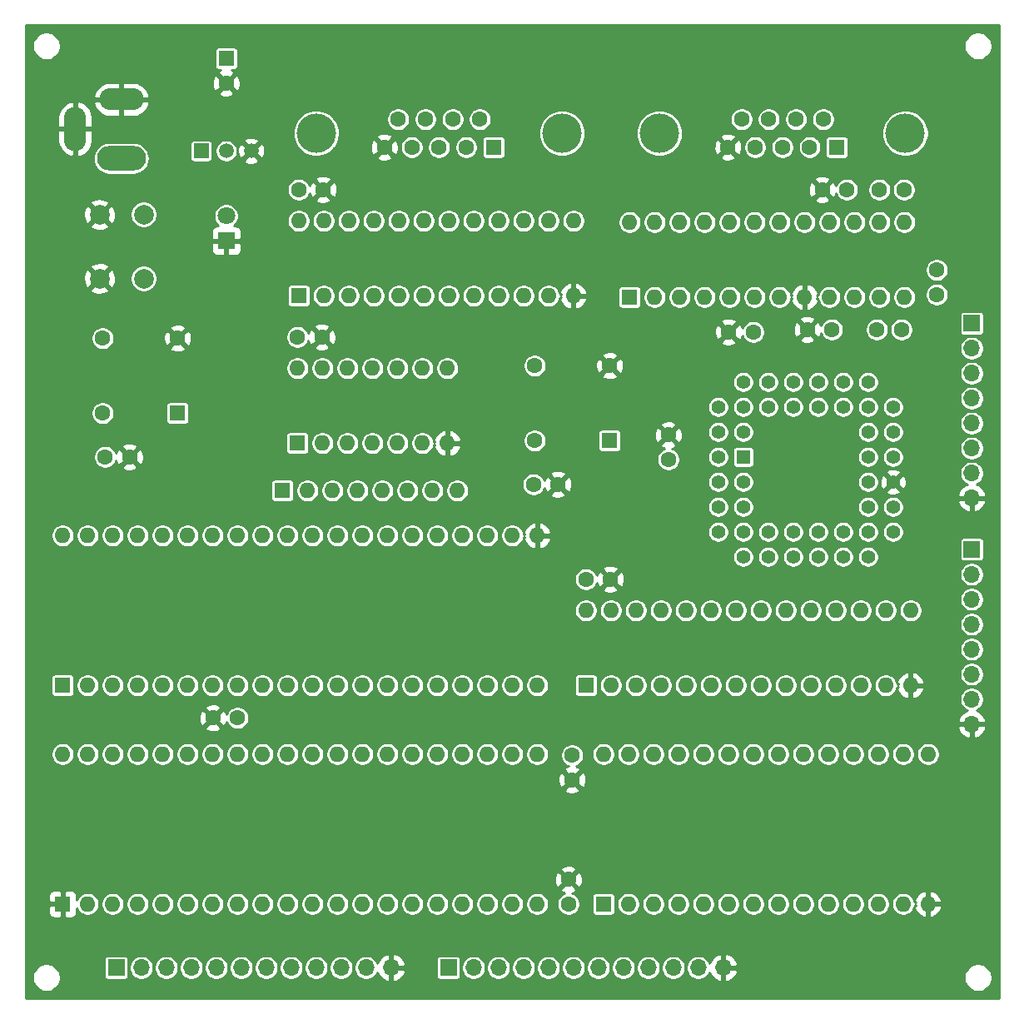
<source format=gbr>
%TF.GenerationSoftware,KiCad,Pcbnew,(5.1.6)-1*%
%TF.CreationDate,2020-10-12T18:58:51-06:00*%
%TF.ProjectId,SO6502,534f3635-3032-42e6-9b69-6361645f7063,1*%
%TF.SameCoordinates,Original*%
%TF.FileFunction,Copper,L2,Inr*%
%TF.FilePolarity,Positive*%
%FSLAX46Y46*%
G04 Gerber Fmt 4.6, Leading zero omitted, Abs format (unit mm)*
G04 Created by KiCad (PCBNEW (5.1.6)-1) date 2020-10-12 18:58:51*
%MOMM*%
%LPD*%
G01*
G04 APERTURE LIST*
%TA.AperFunction,ViaPad*%
%ADD10C,4.000000*%
%TD*%
%TA.AperFunction,ViaPad*%
%ADD11C,1.600000*%
%TD*%
%TA.AperFunction,ViaPad*%
%ADD12R,1.600000X1.600000*%
%TD*%
%TA.AperFunction,ViaPad*%
%ADD13O,1.600000X1.600000*%
%TD*%
%TA.AperFunction,ViaPad*%
%ADD14C,1.422400*%
%TD*%
%TA.AperFunction,ViaPad*%
%ADD15R,1.422400X1.422400*%
%TD*%
%TA.AperFunction,ViaPad*%
%ADD16R,1.500000X1.500000*%
%TD*%
%TA.AperFunction,ViaPad*%
%ADD17C,1.500000*%
%TD*%
%TA.AperFunction,ViaPad*%
%ADD18C,2.000000*%
%TD*%
%TA.AperFunction,ViaPad*%
%ADD19O,1.700000X1.700000*%
%TD*%
%TA.AperFunction,ViaPad*%
%ADD20R,1.700000X1.700000*%
%TD*%
%TA.AperFunction,ViaPad*%
%ADD21O,2.250000X4.500000*%
%TD*%
%TA.AperFunction,ViaPad*%
%ADD22O,4.500000X2.250000*%
%TD*%
%TA.AperFunction,ViaPad*%
%ADD23O,5.000000X2.500000*%
%TD*%
%TA.AperFunction,ViaPad*%
%ADD24C,1.800000*%
%TD*%
%TA.AperFunction,ViaPad*%
%ADD25R,1.800000X1.800000*%
%TD*%
%TA.AperFunction,Conductor*%
%ADD26C,0.254000*%
%TD*%
G04 APERTURE END LIST*
D10*
%TO.N,N/C*%
%TO.C,J3*%
X115691000Y-36807000D03*
X140691000Y-36807000D03*
D11*
%TO.N,Net-(J3-Pad9)*%
X124036000Y-35387000D03*
%TO.N,CTSb*%
X126806000Y-35387000D03*
%TO.N,RTSb*%
X129576000Y-35387000D03*
%TO.N,Net-(J3-Pad6)*%
X132346000Y-35387000D03*
%TO.N,GND*%
X122651000Y-38227000D03*
%TO.N,Net-(J3-Pad4)*%
X125421000Y-38227000D03*
%TO.N,TxDb*%
X128191000Y-38227000D03*
%TO.N,RxDb*%
X130961000Y-38227000D03*
D12*
%TO.N,Net-(J3-Pad1)*%
X133731000Y-38227000D03*
%TD*%
D10*
%TO.N,N/C*%
%TO.C,J2*%
X80766000Y-36807000D03*
X105766000Y-36807000D03*
D11*
%TO.N,Net-(J2-Pad9)*%
X89111000Y-35387000D03*
%TO.N,CTSa*%
X91881000Y-35387000D03*
%TO.N,RTSa*%
X94651000Y-35387000D03*
%TO.N,Net-(J2-Pad6)*%
X97421000Y-35387000D03*
%TO.N,GND*%
X87726000Y-38227000D03*
%TO.N,Net-(J2-Pad4)*%
X90496000Y-38227000D03*
%TO.N,TxDa*%
X93266000Y-38227000D03*
%TO.N,RxDa*%
X96036000Y-38227000D03*
D12*
%TO.N,Net-(J2-Pad1)*%
X98806000Y-38227000D03*
%TD*%
D11*
%TO.N,GND*%
%TO.C,C16*%
X122722000Y-57023000D03*
%TO.N,RESET*%
X125222000Y-57023000D03*
%TD*%
%TO.N,GND*%
%TO.C,X2*%
X110617000Y-60452000D03*
%TO.N,X1*%
X102997000Y-60452000D03*
%TO.N,Vcc*%
X102997000Y-68072000D03*
D12*
%TO.N,Net-(X2-Pad1)*%
X110617000Y-68072000D03*
%TD*%
D11*
%TO.N,GND*%
%TO.C,X1*%
X66675000Y-57658000D03*
%TO.N,PHI2*%
X59055000Y-57658000D03*
%TO.N,Vcc*%
X59055000Y-65278000D03*
D12*
%TO.N,Net-(X1-Pad1)*%
X66675000Y-65278000D03*
%TD*%
D13*
%TO.N,RTSa*%
%TO.C,U3*%
X112649000Y-45847000D03*
%TO.N,Net-(C15-Pad2)*%
X140589000Y-53467000D03*
%TO.N,CTSa*%
X115189000Y-45847000D03*
%TO.N,Net-(C14-Pad2)*%
X138049000Y-53467000D03*
%TO.N,DCTSa*%
X117729000Y-45847000D03*
%TO.N,Net-(C15-Pad1)*%
X135509000Y-53467000D03*
%TO.N,DRTSb*%
X120269000Y-45847000D03*
%TO.N,Vcc*%
X132969000Y-53467000D03*
%TO.N,RTSb*%
X122809000Y-45847000D03*
%TO.N,GND*%
X130429000Y-53467000D03*
%TO.N,DRTSa*%
X125349000Y-45847000D03*
%TO.N,RxDa*%
X127889000Y-53467000D03*
%TO.N,DTxDb*%
X127889000Y-45847000D03*
%TO.N,DRxDa*%
X125349000Y-53467000D03*
%TO.N,DCTSb*%
X130429000Y-45847000D03*
%TO.N,DTxDa*%
X122809000Y-53467000D03*
%TO.N,CTSb*%
X132969000Y-45847000D03*
%TO.N,DRxDb*%
X120269000Y-53467000D03*
%TO.N,Net-(C12-Pad1)*%
X135509000Y-45847000D03*
%TO.N,RxDb*%
X117729000Y-53467000D03*
%TO.N,Net-(C13-Pad1)*%
X138049000Y-45847000D03*
%TO.N,TxDa*%
X115189000Y-53467000D03*
%TO.N,Net-(C13-Pad2)*%
X140589000Y-45847000D03*
D12*
%TO.N,TxDb*%
X112649000Y-53467000D03*
%TD*%
D14*
%TO.N,CS2892*%
%TO.C,U5*%
X124206000Y-62103000D03*
%TO.N,Net-(U5-Pad37)*%
X126746000Y-62103000D03*
%TO.N,DRxDa*%
X129286000Y-62103000D03*
%TO.N,DTxDa*%
X131826000Y-62103000D03*
%TO.N,OP2*%
X134366000Y-62103000D03*
%TO.N,IP2*%
X121666000Y-64643000D03*
%TO.N,RESET*%
X126746000Y-64643000D03*
%TO.N,X1*%
X129286000Y-64643000D03*
%TO.N,Net-(U5-Pad34)*%
X131826000Y-64643000D03*
%TO.N,DRTSa*%
X134366000Y-64643000D03*
%TO.N,OP4*%
X136906000Y-64643000D03*
%TO.N,D0*%
X139446000Y-64643000D03*
%TO.N,D4*%
X139446000Y-67183000D03*
%TO.N,IRQ2B*%
X139446000Y-69723000D03*
%TO.N,GND*%
X139446000Y-72263000D03*
%TO.N,D5*%
X139446000Y-74803000D03*
%TO.N,D1*%
X139446000Y-77343000D03*
%TO.N,OP6*%
X136906000Y-62103000D03*
%TO.N,D2*%
X136906000Y-67183000D03*
%TO.N,D6*%
X136906000Y-69723000D03*
%TO.N,Net-(U5-Pad23)*%
X136906000Y-72263000D03*
%TO.N,D7*%
X136906000Y-74803000D03*
%TO.N,D3*%
X136906000Y-77343000D03*
%TO.N,OP7*%
X136906000Y-79883000D03*
%TO.N,OP3*%
X134366000Y-79883000D03*
%TO.N,DTxDb*%
X131826000Y-79883000D03*
%TO.N,DRxDb*%
X129286000Y-79883000D03*
%TO.N,WR*%
X126746000Y-79883000D03*
%TO.N,A3*%
X124206000Y-79883000D03*
%TO.N,OP5*%
X134366000Y-77343000D03*
%TO.N,DRTSb*%
X131826000Y-77343000D03*
%TO.N,Vcc*%
X129286000Y-77343000D03*
%TO.N,RD*%
X126746000Y-77343000D03*
%TO.N,DCTSa*%
X124206000Y-77343000D03*
%TO.N,IP5*%
X121666000Y-67183000D03*
%TO.N,Vcc*%
X121666000Y-69723000D03*
%TO.N,A2*%
X121666000Y-77343000D03*
%TO.N,A1*%
X121666000Y-74803000D03*
%TO.N,A0*%
X121666000Y-72263000D03*
%TO.N,IP6*%
X124206000Y-64643000D03*
%TO.N,IP4*%
X124206000Y-67183000D03*
%TO.N,DCTSb*%
X124206000Y-74803000D03*
%TO.N,IP3*%
X124206000Y-72263000D03*
D15*
%TO.N,Net-(U5-Pad1)*%
X124206000Y-69723000D03*
%TD*%
D13*
%TO.N,CA1*%
%TO.C,U8*%
X54991000Y-99949000D03*
%TO.N,Vcc*%
X103251000Y-115189000D03*
%TO.N,CA2*%
X57531000Y-99949000D03*
%TO.N,CB2*%
X100711000Y-115189000D03*
%TO.N,A0*%
X60071000Y-99949000D03*
%TO.N,CB1*%
X98171000Y-115189000D03*
%TO.N,A1*%
X62611000Y-99949000D03*
%TO.N,PB7*%
X95631000Y-115189000D03*
%TO.N,A2*%
X65151000Y-99949000D03*
%TO.N,PB6*%
X93091000Y-115189000D03*
%TO.N,A3*%
X67691000Y-99949000D03*
%TO.N,PB5*%
X90551000Y-115189000D03*
%TO.N,RESB*%
X70231000Y-99949000D03*
%TO.N,PB4*%
X88011000Y-115189000D03*
%TO.N,D0*%
X72771000Y-99949000D03*
%TO.N,PB3*%
X85471000Y-115189000D03*
%TO.N,D1*%
X75311000Y-99949000D03*
%TO.N,PB2*%
X82931000Y-115189000D03*
%TO.N,D2*%
X77851000Y-99949000D03*
%TO.N,PB1*%
X80391000Y-115189000D03*
%TO.N,D3*%
X80391000Y-99949000D03*
%TO.N,PB0*%
X77851000Y-115189000D03*
%TO.N,D4*%
X82931000Y-99949000D03*
%TO.N,PA7*%
X75311000Y-115189000D03*
%TO.N,D5*%
X85471000Y-99949000D03*
%TO.N,PA6*%
X72771000Y-115189000D03*
%TO.N,D6*%
X88011000Y-99949000D03*
%TO.N,PA5*%
X70231000Y-115189000D03*
%TO.N,D7*%
X90551000Y-99949000D03*
%TO.N,PA4*%
X67691000Y-115189000D03*
%TO.N,PHI2*%
X93091000Y-99949000D03*
%TO.N,PA3*%
X65151000Y-115189000D03*
%TO.N,Vcc*%
X95631000Y-99949000D03*
%TO.N,PA2*%
X62611000Y-115189000D03*
%TO.N,CS6522*%
X98171000Y-99949000D03*
%TO.N,PA1*%
X60071000Y-115189000D03*
%TO.N,RWB*%
X100711000Y-99949000D03*
%TO.N,PA0*%
X57531000Y-115189000D03*
%TO.N,IRQ1B*%
X103251000Y-99949000D03*
D12*
%TO.N,GND*%
X54991000Y-115189000D03*
%TD*%
%TO.N,A14*%
%TO.C,U7*%
X108204000Y-92964000D03*
D13*
%TO.N,D3*%
X141224000Y-85344000D03*
%TO.N,A12*%
X110744000Y-92964000D03*
%TO.N,D4*%
X138684000Y-85344000D03*
%TO.N,A7*%
X113284000Y-92964000D03*
%TO.N,D5*%
X136144000Y-85344000D03*
%TO.N,A6*%
X115824000Y-92964000D03*
%TO.N,D6*%
X133604000Y-85344000D03*
%TO.N,A5*%
X118364000Y-92964000D03*
%TO.N,D7*%
X131064000Y-85344000D03*
%TO.N,A4*%
X120904000Y-92964000D03*
%TO.N,CSRAM*%
X128524000Y-85344000D03*
%TO.N,A3*%
X123444000Y-92964000D03*
%TO.N,A10*%
X125984000Y-85344000D03*
%TO.N,A2*%
X125984000Y-92964000D03*
%TO.N,RD*%
X123444000Y-85344000D03*
%TO.N,A1*%
X128524000Y-92964000D03*
%TO.N,A11*%
X120904000Y-85344000D03*
%TO.N,A0*%
X131064000Y-92964000D03*
%TO.N,A9*%
X118364000Y-85344000D03*
%TO.N,D0*%
X133604000Y-92964000D03*
%TO.N,A8*%
X115824000Y-85344000D03*
%TO.N,D1*%
X136144000Y-92964000D03*
%TO.N,A13*%
X113284000Y-85344000D03*
%TO.N,D2*%
X138684000Y-92964000D03*
%TO.N,WR*%
X110744000Y-85344000D03*
%TO.N,GND*%
X141224000Y-92964000D03*
%TO.N,Vcc*%
X108204000Y-85344000D03*
%TD*%
%TO.N,Vcc*%
%TO.C,U9*%
X109982000Y-99949000D03*
%TO.N,GND*%
X143002000Y-115189000D03*
%TO.N,Vcc*%
X112522000Y-99949000D03*
%TO.N,D2*%
X140462000Y-115189000D03*
%TO.N,A13*%
X115062000Y-99949000D03*
%TO.N,D1*%
X137922000Y-115189000D03*
%TO.N,A8*%
X117602000Y-99949000D03*
%TO.N,D0*%
X135382000Y-115189000D03*
%TO.N,A9*%
X120142000Y-99949000D03*
%TO.N,A0*%
X132842000Y-115189000D03*
%TO.N,A11*%
X122682000Y-99949000D03*
%TO.N,A1*%
X130302000Y-115189000D03*
%TO.N,RD*%
X125222000Y-99949000D03*
%TO.N,A2*%
X127762000Y-115189000D03*
%TO.N,A10*%
X127762000Y-99949000D03*
%TO.N,A3*%
X125222000Y-115189000D03*
%TO.N,CSROM*%
X130302000Y-99949000D03*
%TO.N,A4*%
X122682000Y-115189000D03*
%TO.N,D7*%
X132842000Y-99949000D03*
%TO.N,A5*%
X120142000Y-115189000D03*
%TO.N,D6*%
X135382000Y-99949000D03*
%TO.N,A6*%
X117602000Y-115189000D03*
%TO.N,D5*%
X137922000Y-99949000D03*
%TO.N,A7*%
X115062000Y-115189000D03*
%TO.N,D4*%
X140462000Y-99949000D03*
%TO.N,A12*%
X112522000Y-115189000D03*
%TO.N,D3*%
X143002000Y-99949000D03*
D12*
%TO.N,A14*%
X109982000Y-115189000D03*
%TD*%
D13*
%TO.N,Vcc*%
%TO.C,U4*%
X78867000Y-60706000D03*
%TO.N,GND*%
X94107000Y-68326000D03*
%TO.N,Net-(U4-Pad12)*%
X81407000Y-60706000D03*
%TO.N,RESB*%
X91567000Y-68326000D03*
%TO.N,Net-(U4-Pad12)*%
X83947000Y-60706000D03*
%TO.N,RESET*%
X89027000Y-68326000D03*
%TO.N,IRQB*%
X86487000Y-60706000D03*
%TO.N,RESET*%
X86487000Y-68326000D03*
%TO.N,IRQ2B*%
X89027000Y-60706000D03*
%TO.N,RESET*%
X83947000Y-68326000D03*
%TO.N,IRQ1B*%
X91567000Y-60706000D03*
%TO.N,Net-(SW1-Pad1)*%
X81407000Y-68326000D03*
%TO.N,Net-(U4-Pad12)*%
X94107000Y-60706000D03*
D12*
%TO.N,Net-(SW1-Pad1)*%
X78867000Y-68326000D03*
%TD*%
D13*
%TO.N,Vcc*%
%TO.C,U2*%
X78994000Y-45720000D03*
%TO.N,GND*%
X106934000Y-53340000D03*
%TO.N,RDY*%
X81534000Y-45720000D03*
%TO.N,A7*%
X104394000Y-53340000D03*
%TO.N,WR*%
X84074000Y-45720000D03*
%TO.N,A8*%
X101854000Y-53340000D03*
%TO.N,RD*%
X86614000Y-45720000D03*
%TO.N,A9*%
X99314000Y-53340000D03*
%TO.N,Net-(U2-Pad20)*%
X89154000Y-45720000D03*
%TO.N,A10*%
X96774000Y-53340000D03*
%TO.N,CS6522*%
X91694000Y-45720000D03*
%TO.N,A11*%
X94234000Y-53340000D03*
%TO.N,CSROM*%
X94234000Y-45720000D03*
%TO.N,A12*%
X91694000Y-53340000D03*
%TO.N,CSRAM*%
X96774000Y-45720000D03*
%TO.N,A13*%
X89154000Y-53340000D03*
%TO.N,CS2892*%
X99314000Y-45720000D03*
%TO.N,A14*%
X86614000Y-53340000D03*
%TO.N,A4*%
X101854000Y-45720000D03*
%TO.N,A15*%
X84074000Y-53340000D03*
%TO.N,A5*%
X104394000Y-45720000D03*
%TO.N,RWB*%
X81534000Y-53340000D03*
%TO.N,A6*%
X106934000Y-45720000D03*
D12*
%TO.N,PHI2*%
X78994000Y-53340000D03*
%TD*%
D16*
%TO.N,Net-(SW1-Pad1)*%
%TO.C,U1*%
X69088000Y-38608000D03*
D17*
%TO.N,GND*%
X74168000Y-38608000D03*
%TO.N,Vcc*%
X71628000Y-38608000D03*
%TD*%
D12*
%TO.N,Net-(U6-Pad1)*%
%TO.C,U6*%
X54991000Y-92964000D03*
D13*
%TO.N,GND*%
X103251000Y-77724000D03*
%TO.N,RDY*%
X57531000Y-92964000D03*
%TO.N,A12*%
X100711000Y-77724000D03*
%TO.N,Net-(U6-Pad3)*%
X60071000Y-92964000D03*
%TO.N,A13*%
X98171000Y-77724000D03*
%TO.N,IRQB*%
X62611000Y-92964000D03*
%TO.N,A14*%
X95631000Y-77724000D03*
%TO.N,Net-(U6-Pad5)*%
X65151000Y-92964000D03*
%TO.N,A15*%
X93091000Y-77724000D03*
%TO.N,NMIB*%
X67691000Y-92964000D03*
%TO.N,D7*%
X90551000Y-77724000D03*
%TO.N,Net-(U6-Pad7)*%
X70231000Y-92964000D03*
%TO.N,D6*%
X88011000Y-77724000D03*
%TO.N,Vcc*%
X72771000Y-92964000D03*
%TO.N,D5*%
X85471000Y-77724000D03*
%TO.N,A0*%
X75311000Y-92964000D03*
%TO.N,D4*%
X82931000Y-77724000D03*
%TO.N,A1*%
X77851000Y-92964000D03*
%TO.N,D3*%
X80391000Y-77724000D03*
%TO.N,A2*%
X80391000Y-92964000D03*
%TO.N,D2*%
X77851000Y-77724000D03*
%TO.N,A3*%
X82931000Y-92964000D03*
%TO.N,D1*%
X75311000Y-77724000D03*
%TO.N,A4*%
X85471000Y-92964000D03*
%TO.N,D0*%
X72771000Y-77724000D03*
%TO.N,A5*%
X88011000Y-92964000D03*
%TO.N,RWB*%
X70231000Y-77724000D03*
%TO.N,A6*%
X90551000Y-92964000D03*
%TO.N,Net-(U6-Pad35)*%
X67691000Y-77724000D03*
%TO.N,A7*%
X93091000Y-92964000D03*
%TO.N,BE*%
X65151000Y-77724000D03*
%TO.N,A8*%
X95631000Y-92964000D03*
%TO.N,PHI2*%
X62611000Y-77724000D03*
%TO.N,A9*%
X98171000Y-92964000D03*
%TO.N,SOB*%
X60071000Y-77724000D03*
%TO.N,A10*%
X100711000Y-92964000D03*
%TO.N,Net-(U6-Pad39)*%
X57531000Y-77724000D03*
%TO.N,A11*%
X103251000Y-92964000D03*
%TO.N,RESB*%
X54991000Y-77724000D03*
%TD*%
D18*
%TO.N,Net-(SW1-Pad1)*%
%TO.C,SW1*%
X63246000Y-51585000D03*
%TO.N,GND*%
X58746000Y-51585000D03*
%TO.N,Net-(SW1-Pad1)*%
X63246000Y-45085000D03*
%TO.N,GND*%
X58746000Y-45085000D03*
%TD*%
D13*
%TO.N,Net-(RN1-Pad8)*%
%TO.C,RN1*%
X95123000Y-73152000D03*
%TO.N,IRQ2B*%
X92583000Y-73152000D03*
%TO.N,NMIB*%
X90043000Y-73152000D03*
%TO.N,RDY*%
X87503000Y-73152000D03*
%TO.N,BE*%
X84963000Y-73152000D03*
%TO.N,SOB*%
X82423000Y-73152000D03*
%TO.N,Net-(D1-Pad2)*%
X79883000Y-73152000D03*
D12*
%TO.N,Vcc*%
X77343000Y-73152000D03*
%TD*%
D19*
%TO.N,GND*%
%TO.C,J5*%
X147447000Y-96901000D03*
%TO.N,Vcc*%
X147447000Y-94361000D03*
%TO.N,OP7*%
X147447000Y-91821000D03*
%TO.N,OP6*%
X147447000Y-89281000D03*
%TO.N,OP5*%
X147447000Y-86741000D03*
%TO.N,OP4*%
X147447000Y-84201000D03*
%TO.N,OP3*%
X147447000Y-81661000D03*
D20*
%TO.N,OP2*%
X147447000Y-79121000D03*
%TD*%
D19*
%TO.N,GND*%
%TO.C,J4*%
X147447000Y-73914000D03*
%TO.N,Vcc*%
X147447000Y-71374000D03*
%TO.N,Net-(J4-Pad6)*%
X147447000Y-68834000D03*
%TO.N,IP6*%
X147447000Y-66294000D03*
%TO.N,IP5*%
X147447000Y-63754000D03*
%TO.N,IP4*%
X147447000Y-61214000D03*
%TO.N,IP3*%
X147447000Y-58674000D03*
D20*
%TO.N,IP2*%
X147447000Y-56134000D03*
%TD*%
D19*
%TO.N,GND*%
%TO.C,J7*%
X122174000Y-121666000D03*
%TO.N,Vcc*%
X119634000Y-121666000D03*
%TO.N,CB2*%
X117094000Y-121666000D03*
%TO.N,CB1*%
X114554000Y-121666000D03*
%TO.N,PB7*%
X112014000Y-121666000D03*
%TO.N,PB6*%
X109474000Y-121666000D03*
%TO.N,PB5*%
X106934000Y-121666000D03*
%TO.N,PB4*%
X104394000Y-121666000D03*
%TO.N,PB3*%
X101854000Y-121666000D03*
%TO.N,PB2*%
X99314000Y-121666000D03*
%TO.N,PB1*%
X96774000Y-121666000D03*
D20*
%TO.N,PB0*%
X94234000Y-121666000D03*
%TD*%
D19*
%TO.N,GND*%
%TO.C,J6*%
X88392000Y-121666000D03*
%TO.N,Vcc*%
X85852000Y-121666000D03*
%TO.N,CA2*%
X83312000Y-121666000D03*
%TO.N,CA1*%
X80772000Y-121666000D03*
%TO.N,PA7*%
X78232000Y-121666000D03*
%TO.N,PA6*%
X75692000Y-121666000D03*
%TO.N,PA5*%
X73152000Y-121666000D03*
%TO.N,PA4*%
X70612000Y-121666000D03*
%TO.N,PA3*%
X68072000Y-121666000D03*
%TO.N,PA2*%
X65532000Y-121666000D03*
%TO.N,PA1*%
X62992000Y-121666000D03*
D20*
%TO.N,PA0*%
X60452000Y-121666000D03*
%TD*%
D21*
%TO.N,GND*%
%TO.C,J1*%
X56260000Y-36370000D03*
D22*
X60960000Y-33370000D03*
D23*
%TO.N,Vcc*%
X60960000Y-39370000D03*
%TD*%
D24*
%TO.N,Net-(D1-Pad2)*%
%TO.C,D1*%
X71628000Y-45212000D03*
D25*
%TO.N,GND*%
X71628000Y-47752000D03*
%TD*%
D11*
%TO.N,GND*%
%TO.C,C12*%
X132247000Y-42545000D03*
%TO.N,Net-(C12-Pad1)*%
X134747000Y-42545000D03*
%TD*%
%TO.N,Net-(C13-Pad2)*%
%TO.C,C13*%
X140549000Y-42545000D03*
%TO.N,Net-(C13-Pad1)*%
X138049000Y-42545000D03*
%TD*%
%TO.N,Net-(C15-Pad2)*%
%TO.C,C15*%
X140295000Y-56769000D03*
%TO.N,Net-(C15-Pad1)*%
X137795000Y-56769000D03*
%TD*%
%TO.N,Net-(C14-Pad2)*%
%TO.C,C14*%
X143891000Y-50713000D03*
%TO.N,Vcc*%
X143891000Y-53213000D03*
%TD*%
%TO.N,GND*%
%TO.C,C4*%
X130723000Y-56769000D03*
%TO.N,Vcc*%
X133223000Y-56769000D03*
%TD*%
%TO.N,Vcc*%
%TO.C,C8*%
X108204000Y-82169000D03*
%TO.N,GND*%
X110704000Y-82169000D03*
%TD*%
%TO.N,GND*%
%TO.C,C10*%
X106807000Y-102576000D03*
%TO.N,Vcc*%
X106807000Y-100076000D03*
%TD*%
%TO.N,GND*%
%TO.C,C7*%
X116586000Y-67477000D03*
%TO.N,Vcc*%
X116586000Y-69977000D03*
%TD*%
%TO.N,GND*%
%TO.C,C6*%
X105370000Y-72517000D03*
%TO.N,Vcc*%
X102870000Y-72517000D03*
%TD*%
%TO.N,GND*%
%TO.C,C3*%
X81367000Y-57531000D03*
%TO.N,Vcc*%
X78867000Y-57531000D03*
%TD*%
%TO.N,GND*%
%TO.C,C2*%
X81494000Y-42545000D03*
%TO.N,Vcc*%
X78994000Y-42545000D03*
%TD*%
%TO.N,GND*%
%TO.C,C5*%
X61809000Y-69723000D03*
%TO.N,Vcc*%
X59309000Y-69723000D03*
%TD*%
%TO.N,GND*%
%TO.C,C11*%
X106426000Y-112689000D03*
%TO.N,Vcc*%
X106426000Y-115189000D03*
%TD*%
%TO.N,Vcc*%
%TO.C,C9*%
X72771000Y-96266000D03*
%TO.N,GND*%
X70271000Y-96266000D03*
%TD*%
%TO.N,GND*%
%TO.C,C1*%
X71628000Y-31710000D03*
D12*
%TO.N,Vcc*%
X71628000Y-29210000D03*
%TD*%
D26*
%TO.N,GND*%
G36*
X150191001Y-124791000D02*
G01*
X51231000Y-124791000D01*
X51231000Y-122541059D01*
X51909000Y-122541059D01*
X51909000Y-122822941D01*
X51963993Y-123099407D01*
X52071864Y-123359833D01*
X52228470Y-123594209D01*
X52427791Y-123793530D01*
X52662167Y-123950136D01*
X52922593Y-124058007D01*
X53199059Y-124113000D01*
X53480941Y-124113000D01*
X53757407Y-124058007D01*
X54017833Y-123950136D01*
X54252209Y-123793530D01*
X54451530Y-123594209D01*
X54608136Y-123359833D01*
X54716007Y-123099407D01*
X54771000Y-122822941D01*
X54771000Y-122541059D01*
X54716007Y-122264593D01*
X54608136Y-122004167D01*
X54451530Y-121769791D01*
X54252209Y-121570470D01*
X54017833Y-121413864D01*
X53757407Y-121305993D01*
X53480941Y-121251000D01*
X53199059Y-121251000D01*
X52922593Y-121305993D01*
X52662167Y-121413864D01*
X52427791Y-121570470D01*
X52228470Y-121769791D01*
X52071864Y-122004167D01*
X51963993Y-122264593D01*
X51909000Y-122541059D01*
X51231000Y-122541059D01*
X51231000Y-120816000D01*
X59219157Y-120816000D01*
X59219157Y-122516000D01*
X59226513Y-122590689D01*
X59248299Y-122662508D01*
X59283678Y-122728696D01*
X59331289Y-122786711D01*
X59389304Y-122834322D01*
X59455492Y-122869701D01*
X59527311Y-122891487D01*
X59602000Y-122898843D01*
X61302000Y-122898843D01*
X61376689Y-122891487D01*
X61448508Y-122869701D01*
X61514696Y-122834322D01*
X61572711Y-122786711D01*
X61620322Y-122728696D01*
X61655701Y-122662508D01*
X61677487Y-122590689D01*
X61684843Y-122516000D01*
X61684843Y-121544757D01*
X61761000Y-121544757D01*
X61761000Y-121787243D01*
X61808307Y-122025069D01*
X61901102Y-122249097D01*
X62035820Y-122450717D01*
X62207283Y-122622180D01*
X62408903Y-122756898D01*
X62632931Y-122849693D01*
X62870757Y-122897000D01*
X63113243Y-122897000D01*
X63351069Y-122849693D01*
X63575097Y-122756898D01*
X63776717Y-122622180D01*
X63948180Y-122450717D01*
X64082898Y-122249097D01*
X64175693Y-122025069D01*
X64223000Y-121787243D01*
X64223000Y-121544757D01*
X64301000Y-121544757D01*
X64301000Y-121787243D01*
X64348307Y-122025069D01*
X64441102Y-122249097D01*
X64575820Y-122450717D01*
X64747283Y-122622180D01*
X64948903Y-122756898D01*
X65172931Y-122849693D01*
X65410757Y-122897000D01*
X65653243Y-122897000D01*
X65891069Y-122849693D01*
X66115097Y-122756898D01*
X66316717Y-122622180D01*
X66488180Y-122450717D01*
X66622898Y-122249097D01*
X66715693Y-122025069D01*
X66763000Y-121787243D01*
X66763000Y-121544757D01*
X66841000Y-121544757D01*
X66841000Y-121787243D01*
X66888307Y-122025069D01*
X66981102Y-122249097D01*
X67115820Y-122450717D01*
X67287283Y-122622180D01*
X67488903Y-122756898D01*
X67712931Y-122849693D01*
X67950757Y-122897000D01*
X68193243Y-122897000D01*
X68431069Y-122849693D01*
X68655097Y-122756898D01*
X68856717Y-122622180D01*
X69028180Y-122450717D01*
X69162898Y-122249097D01*
X69255693Y-122025069D01*
X69303000Y-121787243D01*
X69303000Y-121544757D01*
X69381000Y-121544757D01*
X69381000Y-121787243D01*
X69428307Y-122025069D01*
X69521102Y-122249097D01*
X69655820Y-122450717D01*
X69827283Y-122622180D01*
X70028903Y-122756898D01*
X70252931Y-122849693D01*
X70490757Y-122897000D01*
X70733243Y-122897000D01*
X70971069Y-122849693D01*
X71195097Y-122756898D01*
X71396717Y-122622180D01*
X71568180Y-122450717D01*
X71702898Y-122249097D01*
X71795693Y-122025069D01*
X71843000Y-121787243D01*
X71843000Y-121544757D01*
X71921000Y-121544757D01*
X71921000Y-121787243D01*
X71968307Y-122025069D01*
X72061102Y-122249097D01*
X72195820Y-122450717D01*
X72367283Y-122622180D01*
X72568903Y-122756898D01*
X72792931Y-122849693D01*
X73030757Y-122897000D01*
X73273243Y-122897000D01*
X73511069Y-122849693D01*
X73735097Y-122756898D01*
X73936717Y-122622180D01*
X74108180Y-122450717D01*
X74242898Y-122249097D01*
X74335693Y-122025069D01*
X74383000Y-121787243D01*
X74383000Y-121544757D01*
X74461000Y-121544757D01*
X74461000Y-121787243D01*
X74508307Y-122025069D01*
X74601102Y-122249097D01*
X74735820Y-122450717D01*
X74907283Y-122622180D01*
X75108903Y-122756898D01*
X75332931Y-122849693D01*
X75570757Y-122897000D01*
X75813243Y-122897000D01*
X76051069Y-122849693D01*
X76275097Y-122756898D01*
X76476717Y-122622180D01*
X76648180Y-122450717D01*
X76782898Y-122249097D01*
X76875693Y-122025069D01*
X76923000Y-121787243D01*
X76923000Y-121544757D01*
X77001000Y-121544757D01*
X77001000Y-121787243D01*
X77048307Y-122025069D01*
X77141102Y-122249097D01*
X77275820Y-122450717D01*
X77447283Y-122622180D01*
X77648903Y-122756898D01*
X77872931Y-122849693D01*
X78110757Y-122897000D01*
X78353243Y-122897000D01*
X78591069Y-122849693D01*
X78815097Y-122756898D01*
X79016717Y-122622180D01*
X79188180Y-122450717D01*
X79322898Y-122249097D01*
X79415693Y-122025069D01*
X79463000Y-121787243D01*
X79463000Y-121544757D01*
X79541000Y-121544757D01*
X79541000Y-121787243D01*
X79588307Y-122025069D01*
X79681102Y-122249097D01*
X79815820Y-122450717D01*
X79987283Y-122622180D01*
X80188903Y-122756898D01*
X80412931Y-122849693D01*
X80650757Y-122897000D01*
X80893243Y-122897000D01*
X81131069Y-122849693D01*
X81355097Y-122756898D01*
X81556717Y-122622180D01*
X81728180Y-122450717D01*
X81862898Y-122249097D01*
X81955693Y-122025069D01*
X82003000Y-121787243D01*
X82003000Y-121544757D01*
X82081000Y-121544757D01*
X82081000Y-121787243D01*
X82128307Y-122025069D01*
X82221102Y-122249097D01*
X82355820Y-122450717D01*
X82527283Y-122622180D01*
X82728903Y-122756898D01*
X82952931Y-122849693D01*
X83190757Y-122897000D01*
X83433243Y-122897000D01*
X83671069Y-122849693D01*
X83895097Y-122756898D01*
X84096717Y-122622180D01*
X84268180Y-122450717D01*
X84402898Y-122249097D01*
X84495693Y-122025069D01*
X84543000Y-121787243D01*
X84543000Y-121544757D01*
X84621000Y-121544757D01*
X84621000Y-121787243D01*
X84668307Y-122025069D01*
X84761102Y-122249097D01*
X84895820Y-122450717D01*
X85067283Y-122622180D01*
X85268903Y-122756898D01*
X85492931Y-122849693D01*
X85730757Y-122897000D01*
X85973243Y-122897000D01*
X86211069Y-122849693D01*
X86435097Y-122756898D01*
X86636717Y-122622180D01*
X86808180Y-122450717D01*
X86942898Y-122249097D01*
X86990228Y-122134832D01*
X87047843Y-122297252D01*
X87196822Y-122547355D01*
X87391731Y-122763588D01*
X87625080Y-122937641D01*
X87887901Y-123062825D01*
X88035110Y-123107476D01*
X88265000Y-122986155D01*
X88265000Y-121793000D01*
X88519000Y-121793000D01*
X88519000Y-122986155D01*
X88748890Y-123107476D01*
X88896099Y-123062825D01*
X89158920Y-122937641D01*
X89392269Y-122763588D01*
X89587178Y-122547355D01*
X89736157Y-122297252D01*
X89833481Y-122022891D01*
X89712814Y-121793000D01*
X88519000Y-121793000D01*
X88265000Y-121793000D01*
X88245000Y-121793000D01*
X88245000Y-121539000D01*
X88265000Y-121539000D01*
X88265000Y-120345845D01*
X88519000Y-120345845D01*
X88519000Y-121539000D01*
X89712814Y-121539000D01*
X89833481Y-121309109D01*
X89736157Y-121034748D01*
X89605856Y-120816000D01*
X93001157Y-120816000D01*
X93001157Y-122516000D01*
X93008513Y-122590689D01*
X93030299Y-122662508D01*
X93065678Y-122728696D01*
X93113289Y-122786711D01*
X93171304Y-122834322D01*
X93237492Y-122869701D01*
X93309311Y-122891487D01*
X93384000Y-122898843D01*
X95084000Y-122898843D01*
X95158689Y-122891487D01*
X95230508Y-122869701D01*
X95296696Y-122834322D01*
X95354711Y-122786711D01*
X95402322Y-122728696D01*
X95437701Y-122662508D01*
X95459487Y-122590689D01*
X95466843Y-122516000D01*
X95466843Y-121544757D01*
X95543000Y-121544757D01*
X95543000Y-121787243D01*
X95590307Y-122025069D01*
X95683102Y-122249097D01*
X95817820Y-122450717D01*
X95989283Y-122622180D01*
X96190903Y-122756898D01*
X96414931Y-122849693D01*
X96652757Y-122897000D01*
X96895243Y-122897000D01*
X97133069Y-122849693D01*
X97357097Y-122756898D01*
X97558717Y-122622180D01*
X97730180Y-122450717D01*
X97864898Y-122249097D01*
X97957693Y-122025069D01*
X98005000Y-121787243D01*
X98005000Y-121544757D01*
X98083000Y-121544757D01*
X98083000Y-121787243D01*
X98130307Y-122025069D01*
X98223102Y-122249097D01*
X98357820Y-122450717D01*
X98529283Y-122622180D01*
X98730903Y-122756898D01*
X98954931Y-122849693D01*
X99192757Y-122897000D01*
X99435243Y-122897000D01*
X99673069Y-122849693D01*
X99897097Y-122756898D01*
X100098717Y-122622180D01*
X100270180Y-122450717D01*
X100404898Y-122249097D01*
X100497693Y-122025069D01*
X100545000Y-121787243D01*
X100545000Y-121544757D01*
X100623000Y-121544757D01*
X100623000Y-121787243D01*
X100670307Y-122025069D01*
X100763102Y-122249097D01*
X100897820Y-122450717D01*
X101069283Y-122622180D01*
X101270903Y-122756898D01*
X101494931Y-122849693D01*
X101732757Y-122897000D01*
X101975243Y-122897000D01*
X102213069Y-122849693D01*
X102437097Y-122756898D01*
X102638717Y-122622180D01*
X102810180Y-122450717D01*
X102944898Y-122249097D01*
X103037693Y-122025069D01*
X103085000Y-121787243D01*
X103085000Y-121544757D01*
X103163000Y-121544757D01*
X103163000Y-121787243D01*
X103210307Y-122025069D01*
X103303102Y-122249097D01*
X103437820Y-122450717D01*
X103609283Y-122622180D01*
X103810903Y-122756898D01*
X104034931Y-122849693D01*
X104272757Y-122897000D01*
X104515243Y-122897000D01*
X104753069Y-122849693D01*
X104977097Y-122756898D01*
X105178717Y-122622180D01*
X105350180Y-122450717D01*
X105484898Y-122249097D01*
X105577693Y-122025069D01*
X105625000Y-121787243D01*
X105625000Y-121544757D01*
X105703000Y-121544757D01*
X105703000Y-121787243D01*
X105750307Y-122025069D01*
X105843102Y-122249097D01*
X105977820Y-122450717D01*
X106149283Y-122622180D01*
X106350903Y-122756898D01*
X106574931Y-122849693D01*
X106812757Y-122897000D01*
X107055243Y-122897000D01*
X107293069Y-122849693D01*
X107517097Y-122756898D01*
X107718717Y-122622180D01*
X107890180Y-122450717D01*
X108024898Y-122249097D01*
X108117693Y-122025069D01*
X108165000Y-121787243D01*
X108165000Y-121544757D01*
X108243000Y-121544757D01*
X108243000Y-121787243D01*
X108290307Y-122025069D01*
X108383102Y-122249097D01*
X108517820Y-122450717D01*
X108689283Y-122622180D01*
X108890903Y-122756898D01*
X109114931Y-122849693D01*
X109352757Y-122897000D01*
X109595243Y-122897000D01*
X109833069Y-122849693D01*
X110057097Y-122756898D01*
X110258717Y-122622180D01*
X110430180Y-122450717D01*
X110564898Y-122249097D01*
X110657693Y-122025069D01*
X110705000Y-121787243D01*
X110705000Y-121544757D01*
X110783000Y-121544757D01*
X110783000Y-121787243D01*
X110830307Y-122025069D01*
X110923102Y-122249097D01*
X111057820Y-122450717D01*
X111229283Y-122622180D01*
X111430903Y-122756898D01*
X111654931Y-122849693D01*
X111892757Y-122897000D01*
X112135243Y-122897000D01*
X112373069Y-122849693D01*
X112597097Y-122756898D01*
X112798717Y-122622180D01*
X112970180Y-122450717D01*
X113104898Y-122249097D01*
X113197693Y-122025069D01*
X113245000Y-121787243D01*
X113245000Y-121544757D01*
X113323000Y-121544757D01*
X113323000Y-121787243D01*
X113370307Y-122025069D01*
X113463102Y-122249097D01*
X113597820Y-122450717D01*
X113769283Y-122622180D01*
X113970903Y-122756898D01*
X114194931Y-122849693D01*
X114432757Y-122897000D01*
X114675243Y-122897000D01*
X114913069Y-122849693D01*
X115137097Y-122756898D01*
X115338717Y-122622180D01*
X115510180Y-122450717D01*
X115644898Y-122249097D01*
X115737693Y-122025069D01*
X115785000Y-121787243D01*
X115785000Y-121544757D01*
X115863000Y-121544757D01*
X115863000Y-121787243D01*
X115910307Y-122025069D01*
X116003102Y-122249097D01*
X116137820Y-122450717D01*
X116309283Y-122622180D01*
X116510903Y-122756898D01*
X116734931Y-122849693D01*
X116972757Y-122897000D01*
X117215243Y-122897000D01*
X117453069Y-122849693D01*
X117677097Y-122756898D01*
X117878717Y-122622180D01*
X118050180Y-122450717D01*
X118184898Y-122249097D01*
X118277693Y-122025069D01*
X118325000Y-121787243D01*
X118325000Y-121544757D01*
X118403000Y-121544757D01*
X118403000Y-121787243D01*
X118450307Y-122025069D01*
X118543102Y-122249097D01*
X118677820Y-122450717D01*
X118849283Y-122622180D01*
X119050903Y-122756898D01*
X119274931Y-122849693D01*
X119512757Y-122897000D01*
X119755243Y-122897000D01*
X119993069Y-122849693D01*
X120217097Y-122756898D01*
X120418717Y-122622180D01*
X120590180Y-122450717D01*
X120724898Y-122249097D01*
X120772228Y-122134832D01*
X120829843Y-122297252D01*
X120978822Y-122547355D01*
X121173731Y-122763588D01*
X121407080Y-122937641D01*
X121669901Y-123062825D01*
X121817110Y-123107476D01*
X122047000Y-122986155D01*
X122047000Y-121793000D01*
X122301000Y-121793000D01*
X122301000Y-122986155D01*
X122530890Y-123107476D01*
X122678099Y-123062825D01*
X122940920Y-122937641D01*
X123174269Y-122763588D01*
X123369178Y-122547355D01*
X123372928Y-122541059D01*
X146651000Y-122541059D01*
X146651000Y-122822941D01*
X146705993Y-123099407D01*
X146813864Y-123359833D01*
X146970470Y-123594209D01*
X147169791Y-123793530D01*
X147404167Y-123950136D01*
X147664593Y-124058007D01*
X147941059Y-124113000D01*
X148222941Y-124113000D01*
X148499407Y-124058007D01*
X148759833Y-123950136D01*
X148994209Y-123793530D01*
X149193530Y-123594209D01*
X149350136Y-123359833D01*
X149458007Y-123099407D01*
X149513000Y-122822941D01*
X149513000Y-122541059D01*
X149458007Y-122264593D01*
X149350136Y-122004167D01*
X149193530Y-121769791D01*
X148994209Y-121570470D01*
X148759833Y-121413864D01*
X148499407Y-121305993D01*
X148222941Y-121251000D01*
X147941059Y-121251000D01*
X147664593Y-121305993D01*
X147404167Y-121413864D01*
X147169791Y-121570470D01*
X146970470Y-121769791D01*
X146813864Y-122004167D01*
X146705993Y-122264593D01*
X146651000Y-122541059D01*
X123372928Y-122541059D01*
X123518157Y-122297252D01*
X123615481Y-122022891D01*
X123494814Y-121793000D01*
X122301000Y-121793000D01*
X122047000Y-121793000D01*
X122027000Y-121793000D01*
X122027000Y-121539000D01*
X122047000Y-121539000D01*
X122047000Y-120345845D01*
X122301000Y-120345845D01*
X122301000Y-121539000D01*
X123494814Y-121539000D01*
X123615481Y-121309109D01*
X123518157Y-121034748D01*
X123369178Y-120784645D01*
X123174269Y-120568412D01*
X122940920Y-120394359D01*
X122678099Y-120269175D01*
X122530890Y-120224524D01*
X122301000Y-120345845D01*
X122047000Y-120345845D01*
X121817110Y-120224524D01*
X121669901Y-120269175D01*
X121407080Y-120394359D01*
X121173731Y-120568412D01*
X120978822Y-120784645D01*
X120829843Y-121034748D01*
X120772228Y-121197168D01*
X120724898Y-121082903D01*
X120590180Y-120881283D01*
X120418717Y-120709820D01*
X120217097Y-120575102D01*
X119993069Y-120482307D01*
X119755243Y-120435000D01*
X119512757Y-120435000D01*
X119274931Y-120482307D01*
X119050903Y-120575102D01*
X118849283Y-120709820D01*
X118677820Y-120881283D01*
X118543102Y-121082903D01*
X118450307Y-121306931D01*
X118403000Y-121544757D01*
X118325000Y-121544757D01*
X118277693Y-121306931D01*
X118184898Y-121082903D01*
X118050180Y-120881283D01*
X117878717Y-120709820D01*
X117677097Y-120575102D01*
X117453069Y-120482307D01*
X117215243Y-120435000D01*
X116972757Y-120435000D01*
X116734931Y-120482307D01*
X116510903Y-120575102D01*
X116309283Y-120709820D01*
X116137820Y-120881283D01*
X116003102Y-121082903D01*
X115910307Y-121306931D01*
X115863000Y-121544757D01*
X115785000Y-121544757D01*
X115737693Y-121306931D01*
X115644898Y-121082903D01*
X115510180Y-120881283D01*
X115338717Y-120709820D01*
X115137097Y-120575102D01*
X114913069Y-120482307D01*
X114675243Y-120435000D01*
X114432757Y-120435000D01*
X114194931Y-120482307D01*
X113970903Y-120575102D01*
X113769283Y-120709820D01*
X113597820Y-120881283D01*
X113463102Y-121082903D01*
X113370307Y-121306931D01*
X113323000Y-121544757D01*
X113245000Y-121544757D01*
X113197693Y-121306931D01*
X113104898Y-121082903D01*
X112970180Y-120881283D01*
X112798717Y-120709820D01*
X112597097Y-120575102D01*
X112373069Y-120482307D01*
X112135243Y-120435000D01*
X111892757Y-120435000D01*
X111654931Y-120482307D01*
X111430903Y-120575102D01*
X111229283Y-120709820D01*
X111057820Y-120881283D01*
X110923102Y-121082903D01*
X110830307Y-121306931D01*
X110783000Y-121544757D01*
X110705000Y-121544757D01*
X110657693Y-121306931D01*
X110564898Y-121082903D01*
X110430180Y-120881283D01*
X110258717Y-120709820D01*
X110057097Y-120575102D01*
X109833069Y-120482307D01*
X109595243Y-120435000D01*
X109352757Y-120435000D01*
X109114931Y-120482307D01*
X108890903Y-120575102D01*
X108689283Y-120709820D01*
X108517820Y-120881283D01*
X108383102Y-121082903D01*
X108290307Y-121306931D01*
X108243000Y-121544757D01*
X108165000Y-121544757D01*
X108117693Y-121306931D01*
X108024898Y-121082903D01*
X107890180Y-120881283D01*
X107718717Y-120709820D01*
X107517097Y-120575102D01*
X107293069Y-120482307D01*
X107055243Y-120435000D01*
X106812757Y-120435000D01*
X106574931Y-120482307D01*
X106350903Y-120575102D01*
X106149283Y-120709820D01*
X105977820Y-120881283D01*
X105843102Y-121082903D01*
X105750307Y-121306931D01*
X105703000Y-121544757D01*
X105625000Y-121544757D01*
X105577693Y-121306931D01*
X105484898Y-121082903D01*
X105350180Y-120881283D01*
X105178717Y-120709820D01*
X104977097Y-120575102D01*
X104753069Y-120482307D01*
X104515243Y-120435000D01*
X104272757Y-120435000D01*
X104034931Y-120482307D01*
X103810903Y-120575102D01*
X103609283Y-120709820D01*
X103437820Y-120881283D01*
X103303102Y-121082903D01*
X103210307Y-121306931D01*
X103163000Y-121544757D01*
X103085000Y-121544757D01*
X103037693Y-121306931D01*
X102944898Y-121082903D01*
X102810180Y-120881283D01*
X102638717Y-120709820D01*
X102437097Y-120575102D01*
X102213069Y-120482307D01*
X101975243Y-120435000D01*
X101732757Y-120435000D01*
X101494931Y-120482307D01*
X101270903Y-120575102D01*
X101069283Y-120709820D01*
X100897820Y-120881283D01*
X100763102Y-121082903D01*
X100670307Y-121306931D01*
X100623000Y-121544757D01*
X100545000Y-121544757D01*
X100497693Y-121306931D01*
X100404898Y-121082903D01*
X100270180Y-120881283D01*
X100098717Y-120709820D01*
X99897097Y-120575102D01*
X99673069Y-120482307D01*
X99435243Y-120435000D01*
X99192757Y-120435000D01*
X98954931Y-120482307D01*
X98730903Y-120575102D01*
X98529283Y-120709820D01*
X98357820Y-120881283D01*
X98223102Y-121082903D01*
X98130307Y-121306931D01*
X98083000Y-121544757D01*
X98005000Y-121544757D01*
X97957693Y-121306931D01*
X97864898Y-121082903D01*
X97730180Y-120881283D01*
X97558717Y-120709820D01*
X97357097Y-120575102D01*
X97133069Y-120482307D01*
X96895243Y-120435000D01*
X96652757Y-120435000D01*
X96414931Y-120482307D01*
X96190903Y-120575102D01*
X95989283Y-120709820D01*
X95817820Y-120881283D01*
X95683102Y-121082903D01*
X95590307Y-121306931D01*
X95543000Y-121544757D01*
X95466843Y-121544757D01*
X95466843Y-120816000D01*
X95459487Y-120741311D01*
X95437701Y-120669492D01*
X95402322Y-120603304D01*
X95354711Y-120545289D01*
X95296696Y-120497678D01*
X95230508Y-120462299D01*
X95158689Y-120440513D01*
X95084000Y-120433157D01*
X93384000Y-120433157D01*
X93309311Y-120440513D01*
X93237492Y-120462299D01*
X93171304Y-120497678D01*
X93113289Y-120545289D01*
X93065678Y-120603304D01*
X93030299Y-120669492D01*
X93008513Y-120741311D01*
X93001157Y-120816000D01*
X89605856Y-120816000D01*
X89587178Y-120784645D01*
X89392269Y-120568412D01*
X89158920Y-120394359D01*
X88896099Y-120269175D01*
X88748890Y-120224524D01*
X88519000Y-120345845D01*
X88265000Y-120345845D01*
X88035110Y-120224524D01*
X87887901Y-120269175D01*
X87625080Y-120394359D01*
X87391731Y-120568412D01*
X87196822Y-120784645D01*
X87047843Y-121034748D01*
X86990228Y-121197168D01*
X86942898Y-121082903D01*
X86808180Y-120881283D01*
X86636717Y-120709820D01*
X86435097Y-120575102D01*
X86211069Y-120482307D01*
X85973243Y-120435000D01*
X85730757Y-120435000D01*
X85492931Y-120482307D01*
X85268903Y-120575102D01*
X85067283Y-120709820D01*
X84895820Y-120881283D01*
X84761102Y-121082903D01*
X84668307Y-121306931D01*
X84621000Y-121544757D01*
X84543000Y-121544757D01*
X84495693Y-121306931D01*
X84402898Y-121082903D01*
X84268180Y-120881283D01*
X84096717Y-120709820D01*
X83895097Y-120575102D01*
X83671069Y-120482307D01*
X83433243Y-120435000D01*
X83190757Y-120435000D01*
X82952931Y-120482307D01*
X82728903Y-120575102D01*
X82527283Y-120709820D01*
X82355820Y-120881283D01*
X82221102Y-121082903D01*
X82128307Y-121306931D01*
X82081000Y-121544757D01*
X82003000Y-121544757D01*
X81955693Y-121306931D01*
X81862898Y-121082903D01*
X81728180Y-120881283D01*
X81556717Y-120709820D01*
X81355097Y-120575102D01*
X81131069Y-120482307D01*
X80893243Y-120435000D01*
X80650757Y-120435000D01*
X80412931Y-120482307D01*
X80188903Y-120575102D01*
X79987283Y-120709820D01*
X79815820Y-120881283D01*
X79681102Y-121082903D01*
X79588307Y-121306931D01*
X79541000Y-121544757D01*
X79463000Y-121544757D01*
X79415693Y-121306931D01*
X79322898Y-121082903D01*
X79188180Y-120881283D01*
X79016717Y-120709820D01*
X78815097Y-120575102D01*
X78591069Y-120482307D01*
X78353243Y-120435000D01*
X78110757Y-120435000D01*
X77872931Y-120482307D01*
X77648903Y-120575102D01*
X77447283Y-120709820D01*
X77275820Y-120881283D01*
X77141102Y-121082903D01*
X77048307Y-121306931D01*
X77001000Y-121544757D01*
X76923000Y-121544757D01*
X76875693Y-121306931D01*
X76782898Y-121082903D01*
X76648180Y-120881283D01*
X76476717Y-120709820D01*
X76275097Y-120575102D01*
X76051069Y-120482307D01*
X75813243Y-120435000D01*
X75570757Y-120435000D01*
X75332931Y-120482307D01*
X75108903Y-120575102D01*
X74907283Y-120709820D01*
X74735820Y-120881283D01*
X74601102Y-121082903D01*
X74508307Y-121306931D01*
X74461000Y-121544757D01*
X74383000Y-121544757D01*
X74335693Y-121306931D01*
X74242898Y-121082903D01*
X74108180Y-120881283D01*
X73936717Y-120709820D01*
X73735097Y-120575102D01*
X73511069Y-120482307D01*
X73273243Y-120435000D01*
X73030757Y-120435000D01*
X72792931Y-120482307D01*
X72568903Y-120575102D01*
X72367283Y-120709820D01*
X72195820Y-120881283D01*
X72061102Y-121082903D01*
X71968307Y-121306931D01*
X71921000Y-121544757D01*
X71843000Y-121544757D01*
X71795693Y-121306931D01*
X71702898Y-121082903D01*
X71568180Y-120881283D01*
X71396717Y-120709820D01*
X71195097Y-120575102D01*
X70971069Y-120482307D01*
X70733243Y-120435000D01*
X70490757Y-120435000D01*
X70252931Y-120482307D01*
X70028903Y-120575102D01*
X69827283Y-120709820D01*
X69655820Y-120881283D01*
X69521102Y-121082903D01*
X69428307Y-121306931D01*
X69381000Y-121544757D01*
X69303000Y-121544757D01*
X69255693Y-121306931D01*
X69162898Y-121082903D01*
X69028180Y-120881283D01*
X68856717Y-120709820D01*
X68655097Y-120575102D01*
X68431069Y-120482307D01*
X68193243Y-120435000D01*
X67950757Y-120435000D01*
X67712931Y-120482307D01*
X67488903Y-120575102D01*
X67287283Y-120709820D01*
X67115820Y-120881283D01*
X66981102Y-121082903D01*
X66888307Y-121306931D01*
X66841000Y-121544757D01*
X66763000Y-121544757D01*
X66715693Y-121306931D01*
X66622898Y-121082903D01*
X66488180Y-120881283D01*
X66316717Y-120709820D01*
X66115097Y-120575102D01*
X65891069Y-120482307D01*
X65653243Y-120435000D01*
X65410757Y-120435000D01*
X65172931Y-120482307D01*
X64948903Y-120575102D01*
X64747283Y-120709820D01*
X64575820Y-120881283D01*
X64441102Y-121082903D01*
X64348307Y-121306931D01*
X64301000Y-121544757D01*
X64223000Y-121544757D01*
X64175693Y-121306931D01*
X64082898Y-121082903D01*
X63948180Y-120881283D01*
X63776717Y-120709820D01*
X63575097Y-120575102D01*
X63351069Y-120482307D01*
X63113243Y-120435000D01*
X62870757Y-120435000D01*
X62632931Y-120482307D01*
X62408903Y-120575102D01*
X62207283Y-120709820D01*
X62035820Y-120881283D01*
X61901102Y-121082903D01*
X61808307Y-121306931D01*
X61761000Y-121544757D01*
X61684843Y-121544757D01*
X61684843Y-120816000D01*
X61677487Y-120741311D01*
X61655701Y-120669492D01*
X61620322Y-120603304D01*
X61572711Y-120545289D01*
X61514696Y-120497678D01*
X61448508Y-120462299D01*
X61376689Y-120440513D01*
X61302000Y-120433157D01*
X59602000Y-120433157D01*
X59527311Y-120440513D01*
X59455492Y-120462299D01*
X59389304Y-120497678D01*
X59331289Y-120545289D01*
X59283678Y-120603304D01*
X59248299Y-120669492D01*
X59226513Y-120741311D01*
X59219157Y-120816000D01*
X51231000Y-120816000D01*
X51231000Y-115989000D01*
X53552928Y-115989000D01*
X53565188Y-116113482D01*
X53601498Y-116233180D01*
X53660463Y-116343494D01*
X53739815Y-116440185D01*
X53836506Y-116519537D01*
X53946820Y-116578502D01*
X54066518Y-116614812D01*
X54191000Y-116627072D01*
X54705250Y-116624000D01*
X54864000Y-116465250D01*
X54864000Y-115316000D01*
X53714750Y-115316000D01*
X53556000Y-115474750D01*
X53552928Y-115989000D01*
X51231000Y-115989000D01*
X51231000Y-114389000D01*
X53552928Y-114389000D01*
X53556000Y-114903250D01*
X53714750Y-115062000D01*
X54864000Y-115062000D01*
X54864000Y-113912750D01*
X55118000Y-113912750D01*
X55118000Y-115062000D01*
X55138000Y-115062000D01*
X55138000Y-115316000D01*
X55118000Y-115316000D01*
X55118000Y-116465250D01*
X55276750Y-116624000D01*
X55791000Y-116627072D01*
X55915482Y-116614812D01*
X56035180Y-116578502D01*
X56145494Y-116519537D01*
X56242185Y-116440185D01*
X56321537Y-116343494D01*
X56380502Y-116233180D01*
X56416812Y-116113482D01*
X56429072Y-115989000D01*
X56426804Y-115609335D01*
X56484412Y-115748413D01*
X56613658Y-115941843D01*
X56778157Y-116106342D01*
X56971587Y-116235588D01*
X57186515Y-116324614D01*
X57414682Y-116370000D01*
X57647318Y-116370000D01*
X57875485Y-116324614D01*
X58090413Y-116235588D01*
X58283843Y-116106342D01*
X58448342Y-115941843D01*
X58577588Y-115748413D01*
X58666614Y-115533485D01*
X58712000Y-115305318D01*
X58712000Y-115072682D01*
X58890000Y-115072682D01*
X58890000Y-115305318D01*
X58935386Y-115533485D01*
X59024412Y-115748413D01*
X59153658Y-115941843D01*
X59318157Y-116106342D01*
X59511587Y-116235588D01*
X59726515Y-116324614D01*
X59954682Y-116370000D01*
X60187318Y-116370000D01*
X60415485Y-116324614D01*
X60630413Y-116235588D01*
X60823843Y-116106342D01*
X60988342Y-115941843D01*
X61117588Y-115748413D01*
X61206614Y-115533485D01*
X61252000Y-115305318D01*
X61252000Y-115072682D01*
X61430000Y-115072682D01*
X61430000Y-115305318D01*
X61475386Y-115533485D01*
X61564412Y-115748413D01*
X61693658Y-115941843D01*
X61858157Y-116106342D01*
X62051587Y-116235588D01*
X62266515Y-116324614D01*
X62494682Y-116370000D01*
X62727318Y-116370000D01*
X62955485Y-116324614D01*
X63170413Y-116235588D01*
X63363843Y-116106342D01*
X63528342Y-115941843D01*
X63657588Y-115748413D01*
X63746614Y-115533485D01*
X63792000Y-115305318D01*
X63792000Y-115072682D01*
X63970000Y-115072682D01*
X63970000Y-115305318D01*
X64015386Y-115533485D01*
X64104412Y-115748413D01*
X64233658Y-115941843D01*
X64398157Y-116106342D01*
X64591587Y-116235588D01*
X64806515Y-116324614D01*
X65034682Y-116370000D01*
X65267318Y-116370000D01*
X65495485Y-116324614D01*
X65710413Y-116235588D01*
X65903843Y-116106342D01*
X66068342Y-115941843D01*
X66197588Y-115748413D01*
X66286614Y-115533485D01*
X66332000Y-115305318D01*
X66332000Y-115072682D01*
X66510000Y-115072682D01*
X66510000Y-115305318D01*
X66555386Y-115533485D01*
X66644412Y-115748413D01*
X66773658Y-115941843D01*
X66938157Y-116106342D01*
X67131587Y-116235588D01*
X67346515Y-116324614D01*
X67574682Y-116370000D01*
X67807318Y-116370000D01*
X68035485Y-116324614D01*
X68250413Y-116235588D01*
X68443843Y-116106342D01*
X68608342Y-115941843D01*
X68737588Y-115748413D01*
X68826614Y-115533485D01*
X68872000Y-115305318D01*
X68872000Y-115072682D01*
X69050000Y-115072682D01*
X69050000Y-115305318D01*
X69095386Y-115533485D01*
X69184412Y-115748413D01*
X69313658Y-115941843D01*
X69478157Y-116106342D01*
X69671587Y-116235588D01*
X69886515Y-116324614D01*
X70114682Y-116370000D01*
X70347318Y-116370000D01*
X70575485Y-116324614D01*
X70790413Y-116235588D01*
X70983843Y-116106342D01*
X71148342Y-115941843D01*
X71277588Y-115748413D01*
X71366614Y-115533485D01*
X71412000Y-115305318D01*
X71412000Y-115072682D01*
X71590000Y-115072682D01*
X71590000Y-115305318D01*
X71635386Y-115533485D01*
X71724412Y-115748413D01*
X71853658Y-115941843D01*
X72018157Y-116106342D01*
X72211587Y-116235588D01*
X72426515Y-116324614D01*
X72654682Y-116370000D01*
X72887318Y-116370000D01*
X73115485Y-116324614D01*
X73330413Y-116235588D01*
X73523843Y-116106342D01*
X73688342Y-115941843D01*
X73817588Y-115748413D01*
X73906614Y-115533485D01*
X73952000Y-115305318D01*
X73952000Y-115072682D01*
X74130000Y-115072682D01*
X74130000Y-115305318D01*
X74175386Y-115533485D01*
X74264412Y-115748413D01*
X74393658Y-115941843D01*
X74558157Y-116106342D01*
X74751587Y-116235588D01*
X74966515Y-116324614D01*
X75194682Y-116370000D01*
X75427318Y-116370000D01*
X75655485Y-116324614D01*
X75870413Y-116235588D01*
X76063843Y-116106342D01*
X76228342Y-115941843D01*
X76357588Y-115748413D01*
X76446614Y-115533485D01*
X76492000Y-115305318D01*
X76492000Y-115072682D01*
X76670000Y-115072682D01*
X76670000Y-115305318D01*
X76715386Y-115533485D01*
X76804412Y-115748413D01*
X76933658Y-115941843D01*
X77098157Y-116106342D01*
X77291587Y-116235588D01*
X77506515Y-116324614D01*
X77734682Y-116370000D01*
X77967318Y-116370000D01*
X78195485Y-116324614D01*
X78410413Y-116235588D01*
X78603843Y-116106342D01*
X78768342Y-115941843D01*
X78897588Y-115748413D01*
X78986614Y-115533485D01*
X79032000Y-115305318D01*
X79032000Y-115072682D01*
X79210000Y-115072682D01*
X79210000Y-115305318D01*
X79255386Y-115533485D01*
X79344412Y-115748413D01*
X79473658Y-115941843D01*
X79638157Y-116106342D01*
X79831587Y-116235588D01*
X80046515Y-116324614D01*
X80274682Y-116370000D01*
X80507318Y-116370000D01*
X80735485Y-116324614D01*
X80950413Y-116235588D01*
X81143843Y-116106342D01*
X81308342Y-115941843D01*
X81437588Y-115748413D01*
X81526614Y-115533485D01*
X81572000Y-115305318D01*
X81572000Y-115072682D01*
X81750000Y-115072682D01*
X81750000Y-115305318D01*
X81795386Y-115533485D01*
X81884412Y-115748413D01*
X82013658Y-115941843D01*
X82178157Y-116106342D01*
X82371587Y-116235588D01*
X82586515Y-116324614D01*
X82814682Y-116370000D01*
X83047318Y-116370000D01*
X83275485Y-116324614D01*
X83490413Y-116235588D01*
X83683843Y-116106342D01*
X83848342Y-115941843D01*
X83977588Y-115748413D01*
X84066614Y-115533485D01*
X84112000Y-115305318D01*
X84112000Y-115072682D01*
X84290000Y-115072682D01*
X84290000Y-115305318D01*
X84335386Y-115533485D01*
X84424412Y-115748413D01*
X84553658Y-115941843D01*
X84718157Y-116106342D01*
X84911587Y-116235588D01*
X85126515Y-116324614D01*
X85354682Y-116370000D01*
X85587318Y-116370000D01*
X85815485Y-116324614D01*
X86030413Y-116235588D01*
X86223843Y-116106342D01*
X86388342Y-115941843D01*
X86517588Y-115748413D01*
X86606614Y-115533485D01*
X86652000Y-115305318D01*
X86652000Y-115072682D01*
X86830000Y-115072682D01*
X86830000Y-115305318D01*
X86875386Y-115533485D01*
X86964412Y-115748413D01*
X87093658Y-115941843D01*
X87258157Y-116106342D01*
X87451587Y-116235588D01*
X87666515Y-116324614D01*
X87894682Y-116370000D01*
X88127318Y-116370000D01*
X88355485Y-116324614D01*
X88570413Y-116235588D01*
X88763843Y-116106342D01*
X88928342Y-115941843D01*
X89057588Y-115748413D01*
X89146614Y-115533485D01*
X89192000Y-115305318D01*
X89192000Y-115072682D01*
X89370000Y-115072682D01*
X89370000Y-115305318D01*
X89415386Y-115533485D01*
X89504412Y-115748413D01*
X89633658Y-115941843D01*
X89798157Y-116106342D01*
X89991587Y-116235588D01*
X90206515Y-116324614D01*
X90434682Y-116370000D01*
X90667318Y-116370000D01*
X90895485Y-116324614D01*
X91110413Y-116235588D01*
X91303843Y-116106342D01*
X91468342Y-115941843D01*
X91597588Y-115748413D01*
X91686614Y-115533485D01*
X91732000Y-115305318D01*
X91732000Y-115072682D01*
X91910000Y-115072682D01*
X91910000Y-115305318D01*
X91955386Y-115533485D01*
X92044412Y-115748413D01*
X92173658Y-115941843D01*
X92338157Y-116106342D01*
X92531587Y-116235588D01*
X92746515Y-116324614D01*
X92974682Y-116370000D01*
X93207318Y-116370000D01*
X93435485Y-116324614D01*
X93650413Y-116235588D01*
X93843843Y-116106342D01*
X94008342Y-115941843D01*
X94137588Y-115748413D01*
X94226614Y-115533485D01*
X94272000Y-115305318D01*
X94272000Y-115072682D01*
X94450000Y-115072682D01*
X94450000Y-115305318D01*
X94495386Y-115533485D01*
X94584412Y-115748413D01*
X94713658Y-115941843D01*
X94878157Y-116106342D01*
X95071587Y-116235588D01*
X95286515Y-116324614D01*
X95514682Y-116370000D01*
X95747318Y-116370000D01*
X95975485Y-116324614D01*
X96190413Y-116235588D01*
X96383843Y-116106342D01*
X96548342Y-115941843D01*
X96677588Y-115748413D01*
X96766614Y-115533485D01*
X96812000Y-115305318D01*
X96812000Y-115072682D01*
X96990000Y-115072682D01*
X96990000Y-115305318D01*
X97035386Y-115533485D01*
X97124412Y-115748413D01*
X97253658Y-115941843D01*
X97418157Y-116106342D01*
X97611587Y-116235588D01*
X97826515Y-116324614D01*
X98054682Y-116370000D01*
X98287318Y-116370000D01*
X98515485Y-116324614D01*
X98730413Y-116235588D01*
X98923843Y-116106342D01*
X99088342Y-115941843D01*
X99217588Y-115748413D01*
X99306614Y-115533485D01*
X99352000Y-115305318D01*
X99352000Y-115072682D01*
X99530000Y-115072682D01*
X99530000Y-115305318D01*
X99575386Y-115533485D01*
X99664412Y-115748413D01*
X99793658Y-115941843D01*
X99958157Y-116106342D01*
X100151587Y-116235588D01*
X100366515Y-116324614D01*
X100594682Y-116370000D01*
X100827318Y-116370000D01*
X101055485Y-116324614D01*
X101270413Y-116235588D01*
X101463843Y-116106342D01*
X101628342Y-115941843D01*
X101757588Y-115748413D01*
X101846614Y-115533485D01*
X101892000Y-115305318D01*
X101892000Y-115072682D01*
X102070000Y-115072682D01*
X102070000Y-115305318D01*
X102115386Y-115533485D01*
X102204412Y-115748413D01*
X102333658Y-115941843D01*
X102498157Y-116106342D01*
X102691587Y-116235588D01*
X102906515Y-116324614D01*
X103134682Y-116370000D01*
X103367318Y-116370000D01*
X103595485Y-116324614D01*
X103810413Y-116235588D01*
X104003843Y-116106342D01*
X104168342Y-115941843D01*
X104297588Y-115748413D01*
X104386614Y-115533485D01*
X104432000Y-115305318D01*
X104432000Y-115072682D01*
X105245000Y-115072682D01*
X105245000Y-115305318D01*
X105290386Y-115533485D01*
X105379412Y-115748413D01*
X105508658Y-115941843D01*
X105673157Y-116106342D01*
X105866587Y-116235588D01*
X106081515Y-116324614D01*
X106309682Y-116370000D01*
X106542318Y-116370000D01*
X106770485Y-116324614D01*
X106985413Y-116235588D01*
X107178843Y-116106342D01*
X107343342Y-115941843D01*
X107472588Y-115748413D01*
X107561614Y-115533485D01*
X107607000Y-115305318D01*
X107607000Y-115072682D01*
X107561614Y-114844515D01*
X107472588Y-114629587D01*
X107343342Y-114436157D01*
X107296185Y-114389000D01*
X108799157Y-114389000D01*
X108799157Y-115989000D01*
X108806513Y-116063689D01*
X108828299Y-116135508D01*
X108863678Y-116201696D01*
X108911289Y-116259711D01*
X108969304Y-116307322D01*
X109035492Y-116342701D01*
X109107311Y-116364487D01*
X109182000Y-116371843D01*
X110782000Y-116371843D01*
X110856689Y-116364487D01*
X110928508Y-116342701D01*
X110994696Y-116307322D01*
X111052711Y-116259711D01*
X111100322Y-116201696D01*
X111135701Y-116135508D01*
X111157487Y-116063689D01*
X111164843Y-115989000D01*
X111164843Y-115072682D01*
X111341000Y-115072682D01*
X111341000Y-115305318D01*
X111386386Y-115533485D01*
X111475412Y-115748413D01*
X111604658Y-115941843D01*
X111769157Y-116106342D01*
X111962587Y-116235588D01*
X112177515Y-116324614D01*
X112405682Y-116370000D01*
X112638318Y-116370000D01*
X112866485Y-116324614D01*
X113081413Y-116235588D01*
X113274843Y-116106342D01*
X113439342Y-115941843D01*
X113568588Y-115748413D01*
X113657614Y-115533485D01*
X113703000Y-115305318D01*
X113703000Y-115072682D01*
X113881000Y-115072682D01*
X113881000Y-115305318D01*
X113926386Y-115533485D01*
X114015412Y-115748413D01*
X114144658Y-115941843D01*
X114309157Y-116106342D01*
X114502587Y-116235588D01*
X114717515Y-116324614D01*
X114945682Y-116370000D01*
X115178318Y-116370000D01*
X115406485Y-116324614D01*
X115621413Y-116235588D01*
X115814843Y-116106342D01*
X115979342Y-115941843D01*
X116108588Y-115748413D01*
X116197614Y-115533485D01*
X116243000Y-115305318D01*
X116243000Y-115072682D01*
X116421000Y-115072682D01*
X116421000Y-115305318D01*
X116466386Y-115533485D01*
X116555412Y-115748413D01*
X116684658Y-115941843D01*
X116849157Y-116106342D01*
X117042587Y-116235588D01*
X117257515Y-116324614D01*
X117485682Y-116370000D01*
X117718318Y-116370000D01*
X117946485Y-116324614D01*
X118161413Y-116235588D01*
X118354843Y-116106342D01*
X118519342Y-115941843D01*
X118648588Y-115748413D01*
X118737614Y-115533485D01*
X118783000Y-115305318D01*
X118783000Y-115072682D01*
X118961000Y-115072682D01*
X118961000Y-115305318D01*
X119006386Y-115533485D01*
X119095412Y-115748413D01*
X119224658Y-115941843D01*
X119389157Y-116106342D01*
X119582587Y-116235588D01*
X119797515Y-116324614D01*
X120025682Y-116370000D01*
X120258318Y-116370000D01*
X120486485Y-116324614D01*
X120701413Y-116235588D01*
X120894843Y-116106342D01*
X121059342Y-115941843D01*
X121188588Y-115748413D01*
X121277614Y-115533485D01*
X121323000Y-115305318D01*
X121323000Y-115072682D01*
X121501000Y-115072682D01*
X121501000Y-115305318D01*
X121546386Y-115533485D01*
X121635412Y-115748413D01*
X121764658Y-115941843D01*
X121929157Y-116106342D01*
X122122587Y-116235588D01*
X122337515Y-116324614D01*
X122565682Y-116370000D01*
X122798318Y-116370000D01*
X123026485Y-116324614D01*
X123241413Y-116235588D01*
X123434843Y-116106342D01*
X123599342Y-115941843D01*
X123728588Y-115748413D01*
X123817614Y-115533485D01*
X123863000Y-115305318D01*
X123863000Y-115072682D01*
X124041000Y-115072682D01*
X124041000Y-115305318D01*
X124086386Y-115533485D01*
X124175412Y-115748413D01*
X124304658Y-115941843D01*
X124469157Y-116106342D01*
X124662587Y-116235588D01*
X124877515Y-116324614D01*
X125105682Y-116370000D01*
X125338318Y-116370000D01*
X125566485Y-116324614D01*
X125781413Y-116235588D01*
X125974843Y-116106342D01*
X126139342Y-115941843D01*
X126268588Y-115748413D01*
X126357614Y-115533485D01*
X126403000Y-115305318D01*
X126403000Y-115072682D01*
X126581000Y-115072682D01*
X126581000Y-115305318D01*
X126626386Y-115533485D01*
X126715412Y-115748413D01*
X126844658Y-115941843D01*
X127009157Y-116106342D01*
X127202587Y-116235588D01*
X127417515Y-116324614D01*
X127645682Y-116370000D01*
X127878318Y-116370000D01*
X128106485Y-116324614D01*
X128321413Y-116235588D01*
X128514843Y-116106342D01*
X128679342Y-115941843D01*
X128808588Y-115748413D01*
X128897614Y-115533485D01*
X128943000Y-115305318D01*
X128943000Y-115072682D01*
X129121000Y-115072682D01*
X129121000Y-115305318D01*
X129166386Y-115533485D01*
X129255412Y-115748413D01*
X129384658Y-115941843D01*
X129549157Y-116106342D01*
X129742587Y-116235588D01*
X129957515Y-116324614D01*
X130185682Y-116370000D01*
X130418318Y-116370000D01*
X130646485Y-116324614D01*
X130861413Y-116235588D01*
X131054843Y-116106342D01*
X131219342Y-115941843D01*
X131348588Y-115748413D01*
X131437614Y-115533485D01*
X131483000Y-115305318D01*
X131483000Y-115072682D01*
X131661000Y-115072682D01*
X131661000Y-115305318D01*
X131706386Y-115533485D01*
X131795412Y-115748413D01*
X131924658Y-115941843D01*
X132089157Y-116106342D01*
X132282587Y-116235588D01*
X132497515Y-116324614D01*
X132725682Y-116370000D01*
X132958318Y-116370000D01*
X133186485Y-116324614D01*
X133401413Y-116235588D01*
X133594843Y-116106342D01*
X133759342Y-115941843D01*
X133888588Y-115748413D01*
X133977614Y-115533485D01*
X134023000Y-115305318D01*
X134023000Y-115072682D01*
X134201000Y-115072682D01*
X134201000Y-115305318D01*
X134246386Y-115533485D01*
X134335412Y-115748413D01*
X134464658Y-115941843D01*
X134629157Y-116106342D01*
X134822587Y-116235588D01*
X135037515Y-116324614D01*
X135265682Y-116370000D01*
X135498318Y-116370000D01*
X135726485Y-116324614D01*
X135941413Y-116235588D01*
X136134843Y-116106342D01*
X136299342Y-115941843D01*
X136428588Y-115748413D01*
X136517614Y-115533485D01*
X136563000Y-115305318D01*
X136563000Y-115072682D01*
X136741000Y-115072682D01*
X136741000Y-115305318D01*
X136786386Y-115533485D01*
X136875412Y-115748413D01*
X137004658Y-115941843D01*
X137169157Y-116106342D01*
X137362587Y-116235588D01*
X137577515Y-116324614D01*
X137805682Y-116370000D01*
X138038318Y-116370000D01*
X138266485Y-116324614D01*
X138481413Y-116235588D01*
X138674843Y-116106342D01*
X138839342Y-115941843D01*
X138968588Y-115748413D01*
X139057614Y-115533485D01*
X139103000Y-115305318D01*
X139103000Y-115072682D01*
X139281000Y-115072682D01*
X139281000Y-115305318D01*
X139326386Y-115533485D01*
X139415412Y-115748413D01*
X139544658Y-115941843D01*
X139709157Y-116106342D01*
X139902587Y-116235588D01*
X140117515Y-116324614D01*
X140345682Y-116370000D01*
X140578318Y-116370000D01*
X140806485Y-116324614D01*
X141021413Y-116235588D01*
X141214843Y-116106342D01*
X141379342Y-115941843D01*
X141508588Y-115748413D01*
X141597614Y-115533485D01*
X141640875Y-115316002D01*
X141731375Y-115316002D01*
X141610091Y-115538040D01*
X141704930Y-115802881D01*
X141849615Y-116044131D01*
X142038586Y-116252519D01*
X142264580Y-116420037D01*
X142518913Y-116540246D01*
X142652961Y-116580904D01*
X142875000Y-116458915D01*
X142875000Y-115316000D01*
X143129000Y-115316000D01*
X143129000Y-116458915D01*
X143351039Y-116580904D01*
X143485087Y-116540246D01*
X143739420Y-116420037D01*
X143965414Y-116252519D01*
X144154385Y-116044131D01*
X144299070Y-115802881D01*
X144393909Y-115538040D01*
X144272624Y-115316000D01*
X143129000Y-115316000D01*
X142875000Y-115316000D01*
X142855000Y-115316000D01*
X142855000Y-115062000D01*
X142875000Y-115062000D01*
X142875000Y-113919085D01*
X143129000Y-113919085D01*
X143129000Y-115062000D01*
X144272624Y-115062000D01*
X144393909Y-114839960D01*
X144299070Y-114575119D01*
X144154385Y-114333869D01*
X143965414Y-114125481D01*
X143739420Y-113957963D01*
X143485087Y-113837754D01*
X143351039Y-113797096D01*
X143129000Y-113919085D01*
X142875000Y-113919085D01*
X142652961Y-113797096D01*
X142518913Y-113837754D01*
X142264580Y-113957963D01*
X142038586Y-114125481D01*
X141849615Y-114333869D01*
X141704930Y-114575119D01*
X141610091Y-114839960D01*
X141731375Y-115061998D01*
X141640875Y-115061998D01*
X141597614Y-114844515D01*
X141508588Y-114629587D01*
X141379342Y-114436157D01*
X141214843Y-114271658D01*
X141021413Y-114142412D01*
X140806485Y-114053386D01*
X140578318Y-114008000D01*
X140345682Y-114008000D01*
X140117515Y-114053386D01*
X139902587Y-114142412D01*
X139709157Y-114271658D01*
X139544658Y-114436157D01*
X139415412Y-114629587D01*
X139326386Y-114844515D01*
X139281000Y-115072682D01*
X139103000Y-115072682D01*
X139057614Y-114844515D01*
X138968588Y-114629587D01*
X138839342Y-114436157D01*
X138674843Y-114271658D01*
X138481413Y-114142412D01*
X138266485Y-114053386D01*
X138038318Y-114008000D01*
X137805682Y-114008000D01*
X137577515Y-114053386D01*
X137362587Y-114142412D01*
X137169157Y-114271658D01*
X137004658Y-114436157D01*
X136875412Y-114629587D01*
X136786386Y-114844515D01*
X136741000Y-115072682D01*
X136563000Y-115072682D01*
X136517614Y-114844515D01*
X136428588Y-114629587D01*
X136299342Y-114436157D01*
X136134843Y-114271658D01*
X135941413Y-114142412D01*
X135726485Y-114053386D01*
X135498318Y-114008000D01*
X135265682Y-114008000D01*
X135037515Y-114053386D01*
X134822587Y-114142412D01*
X134629157Y-114271658D01*
X134464658Y-114436157D01*
X134335412Y-114629587D01*
X134246386Y-114844515D01*
X134201000Y-115072682D01*
X134023000Y-115072682D01*
X133977614Y-114844515D01*
X133888588Y-114629587D01*
X133759342Y-114436157D01*
X133594843Y-114271658D01*
X133401413Y-114142412D01*
X133186485Y-114053386D01*
X132958318Y-114008000D01*
X132725682Y-114008000D01*
X132497515Y-114053386D01*
X132282587Y-114142412D01*
X132089157Y-114271658D01*
X131924658Y-114436157D01*
X131795412Y-114629587D01*
X131706386Y-114844515D01*
X131661000Y-115072682D01*
X131483000Y-115072682D01*
X131437614Y-114844515D01*
X131348588Y-114629587D01*
X131219342Y-114436157D01*
X131054843Y-114271658D01*
X130861413Y-114142412D01*
X130646485Y-114053386D01*
X130418318Y-114008000D01*
X130185682Y-114008000D01*
X129957515Y-114053386D01*
X129742587Y-114142412D01*
X129549157Y-114271658D01*
X129384658Y-114436157D01*
X129255412Y-114629587D01*
X129166386Y-114844515D01*
X129121000Y-115072682D01*
X128943000Y-115072682D01*
X128897614Y-114844515D01*
X128808588Y-114629587D01*
X128679342Y-114436157D01*
X128514843Y-114271658D01*
X128321413Y-114142412D01*
X128106485Y-114053386D01*
X127878318Y-114008000D01*
X127645682Y-114008000D01*
X127417515Y-114053386D01*
X127202587Y-114142412D01*
X127009157Y-114271658D01*
X126844658Y-114436157D01*
X126715412Y-114629587D01*
X126626386Y-114844515D01*
X126581000Y-115072682D01*
X126403000Y-115072682D01*
X126357614Y-114844515D01*
X126268588Y-114629587D01*
X126139342Y-114436157D01*
X125974843Y-114271658D01*
X125781413Y-114142412D01*
X125566485Y-114053386D01*
X125338318Y-114008000D01*
X125105682Y-114008000D01*
X124877515Y-114053386D01*
X124662587Y-114142412D01*
X124469157Y-114271658D01*
X124304658Y-114436157D01*
X124175412Y-114629587D01*
X124086386Y-114844515D01*
X124041000Y-115072682D01*
X123863000Y-115072682D01*
X123817614Y-114844515D01*
X123728588Y-114629587D01*
X123599342Y-114436157D01*
X123434843Y-114271658D01*
X123241413Y-114142412D01*
X123026485Y-114053386D01*
X122798318Y-114008000D01*
X122565682Y-114008000D01*
X122337515Y-114053386D01*
X122122587Y-114142412D01*
X121929157Y-114271658D01*
X121764658Y-114436157D01*
X121635412Y-114629587D01*
X121546386Y-114844515D01*
X121501000Y-115072682D01*
X121323000Y-115072682D01*
X121277614Y-114844515D01*
X121188588Y-114629587D01*
X121059342Y-114436157D01*
X120894843Y-114271658D01*
X120701413Y-114142412D01*
X120486485Y-114053386D01*
X120258318Y-114008000D01*
X120025682Y-114008000D01*
X119797515Y-114053386D01*
X119582587Y-114142412D01*
X119389157Y-114271658D01*
X119224658Y-114436157D01*
X119095412Y-114629587D01*
X119006386Y-114844515D01*
X118961000Y-115072682D01*
X118783000Y-115072682D01*
X118737614Y-114844515D01*
X118648588Y-114629587D01*
X118519342Y-114436157D01*
X118354843Y-114271658D01*
X118161413Y-114142412D01*
X117946485Y-114053386D01*
X117718318Y-114008000D01*
X117485682Y-114008000D01*
X117257515Y-114053386D01*
X117042587Y-114142412D01*
X116849157Y-114271658D01*
X116684658Y-114436157D01*
X116555412Y-114629587D01*
X116466386Y-114844515D01*
X116421000Y-115072682D01*
X116243000Y-115072682D01*
X116197614Y-114844515D01*
X116108588Y-114629587D01*
X115979342Y-114436157D01*
X115814843Y-114271658D01*
X115621413Y-114142412D01*
X115406485Y-114053386D01*
X115178318Y-114008000D01*
X114945682Y-114008000D01*
X114717515Y-114053386D01*
X114502587Y-114142412D01*
X114309157Y-114271658D01*
X114144658Y-114436157D01*
X114015412Y-114629587D01*
X113926386Y-114844515D01*
X113881000Y-115072682D01*
X113703000Y-115072682D01*
X113657614Y-114844515D01*
X113568588Y-114629587D01*
X113439342Y-114436157D01*
X113274843Y-114271658D01*
X113081413Y-114142412D01*
X112866485Y-114053386D01*
X112638318Y-114008000D01*
X112405682Y-114008000D01*
X112177515Y-114053386D01*
X111962587Y-114142412D01*
X111769157Y-114271658D01*
X111604658Y-114436157D01*
X111475412Y-114629587D01*
X111386386Y-114844515D01*
X111341000Y-115072682D01*
X111164843Y-115072682D01*
X111164843Y-114389000D01*
X111157487Y-114314311D01*
X111135701Y-114242492D01*
X111100322Y-114176304D01*
X111052711Y-114118289D01*
X110994696Y-114070678D01*
X110928508Y-114035299D01*
X110856689Y-114013513D01*
X110782000Y-114006157D01*
X109182000Y-114006157D01*
X109107311Y-114013513D01*
X109035492Y-114035299D01*
X108969304Y-114070678D01*
X108911289Y-114118289D01*
X108863678Y-114176304D01*
X108828299Y-114242492D01*
X108806513Y-114314311D01*
X108799157Y-114389000D01*
X107296185Y-114389000D01*
X107178843Y-114271658D01*
X106985413Y-114142412D01*
X106817671Y-114072931D01*
X107042292Y-113992603D01*
X107167514Y-113925671D01*
X107239097Y-113681702D01*
X106426000Y-112868605D01*
X105612903Y-113681702D01*
X105684486Y-113925671D01*
X105939996Y-114046571D01*
X106038411Y-114071240D01*
X105866587Y-114142412D01*
X105673157Y-114271658D01*
X105508658Y-114436157D01*
X105379412Y-114629587D01*
X105290386Y-114844515D01*
X105245000Y-115072682D01*
X104432000Y-115072682D01*
X104386614Y-114844515D01*
X104297588Y-114629587D01*
X104168342Y-114436157D01*
X104003843Y-114271658D01*
X103810413Y-114142412D01*
X103595485Y-114053386D01*
X103367318Y-114008000D01*
X103134682Y-114008000D01*
X102906515Y-114053386D01*
X102691587Y-114142412D01*
X102498157Y-114271658D01*
X102333658Y-114436157D01*
X102204412Y-114629587D01*
X102115386Y-114844515D01*
X102070000Y-115072682D01*
X101892000Y-115072682D01*
X101846614Y-114844515D01*
X101757588Y-114629587D01*
X101628342Y-114436157D01*
X101463843Y-114271658D01*
X101270413Y-114142412D01*
X101055485Y-114053386D01*
X100827318Y-114008000D01*
X100594682Y-114008000D01*
X100366515Y-114053386D01*
X100151587Y-114142412D01*
X99958157Y-114271658D01*
X99793658Y-114436157D01*
X99664412Y-114629587D01*
X99575386Y-114844515D01*
X99530000Y-115072682D01*
X99352000Y-115072682D01*
X99306614Y-114844515D01*
X99217588Y-114629587D01*
X99088342Y-114436157D01*
X98923843Y-114271658D01*
X98730413Y-114142412D01*
X98515485Y-114053386D01*
X98287318Y-114008000D01*
X98054682Y-114008000D01*
X97826515Y-114053386D01*
X97611587Y-114142412D01*
X97418157Y-114271658D01*
X97253658Y-114436157D01*
X97124412Y-114629587D01*
X97035386Y-114844515D01*
X96990000Y-115072682D01*
X96812000Y-115072682D01*
X96766614Y-114844515D01*
X96677588Y-114629587D01*
X96548342Y-114436157D01*
X96383843Y-114271658D01*
X96190413Y-114142412D01*
X95975485Y-114053386D01*
X95747318Y-114008000D01*
X95514682Y-114008000D01*
X95286515Y-114053386D01*
X95071587Y-114142412D01*
X94878157Y-114271658D01*
X94713658Y-114436157D01*
X94584412Y-114629587D01*
X94495386Y-114844515D01*
X94450000Y-115072682D01*
X94272000Y-115072682D01*
X94226614Y-114844515D01*
X94137588Y-114629587D01*
X94008342Y-114436157D01*
X93843843Y-114271658D01*
X93650413Y-114142412D01*
X93435485Y-114053386D01*
X93207318Y-114008000D01*
X92974682Y-114008000D01*
X92746515Y-114053386D01*
X92531587Y-114142412D01*
X92338157Y-114271658D01*
X92173658Y-114436157D01*
X92044412Y-114629587D01*
X91955386Y-114844515D01*
X91910000Y-115072682D01*
X91732000Y-115072682D01*
X91686614Y-114844515D01*
X91597588Y-114629587D01*
X91468342Y-114436157D01*
X91303843Y-114271658D01*
X91110413Y-114142412D01*
X90895485Y-114053386D01*
X90667318Y-114008000D01*
X90434682Y-114008000D01*
X90206515Y-114053386D01*
X89991587Y-114142412D01*
X89798157Y-114271658D01*
X89633658Y-114436157D01*
X89504412Y-114629587D01*
X89415386Y-114844515D01*
X89370000Y-115072682D01*
X89192000Y-115072682D01*
X89146614Y-114844515D01*
X89057588Y-114629587D01*
X88928342Y-114436157D01*
X88763843Y-114271658D01*
X88570413Y-114142412D01*
X88355485Y-114053386D01*
X88127318Y-114008000D01*
X87894682Y-114008000D01*
X87666515Y-114053386D01*
X87451587Y-114142412D01*
X87258157Y-114271658D01*
X87093658Y-114436157D01*
X86964412Y-114629587D01*
X86875386Y-114844515D01*
X86830000Y-115072682D01*
X86652000Y-115072682D01*
X86606614Y-114844515D01*
X86517588Y-114629587D01*
X86388342Y-114436157D01*
X86223843Y-114271658D01*
X86030413Y-114142412D01*
X85815485Y-114053386D01*
X85587318Y-114008000D01*
X85354682Y-114008000D01*
X85126515Y-114053386D01*
X84911587Y-114142412D01*
X84718157Y-114271658D01*
X84553658Y-114436157D01*
X84424412Y-114629587D01*
X84335386Y-114844515D01*
X84290000Y-115072682D01*
X84112000Y-115072682D01*
X84066614Y-114844515D01*
X83977588Y-114629587D01*
X83848342Y-114436157D01*
X83683843Y-114271658D01*
X83490413Y-114142412D01*
X83275485Y-114053386D01*
X83047318Y-114008000D01*
X82814682Y-114008000D01*
X82586515Y-114053386D01*
X82371587Y-114142412D01*
X82178157Y-114271658D01*
X82013658Y-114436157D01*
X81884412Y-114629587D01*
X81795386Y-114844515D01*
X81750000Y-115072682D01*
X81572000Y-115072682D01*
X81526614Y-114844515D01*
X81437588Y-114629587D01*
X81308342Y-114436157D01*
X81143843Y-114271658D01*
X80950413Y-114142412D01*
X80735485Y-114053386D01*
X80507318Y-114008000D01*
X80274682Y-114008000D01*
X80046515Y-114053386D01*
X79831587Y-114142412D01*
X79638157Y-114271658D01*
X79473658Y-114436157D01*
X79344412Y-114629587D01*
X79255386Y-114844515D01*
X79210000Y-115072682D01*
X79032000Y-115072682D01*
X78986614Y-114844515D01*
X78897588Y-114629587D01*
X78768342Y-114436157D01*
X78603843Y-114271658D01*
X78410413Y-114142412D01*
X78195485Y-114053386D01*
X77967318Y-114008000D01*
X77734682Y-114008000D01*
X77506515Y-114053386D01*
X77291587Y-114142412D01*
X77098157Y-114271658D01*
X76933658Y-114436157D01*
X76804412Y-114629587D01*
X76715386Y-114844515D01*
X76670000Y-115072682D01*
X76492000Y-115072682D01*
X76446614Y-114844515D01*
X76357588Y-114629587D01*
X76228342Y-114436157D01*
X76063843Y-114271658D01*
X75870413Y-114142412D01*
X75655485Y-114053386D01*
X75427318Y-114008000D01*
X75194682Y-114008000D01*
X74966515Y-114053386D01*
X74751587Y-114142412D01*
X74558157Y-114271658D01*
X74393658Y-114436157D01*
X74264412Y-114629587D01*
X74175386Y-114844515D01*
X74130000Y-115072682D01*
X73952000Y-115072682D01*
X73906614Y-114844515D01*
X73817588Y-114629587D01*
X73688342Y-114436157D01*
X73523843Y-114271658D01*
X73330413Y-114142412D01*
X73115485Y-114053386D01*
X72887318Y-114008000D01*
X72654682Y-114008000D01*
X72426515Y-114053386D01*
X72211587Y-114142412D01*
X72018157Y-114271658D01*
X71853658Y-114436157D01*
X71724412Y-114629587D01*
X71635386Y-114844515D01*
X71590000Y-115072682D01*
X71412000Y-115072682D01*
X71366614Y-114844515D01*
X71277588Y-114629587D01*
X71148342Y-114436157D01*
X70983843Y-114271658D01*
X70790413Y-114142412D01*
X70575485Y-114053386D01*
X70347318Y-114008000D01*
X70114682Y-114008000D01*
X69886515Y-114053386D01*
X69671587Y-114142412D01*
X69478157Y-114271658D01*
X69313658Y-114436157D01*
X69184412Y-114629587D01*
X69095386Y-114844515D01*
X69050000Y-115072682D01*
X68872000Y-115072682D01*
X68826614Y-114844515D01*
X68737588Y-114629587D01*
X68608342Y-114436157D01*
X68443843Y-114271658D01*
X68250413Y-114142412D01*
X68035485Y-114053386D01*
X67807318Y-114008000D01*
X67574682Y-114008000D01*
X67346515Y-114053386D01*
X67131587Y-114142412D01*
X66938157Y-114271658D01*
X66773658Y-114436157D01*
X66644412Y-114629587D01*
X66555386Y-114844515D01*
X66510000Y-115072682D01*
X66332000Y-115072682D01*
X66286614Y-114844515D01*
X66197588Y-114629587D01*
X66068342Y-114436157D01*
X65903843Y-114271658D01*
X65710413Y-114142412D01*
X65495485Y-114053386D01*
X65267318Y-114008000D01*
X65034682Y-114008000D01*
X64806515Y-114053386D01*
X64591587Y-114142412D01*
X64398157Y-114271658D01*
X64233658Y-114436157D01*
X64104412Y-114629587D01*
X64015386Y-114844515D01*
X63970000Y-115072682D01*
X63792000Y-115072682D01*
X63746614Y-114844515D01*
X63657588Y-114629587D01*
X63528342Y-114436157D01*
X63363843Y-114271658D01*
X63170413Y-114142412D01*
X62955485Y-114053386D01*
X62727318Y-114008000D01*
X62494682Y-114008000D01*
X62266515Y-114053386D01*
X62051587Y-114142412D01*
X61858157Y-114271658D01*
X61693658Y-114436157D01*
X61564412Y-114629587D01*
X61475386Y-114844515D01*
X61430000Y-115072682D01*
X61252000Y-115072682D01*
X61206614Y-114844515D01*
X61117588Y-114629587D01*
X60988342Y-114436157D01*
X60823843Y-114271658D01*
X60630413Y-114142412D01*
X60415485Y-114053386D01*
X60187318Y-114008000D01*
X59954682Y-114008000D01*
X59726515Y-114053386D01*
X59511587Y-114142412D01*
X59318157Y-114271658D01*
X59153658Y-114436157D01*
X59024412Y-114629587D01*
X58935386Y-114844515D01*
X58890000Y-115072682D01*
X58712000Y-115072682D01*
X58666614Y-114844515D01*
X58577588Y-114629587D01*
X58448342Y-114436157D01*
X58283843Y-114271658D01*
X58090413Y-114142412D01*
X57875485Y-114053386D01*
X57647318Y-114008000D01*
X57414682Y-114008000D01*
X57186515Y-114053386D01*
X56971587Y-114142412D01*
X56778157Y-114271658D01*
X56613658Y-114436157D01*
X56484412Y-114629587D01*
X56426804Y-114768665D01*
X56429072Y-114389000D01*
X56416812Y-114264518D01*
X56380502Y-114144820D01*
X56321537Y-114034506D01*
X56242185Y-113937815D01*
X56145494Y-113858463D01*
X56035180Y-113799498D01*
X55915482Y-113763188D01*
X55791000Y-113750928D01*
X55276750Y-113754000D01*
X55118000Y-113912750D01*
X54864000Y-113912750D01*
X54705250Y-113754000D01*
X54191000Y-113750928D01*
X54066518Y-113763188D01*
X53946820Y-113799498D01*
X53836506Y-113858463D01*
X53739815Y-113937815D01*
X53660463Y-114034506D01*
X53601498Y-114144820D01*
X53565188Y-114264518D01*
X53552928Y-114389000D01*
X51231000Y-114389000D01*
X51231000Y-112759512D01*
X104985783Y-112759512D01*
X105027213Y-113039130D01*
X105122397Y-113305292D01*
X105189329Y-113430514D01*
X105433298Y-113502097D01*
X106246395Y-112689000D01*
X106605605Y-112689000D01*
X107418702Y-113502097D01*
X107662671Y-113430514D01*
X107783571Y-113175004D01*
X107852300Y-112900816D01*
X107866217Y-112618488D01*
X107824787Y-112338870D01*
X107729603Y-112072708D01*
X107662671Y-111947486D01*
X107418702Y-111875903D01*
X106605605Y-112689000D01*
X106246395Y-112689000D01*
X105433298Y-111875903D01*
X105189329Y-111947486D01*
X105068429Y-112202996D01*
X104999700Y-112477184D01*
X104985783Y-112759512D01*
X51231000Y-112759512D01*
X51231000Y-111696298D01*
X105612903Y-111696298D01*
X106426000Y-112509395D01*
X107239097Y-111696298D01*
X107167514Y-111452329D01*
X106912004Y-111331429D01*
X106637816Y-111262700D01*
X106355488Y-111248783D01*
X106075870Y-111290213D01*
X105809708Y-111385397D01*
X105684486Y-111452329D01*
X105612903Y-111696298D01*
X51231000Y-111696298D01*
X51231000Y-103568702D01*
X105993903Y-103568702D01*
X106065486Y-103812671D01*
X106320996Y-103933571D01*
X106595184Y-104002300D01*
X106877512Y-104016217D01*
X107157130Y-103974787D01*
X107423292Y-103879603D01*
X107548514Y-103812671D01*
X107620097Y-103568702D01*
X106807000Y-102755605D01*
X105993903Y-103568702D01*
X51231000Y-103568702D01*
X51231000Y-102646512D01*
X105366783Y-102646512D01*
X105408213Y-102926130D01*
X105503397Y-103192292D01*
X105570329Y-103317514D01*
X105814298Y-103389097D01*
X106627395Y-102576000D01*
X106986605Y-102576000D01*
X107799702Y-103389097D01*
X108043671Y-103317514D01*
X108164571Y-103062004D01*
X108233300Y-102787816D01*
X108247217Y-102505488D01*
X108205787Y-102225870D01*
X108110603Y-101959708D01*
X108043671Y-101834486D01*
X107799702Y-101762903D01*
X106986605Y-102576000D01*
X106627395Y-102576000D01*
X105814298Y-101762903D01*
X105570329Y-101834486D01*
X105449429Y-102089996D01*
X105380700Y-102364184D01*
X105366783Y-102646512D01*
X51231000Y-102646512D01*
X51231000Y-99832682D01*
X53810000Y-99832682D01*
X53810000Y-100065318D01*
X53855386Y-100293485D01*
X53944412Y-100508413D01*
X54073658Y-100701843D01*
X54238157Y-100866342D01*
X54431587Y-100995588D01*
X54646515Y-101084614D01*
X54874682Y-101130000D01*
X55107318Y-101130000D01*
X55335485Y-101084614D01*
X55550413Y-100995588D01*
X55743843Y-100866342D01*
X55908342Y-100701843D01*
X56037588Y-100508413D01*
X56126614Y-100293485D01*
X56172000Y-100065318D01*
X56172000Y-99832682D01*
X56350000Y-99832682D01*
X56350000Y-100065318D01*
X56395386Y-100293485D01*
X56484412Y-100508413D01*
X56613658Y-100701843D01*
X56778157Y-100866342D01*
X56971587Y-100995588D01*
X57186515Y-101084614D01*
X57414682Y-101130000D01*
X57647318Y-101130000D01*
X57875485Y-101084614D01*
X58090413Y-100995588D01*
X58283843Y-100866342D01*
X58448342Y-100701843D01*
X58577588Y-100508413D01*
X58666614Y-100293485D01*
X58712000Y-100065318D01*
X58712000Y-99832682D01*
X58890000Y-99832682D01*
X58890000Y-100065318D01*
X58935386Y-100293485D01*
X59024412Y-100508413D01*
X59153658Y-100701843D01*
X59318157Y-100866342D01*
X59511587Y-100995588D01*
X59726515Y-101084614D01*
X59954682Y-101130000D01*
X60187318Y-101130000D01*
X60415485Y-101084614D01*
X60630413Y-100995588D01*
X60823843Y-100866342D01*
X60988342Y-100701843D01*
X61117588Y-100508413D01*
X61206614Y-100293485D01*
X61252000Y-100065318D01*
X61252000Y-99832682D01*
X61430000Y-99832682D01*
X61430000Y-100065318D01*
X61475386Y-100293485D01*
X61564412Y-100508413D01*
X61693658Y-100701843D01*
X61858157Y-100866342D01*
X62051587Y-100995588D01*
X62266515Y-101084614D01*
X62494682Y-101130000D01*
X62727318Y-101130000D01*
X62955485Y-101084614D01*
X63170413Y-100995588D01*
X63363843Y-100866342D01*
X63528342Y-100701843D01*
X63657588Y-100508413D01*
X63746614Y-100293485D01*
X63792000Y-100065318D01*
X63792000Y-99832682D01*
X63970000Y-99832682D01*
X63970000Y-100065318D01*
X64015386Y-100293485D01*
X64104412Y-100508413D01*
X64233658Y-100701843D01*
X64398157Y-100866342D01*
X64591587Y-100995588D01*
X64806515Y-101084614D01*
X65034682Y-101130000D01*
X65267318Y-101130000D01*
X65495485Y-101084614D01*
X65710413Y-100995588D01*
X65903843Y-100866342D01*
X66068342Y-100701843D01*
X66197588Y-100508413D01*
X66286614Y-100293485D01*
X66332000Y-100065318D01*
X66332000Y-99832682D01*
X66510000Y-99832682D01*
X66510000Y-100065318D01*
X66555386Y-100293485D01*
X66644412Y-100508413D01*
X66773658Y-100701843D01*
X66938157Y-100866342D01*
X67131587Y-100995588D01*
X67346515Y-101084614D01*
X67574682Y-101130000D01*
X67807318Y-101130000D01*
X68035485Y-101084614D01*
X68250413Y-100995588D01*
X68443843Y-100866342D01*
X68608342Y-100701843D01*
X68737588Y-100508413D01*
X68826614Y-100293485D01*
X68872000Y-100065318D01*
X68872000Y-99832682D01*
X69050000Y-99832682D01*
X69050000Y-100065318D01*
X69095386Y-100293485D01*
X69184412Y-100508413D01*
X69313658Y-100701843D01*
X69478157Y-100866342D01*
X69671587Y-100995588D01*
X69886515Y-101084614D01*
X70114682Y-101130000D01*
X70347318Y-101130000D01*
X70575485Y-101084614D01*
X70790413Y-100995588D01*
X70983843Y-100866342D01*
X71148342Y-100701843D01*
X71277588Y-100508413D01*
X71366614Y-100293485D01*
X71412000Y-100065318D01*
X71412000Y-99832682D01*
X71590000Y-99832682D01*
X71590000Y-100065318D01*
X71635386Y-100293485D01*
X71724412Y-100508413D01*
X71853658Y-100701843D01*
X72018157Y-100866342D01*
X72211587Y-100995588D01*
X72426515Y-101084614D01*
X72654682Y-101130000D01*
X72887318Y-101130000D01*
X73115485Y-101084614D01*
X73330413Y-100995588D01*
X73523843Y-100866342D01*
X73688342Y-100701843D01*
X73817588Y-100508413D01*
X73906614Y-100293485D01*
X73952000Y-100065318D01*
X73952000Y-99832682D01*
X74130000Y-99832682D01*
X74130000Y-100065318D01*
X74175386Y-100293485D01*
X74264412Y-100508413D01*
X74393658Y-100701843D01*
X74558157Y-100866342D01*
X74751587Y-100995588D01*
X74966515Y-101084614D01*
X75194682Y-101130000D01*
X75427318Y-101130000D01*
X75655485Y-101084614D01*
X75870413Y-100995588D01*
X76063843Y-100866342D01*
X76228342Y-100701843D01*
X76357588Y-100508413D01*
X76446614Y-100293485D01*
X76492000Y-100065318D01*
X76492000Y-99832682D01*
X76670000Y-99832682D01*
X76670000Y-100065318D01*
X76715386Y-100293485D01*
X76804412Y-100508413D01*
X76933658Y-100701843D01*
X77098157Y-100866342D01*
X77291587Y-100995588D01*
X77506515Y-101084614D01*
X77734682Y-101130000D01*
X77967318Y-101130000D01*
X78195485Y-101084614D01*
X78410413Y-100995588D01*
X78603843Y-100866342D01*
X78768342Y-100701843D01*
X78897588Y-100508413D01*
X78986614Y-100293485D01*
X79032000Y-100065318D01*
X79032000Y-99832682D01*
X79210000Y-99832682D01*
X79210000Y-100065318D01*
X79255386Y-100293485D01*
X79344412Y-100508413D01*
X79473658Y-100701843D01*
X79638157Y-100866342D01*
X79831587Y-100995588D01*
X80046515Y-101084614D01*
X80274682Y-101130000D01*
X80507318Y-101130000D01*
X80735485Y-101084614D01*
X80950413Y-100995588D01*
X81143843Y-100866342D01*
X81308342Y-100701843D01*
X81437588Y-100508413D01*
X81526614Y-100293485D01*
X81572000Y-100065318D01*
X81572000Y-99832682D01*
X81750000Y-99832682D01*
X81750000Y-100065318D01*
X81795386Y-100293485D01*
X81884412Y-100508413D01*
X82013658Y-100701843D01*
X82178157Y-100866342D01*
X82371587Y-100995588D01*
X82586515Y-101084614D01*
X82814682Y-101130000D01*
X83047318Y-101130000D01*
X83275485Y-101084614D01*
X83490413Y-100995588D01*
X83683843Y-100866342D01*
X83848342Y-100701843D01*
X83977588Y-100508413D01*
X84066614Y-100293485D01*
X84112000Y-100065318D01*
X84112000Y-99832682D01*
X84290000Y-99832682D01*
X84290000Y-100065318D01*
X84335386Y-100293485D01*
X84424412Y-100508413D01*
X84553658Y-100701843D01*
X84718157Y-100866342D01*
X84911587Y-100995588D01*
X85126515Y-101084614D01*
X85354682Y-101130000D01*
X85587318Y-101130000D01*
X85815485Y-101084614D01*
X86030413Y-100995588D01*
X86223843Y-100866342D01*
X86388342Y-100701843D01*
X86517588Y-100508413D01*
X86606614Y-100293485D01*
X86652000Y-100065318D01*
X86652000Y-99832682D01*
X86830000Y-99832682D01*
X86830000Y-100065318D01*
X86875386Y-100293485D01*
X86964412Y-100508413D01*
X87093658Y-100701843D01*
X87258157Y-100866342D01*
X87451587Y-100995588D01*
X87666515Y-101084614D01*
X87894682Y-101130000D01*
X88127318Y-101130000D01*
X88355485Y-101084614D01*
X88570413Y-100995588D01*
X88763843Y-100866342D01*
X88928342Y-100701843D01*
X89057588Y-100508413D01*
X89146614Y-100293485D01*
X89192000Y-100065318D01*
X89192000Y-99832682D01*
X89370000Y-99832682D01*
X89370000Y-100065318D01*
X89415386Y-100293485D01*
X89504412Y-100508413D01*
X89633658Y-100701843D01*
X89798157Y-100866342D01*
X89991587Y-100995588D01*
X90206515Y-101084614D01*
X90434682Y-101130000D01*
X90667318Y-101130000D01*
X90895485Y-101084614D01*
X91110413Y-100995588D01*
X91303843Y-100866342D01*
X91468342Y-100701843D01*
X91597588Y-100508413D01*
X91686614Y-100293485D01*
X91732000Y-100065318D01*
X91732000Y-99832682D01*
X91910000Y-99832682D01*
X91910000Y-100065318D01*
X91955386Y-100293485D01*
X92044412Y-100508413D01*
X92173658Y-100701843D01*
X92338157Y-100866342D01*
X92531587Y-100995588D01*
X92746515Y-101084614D01*
X92974682Y-101130000D01*
X93207318Y-101130000D01*
X93435485Y-101084614D01*
X93650413Y-100995588D01*
X93843843Y-100866342D01*
X94008342Y-100701843D01*
X94137588Y-100508413D01*
X94226614Y-100293485D01*
X94272000Y-100065318D01*
X94272000Y-99832682D01*
X94450000Y-99832682D01*
X94450000Y-100065318D01*
X94495386Y-100293485D01*
X94584412Y-100508413D01*
X94713658Y-100701843D01*
X94878157Y-100866342D01*
X95071587Y-100995588D01*
X95286515Y-101084614D01*
X95514682Y-101130000D01*
X95747318Y-101130000D01*
X95975485Y-101084614D01*
X96190413Y-100995588D01*
X96383843Y-100866342D01*
X96548342Y-100701843D01*
X96677588Y-100508413D01*
X96766614Y-100293485D01*
X96812000Y-100065318D01*
X96812000Y-99832682D01*
X96990000Y-99832682D01*
X96990000Y-100065318D01*
X97035386Y-100293485D01*
X97124412Y-100508413D01*
X97253658Y-100701843D01*
X97418157Y-100866342D01*
X97611587Y-100995588D01*
X97826515Y-101084614D01*
X98054682Y-101130000D01*
X98287318Y-101130000D01*
X98515485Y-101084614D01*
X98730413Y-100995588D01*
X98923843Y-100866342D01*
X99088342Y-100701843D01*
X99217588Y-100508413D01*
X99306614Y-100293485D01*
X99352000Y-100065318D01*
X99352000Y-99832682D01*
X99530000Y-99832682D01*
X99530000Y-100065318D01*
X99575386Y-100293485D01*
X99664412Y-100508413D01*
X99793658Y-100701843D01*
X99958157Y-100866342D01*
X100151587Y-100995588D01*
X100366515Y-101084614D01*
X100594682Y-101130000D01*
X100827318Y-101130000D01*
X101055485Y-101084614D01*
X101270413Y-100995588D01*
X101463843Y-100866342D01*
X101628342Y-100701843D01*
X101757588Y-100508413D01*
X101846614Y-100293485D01*
X101892000Y-100065318D01*
X101892000Y-99832682D01*
X102070000Y-99832682D01*
X102070000Y-100065318D01*
X102115386Y-100293485D01*
X102204412Y-100508413D01*
X102333658Y-100701843D01*
X102498157Y-100866342D01*
X102691587Y-100995588D01*
X102906515Y-101084614D01*
X103134682Y-101130000D01*
X103367318Y-101130000D01*
X103595485Y-101084614D01*
X103810413Y-100995588D01*
X104003843Y-100866342D01*
X104168342Y-100701843D01*
X104297588Y-100508413D01*
X104386614Y-100293485D01*
X104432000Y-100065318D01*
X104432000Y-99959682D01*
X105626000Y-99959682D01*
X105626000Y-100192318D01*
X105671386Y-100420485D01*
X105760412Y-100635413D01*
X105889658Y-100828843D01*
X106054157Y-100993342D01*
X106247587Y-101122588D01*
X106415329Y-101192069D01*
X106190708Y-101272397D01*
X106065486Y-101339329D01*
X105993903Y-101583298D01*
X106807000Y-102396395D01*
X107620097Y-101583298D01*
X107548514Y-101339329D01*
X107293004Y-101218429D01*
X107194589Y-101193760D01*
X107366413Y-101122588D01*
X107559843Y-100993342D01*
X107724342Y-100828843D01*
X107853588Y-100635413D01*
X107942614Y-100420485D01*
X107988000Y-100192318D01*
X107988000Y-99959682D01*
X107962738Y-99832682D01*
X108801000Y-99832682D01*
X108801000Y-100065318D01*
X108846386Y-100293485D01*
X108935412Y-100508413D01*
X109064658Y-100701843D01*
X109229157Y-100866342D01*
X109422587Y-100995588D01*
X109637515Y-101084614D01*
X109865682Y-101130000D01*
X110098318Y-101130000D01*
X110326485Y-101084614D01*
X110541413Y-100995588D01*
X110734843Y-100866342D01*
X110899342Y-100701843D01*
X111028588Y-100508413D01*
X111117614Y-100293485D01*
X111163000Y-100065318D01*
X111163000Y-99832682D01*
X111341000Y-99832682D01*
X111341000Y-100065318D01*
X111386386Y-100293485D01*
X111475412Y-100508413D01*
X111604658Y-100701843D01*
X111769157Y-100866342D01*
X111962587Y-100995588D01*
X112177515Y-101084614D01*
X112405682Y-101130000D01*
X112638318Y-101130000D01*
X112866485Y-101084614D01*
X113081413Y-100995588D01*
X113274843Y-100866342D01*
X113439342Y-100701843D01*
X113568588Y-100508413D01*
X113657614Y-100293485D01*
X113703000Y-100065318D01*
X113703000Y-99832682D01*
X113881000Y-99832682D01*
X113881000Y-100065318D01*
X113926386Y-100293485D01*
X114015412Y-100508413D01*
X114144658Y-100701843D01*
X114309157Y-100866342D01*
X114502587Y-100995588D01*
X114717515Y-101084614D01*
X114945682Y-101130000D01*
X115178318Y-101130000D01*
X115406485Y-101084614D01*
X115621413Y-100995588D01*
X115814843Y-100866342D01*
X115979342Y-100701843D01*
X116108588Y-100508413D01*
X116197614Y-100293485D01*
X116243000Y-100065318D01*
X116243000Y-99832682D01*
X116421000Y-99832682D01*
X116421000Y-100065318D01*
X116466386Y-100293485D01*
X116555412Y-100508413D01*
X116684658Y-100701843D01*
X116849157Y-100866342D01*
X117042587Y-100995588D01*
X117257515Y-101084614D01*
X117485682Y-101130000D01*
X117718318Y-101130000D01*
X117946485Y-101084614D01*
X118161413Y-100995588D01*
X118354843Y-100866342D01*
X118519342Y-100701843D01*
X118648588Y-100508413D01*
X118737614Y-100293485D01*
X118783000Y-100065318D01*
X118783000Y-99832682D01*
X118961000Y-99832682D01*
X118961000Y-100065318D01*
X119006386Y-100293485D01*
X119095412Y-100508413D01*
X119224658Y-100701843D01*
X119389157Y-100866342D01*
X119582587Y-100995588D01*
X119797515Y-101084614D01*
X120025682Y-101130000D01*
X120258318Y-101130000D01*
X120486485Y-101084614D01*
X120701413Y-100995588D01*
X120894843Y-100866342D01*
X121059342Y-100701843D01*
X121188588Y-100508413D01*
X121277614Y-100293485D01*
X121323000Y-100065318D01*
X121323000Y-99832682D01*
X121501000Y-99832682D01*
X121501000Y-100065318D01*
X121546386Y-100293485D01*
X121635412Y-100508413D01*
X121764658Y-100701843D01*
X121929157Y-100866342D01*
X122122587Y-100995588D01*
X122337515Y-101084614D01*
X122565682Y-101130000D01*
X122798318Y-101130000D01*
X123026485Y-101084614D01*
X123241413Y-100995588D01*
X123434843Y-100866342D01*
X123599342Y-100701843D01*
X123728588Y-100508413D01*
X123817614Y-100293485D01*
X123863000Y-100065318D01*
X123863000Y-99832682D01*
X124041000Y-99832682D01*
X124041000Y-100065318D01*
X124086386Y-100293485D01*
X124175412Y-100508413D01*
X124304658Y-100701843D01*
X124469157Y-100866342D01*
X124662587Y-100995588D01*
X124877515Y-101084614D01*
X125105682Y-101130000D01*
X125338318Y-101130000D01*
X125566485Y-101084614D01*
X125781413Y-100995588D01*
X125974843Y-100866342D01*
X126139342Y-100701843D01*
X126268588Y-100508413D01*
X126357614Y-100293485D01*
X126403000Y-100065318D01*
X126403000Y-99832682D01*
X126581000Y-99832682D01*
X126581000Y-100065318D01*
X126626386Y-100293485D01*
X126715412Y-100508413D01*
X126844658Y-100701843D01*
X127009157Y-100866342D01*
X127202587Y-100995588D01*
X127417515Y-101084614D01*
X127645682Y-101130000D01*
X127878318Y-101130000D01*
X128106485Y-101084614D01*
X128321413Y-100995588D01*
X128514843Y-100866342D01*
X128679342Y-100701843D01*
X128808588Y-100508413D01*
X128897614Y-100293485D01*
X128943000Y-100065318D01*
X128943000Y-99832682D01*
X129121000Y-99832682D01*
X129121000Y-100065318D01*
X129166386Y-100293485D01*
X129255412Y-100508413D01*
X129384658Y-100701843D01*
X129549157Y-100866342D01*
X129742587Y-100995588D01*
X129957515Y-101084614D01*
X130185682Y-101130000D01*
X130418318Y-101130000D01*
X130646485Y-101084614D01*
X130861413Y-100995588D01*
X131054843Y-100866342D01*
X131219342Y-100701843D01*
X131348588Y-100508413D01*
X131437614Y-100293485D01*
X131483000Y-100065318D01*
X131483000Y-99832682D01*
X131661000Y-99832682D01*
X131661000Y-100065318D01*
X131706386Y-100293485D01*
X131795412Y-100508413D01*
X131924658Y-100701843D01*
X132089157Y-100866342D01*
X132282587Y-100995588D01*
X132497515Y-101084614D01*
X132725682Y-101130000D01*
X132958318Y-101130000D01*
X133186485Y-101084614D01*
X133401413Y-100995588D01*
X133594843Y-100866342D01*
X133759342Y-100701843D01*
X133888588Y-100508413D01*
X133977614Y-100293485D01*
X134023000Y-100065318D01*
X134023000Y-99832682D01*
X134201000Y-99832682D01*
X134201000Y-100065318D01*
X134246386Y-100293485D01*
X134335412Y-100508413D01*
X134464658Y-100701843D01*
X134629157Y-100866342D01*
X134822587Y-100995588D01*
X135037515Y-101084614D01*
X135265682Y-101130000D01*
X135498318Y-101130000D01*
X135726485Y-101084614D01*
X135941413Y-100995588D01*
X136134843Y-100866342D01*
X136299342Y-100701843D01*
X136428588Y-100508413D01*
X136517614Y-100293485D01*
X136563000Y-100065318D01*
X136563000Y-99832682D01*
X136741000Y-99832682D01*
X136741000Y-100065318D01*
X136786386Y-100293485D01*
X136875412Y-100508413D01*
X137004658Y-100701843D01*
X137169157Y-100866342D01*
X137362587Y-100995588D01*
X137577515Y-101084614D01*
X137805682Y-101130000D01*
X138038318Y-101130000D01*
X138266485Y-101084614D01*
X138481413Y-100995588D01*
X138674843Y-100866342D01*
X138839342Y-100701843D01*
X138968588Y-100508413D01*
X139057614Y-100293485D01*
X139103000Y-100065318D01*
X139103000Y-99832682D01*
X139281000Y-99832682D01*
X139281000Y-100065318D01*
X139326386Y-100293485D01*
X139415412Y-100508413D01*
X139544658Y-100701843D01*
X139709157Y-100866342D01*
X139902587Y-100995588D01*
X140117515Y-101084614D01*
X140345682Y-101130000D01*
X140578318Y-101130000D01*
X140806485Y-101084614D01*
X141021413Y-100995588D01*
X141214843Y-100866342D01*
X141379342Y-100701843D01*
X141508588Y-100508413D01*
X141597614Y-100293485D01*
X141643000Y-100065318D01*
X141643000Y-99832682D01*
X141821000Y-99832682D01*
X141821000Y-100065318D01*
X141866386Y-100293485D01*
X141955412Y-100508413D01*
X142084658Y-100701843D01*
X142249157Y-100866342D01*
X142442587Y-100995588D01*
X142657515Y-101084614D01*
X142885682Y-101130000D01*
X143118318Y-101130000D01*
X143346485Y-101084614D01*
X143561413Y-100995588D01*
X143754843Y-100866342D01*
X143919342Y-100701843D01*
X144048588Y-100508413D01*
X144137614Y-100293485D01*
X144183000Y-100065318D01*
X144183000Y-99832682D01*
X144137614Y-99604515D01*
X144048588Y-99389587D01*
X143919342Y-99196157D01*
X143754843Y-99031658D01*
X143561413Y-98902412D01*
X143346485Y-98813386D01*
X143118318Y-98768000D01*
X142885682Y-98768000D01*
X142657515Y-98813386D01*
X142442587Y-98902412D01*
X142249157Y-99031658D01*
X142084658Y-99196157D01*
X141955412Y-99389587D01*
X141866386Y-99604515D01*
X141821000Y-99832682D01*
X141643000Y-99832682D01*
X141597614Y-99604515D01*
X141508588Y-99389587D01*
X141379342Y-99196157D01*
X141214843Y-99031658D01*
X141021413Y-98902412D01*
X140806485Y-98813386D01*
X140578318Y-98768000D01*
X140345682Y-98768000D01*
X140117515Y-98813386D01*
X139902587Y-98902412D01*
X139709157Y-99031658D01*
X139544658Y-99196157D01*
X139415412Y-99389587D01*
X139326386Y-99604515D01*
X139281000Y-99832682D01*
X139103000Y-99832682D01*
X139057614Y-99604515D01*
X138968588Y-99389587D01*
X138839342Y-99196157D01*
X138674843Y-99031658D01*
X138481413Y-98902412D01*
X138266485Y-98813386D01*
X138038318Y-98768000D01*
X137805682Y-98768000D01*
X137577515Y-98813386D01*
X137362587Y-98902412D01*
X137169157Y-99031658D01*
X137004658Y-99196157D01*
X136875412Y-99389587D01*
X136786386Y-99604515D01*
X136741000Y-99832682D01*
X136563000Y-99832682D01*
X136517614Y-99604515D01*
X136428588Y-99389587D01*
X136299342Y-99196157D01*
X136134843Y-99031658D01*
X135941413Y-98902412D01*
X135726485Y-98813386D01*
X135498318Y-98768000D01*
X135265682Y-98768000D01*
X135037515Y-98813386D01*
X134822587Y-98902412D01*
X134629157Y-99031658D01*
X134464658Y-99196157D01*
X134335412Y-99389587D01*
X134246386Y-99604515D01*
X134201000Y-99832682D01*
X134023000Y-99832682D01*
X133977614Y-99604515D01*
X133888588Y-99389587D01*
X133759342Y-99196157D01*
X133594843Y-99031658D01*
X133401413Y-98902412D01*
X133186485Y-98813386D01*
X132958318Y-98768000D01*
X132725682Y-98768000D01*
X132497515Y-98813386D01*
X132282587Y-98902412D01*
X132089157Y-99031658D01*
X131924658Y-99196157D01*
X131795412Y-99389587D01*
X131706386Y-99604515D01*
X131661000Y-99832682D01*
X131483000Y-99832682D01*
X131437614Y-99604515D01*
X131348588Y-99389587D01*
X131219342Y-99196157D01*
X131054843Y-99031658D01*
X130861413Y-98902412D01*
X130646485Y-98813386D01*
X130418318Y-98768000D01*
X130185682Y-98768000D01*
X129957515Y-98813386D01*
X129742587Y-98902412D01*
X129549157Y-99031658D01*
X129384658Y-99196157D01*
X129255412Y-99389587D01*
X129166386Y-99604515D01*
X129121000Y-99832682D01*
X128943000Y-99832682D01*
X128897614Y-99604515D01*
X128808588Y-99389587D01*
X128679342Y-99196157D01*
X128514843Y-99031658D01*
X128321413Y-98902412D01*
X128106485Y-98813386D01*
X127878318Y-98768000D01*
X127645682Y-98768000D01*
X127417515Y-98813386D01*
X127202587Y-98902412D01*
X127009157Y-99031658D01*
X126844658Y-99196157D01*
X126715412Y-99389587D01*
X126626386Y-99604515D01*
X126581000Y-99832682D01*
X126403000Y-99832682D01*
X126357614Y-99604515D01*
X126268588Y-99389587D01*
X126139342Y-99196157D01*
X125974843Y-99031658D01*
X125781413Y-98902412D01*
X125566485Y-98813386D01*
X125338318Y-98768000D01*
X125105682Y-98768000D01*
X124877515Y-98813386D01*
X124662587Y-98902412D01*
X124469157Y-99031658D01*
X124304658Y-99196157D01*
X124175412Y-99389587D01*
X124086386Y-99604515D01*
X124041000Y-99832682D01*
X123863000Y-99832682D01*
X123817614Y-99604515D01*
X123728588Y-99389587D01*
X123599342Y-99196157D01*
X123434843Y-99031658D01*
X123241413Y-98902412D01*
X123026485Y-98813386D01*
X122798318Y-98768000D01*
X122565682Y-98768000D01*
X122337515Y-98813386D01*
X122122587Y-98902412D01*
X121929157Y-99031658D01*
X121764658Y-99196157D01*
X121635412Y-99389587D01*
X121546386Y-99604515D01*
X121501000Y-99832682D01*
X121323000Y-99832682D01*
X121277614Y-99604515D01*
X121188588Y-99389587D01*
X121059342Y-99196157D01*
X120894843Y-99031658D01*
X120701413Y-98902412D01*
X120486485Y-98813386D01*
X120258318Y-98768000D01*
X120025682Y-98768000D01*
X119797515Y-98813386D01*
X119582587Y-98902412D01*
X119389157Y-99031658D01*
X119224658Y-99196157D01*
X119095412Y-99389587D01*
X119006386Y-99604515D01*
X118961000Y-99832682D01*
X118783000Y-99832682D01*
X118737614Y-99604515D01*
X118648588Y-99389587D01*
X118519342Y-99196157D01*
X118354843Y-99031658D01*
X118161413Y-98902412D01*
X117946485Y-98813386D01*
X117718318Y-98768000D01*
X117485682Y-98768000D01*
X117257515Y-98813386D01*
X117042587Y-98902412D01*
X116849157Y-99031658D01*
X116684658Y-99196157D01*
X116555412Y-99389587D01*
X116466386Y-99604515D01*
X116421000Y-99832682D01*
X116243000Y-99832682D01*
X116197614Y-99604515D01*
X116108588Y-99389587D01*
X115979342Y-99196157D01*
X115814843Y-99031658D01*
X115621413Y-98902412D01*
X115406485Y-98813386D01*
X115178318Y-98768000D01*
X114945682Y-98768000D01*
X114717515Y-98813386D01*
X114502587Y-98902412D01*
X114309157Y-99031658D01*
X114144658Y-99196157D01*
X114015412Y-99389587D01*
X113926386Y-99604515D01*
X113881000Y-99832682D01*
X113703000Y-99832682D01*
X113657614Y-99604515D01*
X113568588Y-99389587D01*
X113439342Y-99196157D01*
X113274843Y-99031658D01*
X113081413Y-98902412D01*
X112866485Y-98813386D01*
X112638318Y-98768000D01*
X112405682Y-98768000D01*
X112177515Y-98813386D01*
X111962587Y-98902412D01*
X111769157Y-99031658D01*
X111604658Y-99196157D01*
X111475412Y-99389587D01*
X111386386Y-99604515D01*
X111341000Y-99832682D01*
X111163000Y-99832682D01*
X111117614Y-99604515D01*
X111028588Y-99389587D01*
X110899342Y-99196157D01*
X110734843Y-99031658D01*
X110541413Y-98902412D01*
X110326485Y-98813386D01*
X110098318Y-98768000D01*
X109865682Y-98768000D01*
X109637515Y-98813386D01*
X109422587Y-98902412D01*
X109229157Y-99031658D01*
X109064658Y-99196157D01*
X108935412Y-99389587D01*
X108846386Y-99604515D01*
X108801000Y-99832682D01*
X107962738Y-99832682D01*
X107942614Y-99731515D01*
X107853588Y-99516587D01*
X107724342Y-99323157D01*
X107559843Y-99158658D01*
X107366413Y-99029412D01*
X107151485Y-98940386D01*
X106923318Y-98895000D01*
X106690682Y-98895000D01*
X106462515Y-98940386D01*
X106247587Y-99029412D01*
X106054157Y-99158658D01*
X105889658Y-99323157D01*
X105760412Y-99516587D01*
X105671386Y-99731515D01*
X105626000Y-99959682D01*
X104432000Y-99959682D01*
X104432000Y-99832682D01*
X104386614Y-99604515D01*
X104297588Y-99389587D01*
X104168342Y-99196157D01*
X104003843Y-99031658D01*
X103810413Y-98902412D01*
X103595485Y-98813386D01*
X103367318Y-98768000D01*
X103134682Y-98768000D01*
X102906515Y-98813386D01*
X102691587Y-98902412D01*
X102498157Y-99031658D01*
X102333658Y-99196157D01*
X102204412Y-99389587D01*
X102115386Y-99604515D01*
X102070000Y-99832682D01*
X101892000Y-99832682D01*
X101846614Y-99604515D01*
X101757588Y-99389587D01*
X101628342Y-99196157D01*
X101463843Y-99031658D01*
X101270413Y-98902412D01*
X101055485Y-98813386D01*
X100827318Y-98768000D01*
X100594682Y-98768000D01*
X100366515Y-98813386D01*
X100151587Y-98902412D01*
X99958157Y-99031658D01*
X99793658Y-99196157D01*
X99664412Y-99389587D01*
X99575386Y-99604515D01*
X99530000Y-99832682D01*
X99352000Y-99832682D01*
X99306614Y-99604515D01*
X99217588Y-99389587D01*
X99088342Y-99196157D01*
X98923843Y-99031658D01*
X98730413Y-98902412D01*
X98515485Y-98813386D01*
X98287318Y-98768000D01*
X98054682Y-98768000D01*
X97826515Y-98813386D01*
X97611587Y-98902412D01*
X97418157Y-99031658D01*
X97253658Y-99196157D01*
X97124412Y-99389587D01*
X97035386Y-99604515D01*
X96990000Y-99832682D01*
X96812000Y-99832682D01*
X96766614Y-99604515D01*
X96677588Y-99389587D01*
X96548342Y-99196157D01*
X96383843Y-99031658D01*
X96190413Y-98902412D01*
X95975485Y-98813386D01*
X95747318Y-98768000D01*
X95514682Y-98768000D01*
X95286515Y-98813386D01*
X95071587Y-98902412D01*
X94878157Y-99031658D01*
X94713658Y-99196157D01*
X94584412Y-99389587D01*
X94495386Y-99604515D01*
X94450000Y-99832682D01*
X94272000Y-99832682D01*
X94226614Y-99604515D01*
X94137588Y-99389587D01*
X94008342Y-99196157D01*
X93843843Y-99031658D01*
X93650413Y-98902412D01*
X93435485Y-98813386D01*
X93207318Y-98768000D01*
X92974682Y-98768000D01*
X92746515Y-98813386D01*
X92531587Y-98902412D01*
X92338157Y-99031658D01*
X92173658Y-99196157D01*
X92044412Y-99389587D01*
X91955386Y-99604515D01*
X91910000Y-99832682D01*
X91732000Y-99832682D01*
X91686614Y-99604515D01*
X91597588Y-99389587D01*
X91468342Y-99196157D01*
X91303843Y-99031658D01*
X91110413Y-98902412D01*
X90895485Y-98813386D01*
X90667318Y-98768000D01*
X90434682Y-98768000D01*
X90206515Y-98813386D01*
X89991587Y-98902412D01*
X89798157Y-99031658D01*
X89633658Y-99196157D01*
X89504412Y-99389587D01*
X89415386Y-99604515D01*
X89370000Y-99832682D01*
X89192000Y-99832682D01*
X89146614Y-99604515D01*
X89057588Y-99389587D01*
X88928342Y-99196157D01*
X88763843Y-99031658D01*
X88570413Y-98902412D01*
X88355485Y-98813386D01*
X88127318Y-98768000D01*
X87894682Y-98768000D01*
X87666515Y-98813386D01*
X87451587Y-98902412D01*
X87258157Y-99031658D01*
X87093658Y-99196157D01*
X86964412Y-99389587D01*
X86875386Y-99604515D01*
X86830000Y-99832682D01*
X86652000Y-99832682D01*
X86606614Y-99604515D01*
X86517588Y-99389587D01*
X86388342Y-99196157D01*
X86223843Y-99031658D01*
X86030413Y-98902412D01*
X85815485Y-98813386D01*
X85587318Y-98768000D01*
X85354682Y-98768000D01*
X85126515Y-98813386D01*
X84911587Y-98902412D01*
X84718157Y-99031658D01*
X84553658Y-99196157D01*
X84424412Y-99389587D01*
X84335386Y-99604515D01*
X84290000Y-99832682D01*
X84112000Y-99832682D01*
X84066614Y-99604515D01*
X83977588Y-99389587D01*
X83848342Y-99196157D01*
X83683843Y-99031658D01*
X83490413Y-98902412D01*
X83275485Y-98813386D01*
X83047318Y-98768000D01*
X82814682Y-98768000D01*
X82586515Y-98813386D01*
X82371587Y-98902412D01*
X82178157Y-99031658D01*
X82013658Y-99196157D01*
X81884412Y-99389587D01*
X81795386Y-99604515D01*
X81750000Y-99832682D01*
X81572000Y-99832682D01*
X81526614Y-99604515D01*
X81437588Y-99389587D01*
X81308342Y-99196157D01*
X81143843Y-99031658D01*
X80950413Y-98902412D01*
X80735485Y-98813386D01*
X80507318Y-98768000D01*
X80274682Y-98768000D01*
X80046515Y-98813386D01*
X79831587Y-98902412D01*
X79638157Y-99031658D01*
X79473658Y-99196157D01*
X79344412Y-99389587D01*
X79255386Y-99604515D01*
X79210000Y-99832682D01*
X79032000Y-99832682D01*
X78986614Y-99604515D01*
X78897588Y-99389587D01*
X78768342Y-99196157D01*
X78603843Y-99031658D01*
X78410413Y-98902412D01*
X78195485Y-98813386D01*
X77967318Y-98768000D01*
X77734682Y-98768000D01*
X77506515Y-98813386D01*
X77291587Y-98902412D01*
X77098157Y-99031658D01*
X76933658Y-99196157D01*
X76804412Y-99389587D01*
X76715386Y-99604515D01*
X76670000Y-99832682D01*
X76492000Y-99832682D01*
X76446614Y-99604515D01*
X76357588Y-99389587D01*
X76228342Y-99196157D01*
X76063843Y-99031658D01*
X75870413Y-98902412D01*
X75655485Y-98813386D01*
X75427318Y-98768000D01*
X75194682Y-98768000D01*
X74966515Y-98813386D01*
X74751587Y-98902412D01*
X74558157Y-99031658D01*
X74393658Y-99196157D01*
X74264412Y-99389587D01*
X74175386Y-99604515D01*
X74130000Y-99832682D01*
X73952000Y-99832682D01*
X73906614Y-99604515D01*
X73817588Y-99389587D01*
X73688342Y-99196157D01*
X73523843Y-99031658D01*
X73330413Y-98902412D01*
X73115485Y-98813386D01*
X72887318Y-98768000D01*
X72654682Y-98768000D01*
X72426515Y-98813386D01*
X72211587Y-98902412D01*
X72018157Y-99031658D01*
X71853658Y-99196157D01*
X71724412Y-99389587D01*
X71635386Y-99604515D01*
X71590000Y-99832682D01*
X71412000Y-99832682D01*
X71366614Y-99604515D01*
X71277588Y-99389587D01*
X71148342Y-99196157D01*
X70983843Y-99031658D01*
X70790413Y-98902412D01*
X70575485Y-98813386D01*
X70347318Y-98768000D01*
X70114682Y-98768000D01*
X69886515Y-98813386D01*
X69671587Y-98902412D01*
X69478157Y-99031658D01*
X69313658Y-99196157D01*
X69184412Y-99389587D01*
X69095386Y-99604515D01*
X69050000Y-99832682D01*
X68872000Y-99832682D01*
X68826614Y-99604515D01*
X68737588Y-99389587D01*
X68608342Y-99196157D01*
X68443843Y-99031658D01*
X68250413Y-98902412D01*
X68035485Y-98813386D01*
X67807318Y-98768000D01*
X67574682Y-98768000D01*
X67346515Y-98813386D01*
X67131587Y-98902412D01*
X66938157Y-99031658D01*
X66773658Y-99196157D01*
X66644412Y-99389587D01*
X66555386Y-99604515D01*
X66510000Y-99832682D01*
X66332000Y-99832682D01*
X66286614Y-99604515D01*
X66197588Y-99389587D01*
X66068342Y-99196157D01*
X65903843Y-99031658D01*
X65710413Y-98902412D01*
X65495485Y-98813386D01*
X65267318Y-98768000D01*
X65034682Y-98768000D01*
X64806515Y-98813386D01*
X64591587Y-98902412D01*
X64398157Y-99031658D01*
X64233658Y-99196157D01*
X64104412Y-99389587D01*
X64015386Y-99604515D01*
X63970000Y-99832682D01*
X63792000Y-99832682D01*
X63746614Y-99604515D01*
X63657588Y-99389587D01*
X63528342Y-99196157D01*
X63363843Y-99031658D01*
X63170413Y-98902412D01*
X62955485Y-98813386D01*
X62727318Y-98768000D01*
X62494682Y-98768000D01*
X62266515Y-98813386D01*
X62051587Y-98902412D01*
X61858157Y-99031658D01*
X61693658Y-99196157D01*
X61564412Y-99389587D01*
X61475386Y-99604515D01*
X61430000Y-99832682D01*
X61252000Y-99832682D01*
X61206614Y-99604515D01*
X61117588Y-99389587D01*
X60988342Y-99196157D01*
X60823843Y-99031658D01*
X60630413Y-98902412D01*
X60415485Y-98813386D01*
X60187318Y-98768000D01*
X59954682Y-98768000D01*
X59726515Y-98813386D01*
X59511587Y-98902412D01*
X59318157Y-99031658D01*
X59153658Y-99196157D01*
X59024412Y-99389587D01*
X58935386Y-99604515D01*
X58890000Y-99832682D01*
X58712000Y-99832682D01*
X58666614Y-99604515D01*
X58577588Y-99389587D01*
X58448342Y-99196157D01*
X58283843Y-99031658D01*
X58090413Y-98902412D01*
X57875485Y-98813386D01*
X57647318Y-98768000D01*
X57414682Y-98768000D01*
X57186515Y-98813386D01*
X56971587Y-98902412D01*
X56778157Y-99031658D01*
X56613658Y-99196157D01*
X56484412Y-99389587D01*
X56395386Y-99604515D01*
X56350000Y-99832682D01*
X56172000Y-99832682D01*
X56126614Y-99604515D01*
X56037588Y-99389587D01*
X55908342Y-99196157D01*
X55743843Y-99031658D01*
X55550413Y-98902412D01*
X55335485Y-98813386D01*
X55107318Y-98768000D01*
X54874682Y-98768000D01*
X54646515Y-98813386D01*
X54431587Y-98902412D01*
X54238157Y-99031658D01*
X54073658Y-99196157D01*
X53944412Y-99389587D01*
X53855386Y-99604515D01*
X53810000Y-99832682D01*
X51231000Y-99832682D01*
X51231000Y-97258702D01*
X69457903Y-97258702D01*
X69529486Y-97502671D01*
X69784996Y-97623571D01*
X70059184Y-97692300D01*
X70341512Y-97706217D01*
X70621130Y-97664787D01*
X70887292Y-97569603D01*
X71012514Y-97502671D01*
X71084097Y-97258702D01*
X70271000Y-96445605D01*
X69457903Y-97258702D01*
X51231000Y-97258702D01*
X51231000Y-96336512D01*
X68830783Y-96336512D01*
X68872213Y-96616130D01*
X68967397Y-96882292D01*
X69034329Y-97007514D01*
X69278298Y-97079097D01*
X70091395Y-96266000D01*
X70450605Y-96266000D01*
X71263702Y-97079097D01*
X71507671Y-97007514D01*
X71628571Y-96752004D01*
X71653240Y-96653589D01*
X71724412Y-96825413D01*
X71853658Y-97018843D01*
X72018157Y-97183342D01*
X72211587Y-97312588D01*
X72426515Y-97401614D01*
X72654682Y-97447000D01*
X72887318Y-97447000D01*
X73115485Y-97401614D01*
X73330413Y-97312588D01*
X73412274Y-97257890D01*
X146005524Y-97257890D01*
X146050175Y-97405099D01*
X146175359Y-97667920D01*
X146349412Y-97901269D01*
X146565645Y-98096178D01*
X146815748Y-98245157D01*
X147090109Y-98342481D01*
X147320000Y-98221814D01*
X147320000Y-97028000D01*
X147574000Y-97028000D01*
X147574000Y-98221814D01*
X147803891Y-98342481D01*
X148078252Y-98245157D01*
X148328355Y-98096178D01*
X148544588Y-97901269D01*
X148718641Y-97667920D01*
X148843825Y-97405099D01*
X148888476Y-97257890D01*
X148767155Y-97028000D01*
X147574000Y-97028000D01*
X147320000Y-97028000D01*
X146126845Y-97028000D01*
X146005524Y-97257890D01*
X73412274Y-97257890D01*
X73523843Y-97183342D01*
X73688342Y-97018843D01*
X73817588Y-96825413D01*
X73906614Y-96610485D01*
X73919817Y-96544110D01*
X146005524Y-96544110D01*
X146126845Y-96774000D01*
X147320000Y-96774000D01*
X147320000Y-96754000D01*
X147574000Y-96754000D01*
X147574000Y-96774000D01*
X148767155Y-96774000D01*
X148888476Y-96544110D01*
X148843825Y-96396901D01*
X148718641Y-96134080D01*
X148544588Y-95900731D01*
X148328355Y-95705822D01*
X148078252Y-95556843D01*
X147915832Y-95499228D01*
X148030097Y-95451898D01*
X148231717Y-95317180D01*
X148403180Y-95145717D01*
X148537898Y-94944097D01*
X148630693Y-94720069D01*
X148678000Y-94482243D01*
X148678000Y-94239757D01*
X148630693Y-94001931D01*
X148537898Y-93777903D01*
X148403180Y-93576283D01*
X148231717Y-93404820D01*
X148030097Y-93270102D01*
X147806069Y-93177307D01*
X147568243Y-93130000D01*
X147325757Y-93130000D01*
X147087931Y-93177307D01*
X146863903Y-93270102D01*
X146662283Y-93404820D01*
X146490820Y-93576283D01*
X146356102Y-93777903D01*
X146263307Y-94001931D01*
X146216000Y-94239757D01*
X146216000Y-94482243D01*
X146263307Y-94720069D01*
X146356102Y-94944097D01*
X146490820Y-95145717D01*
X146662283Y-95317180D01*
X146863903Y-95451898D01*
X146978168Y-95499228D01*
X146815748Y-95556843D01*
X146565645Y-95705822D01*
X146349412Y-95900731D01*
X146175359Y-96134080D01*
X146050175Y-96396901D01*
X146005524Y-96544110D01*
X73919817Y-96544110D01*
X73952000Y-96382318D01*
X73952000Y-96149682D01*
X73906614Y-95921515D01*
X73817588Y-95706587D01*
X73688342Y-95513157D01*
X73523843Y-95348658D01*
X73330413Y-95219412D01*
X73115485Y-95130386D01*
X72887318Y-95085000D01*
X72654682Y-95085000D01*
X72426515Y-95130386D01*
X72211587Y-95219412D01*
X72018157Y-95348658D01*
X71853658Y-95513157D01*
X71724412Y-95706587D01*
X71654931Y-95874329D01*
X71574603Y-95649708D01*
X71507671Y-95524486D01*
X71263702Y-95452903D01*
X70450605Y-96266000D01*
X70091395Y-96266000D01*
X69278298Y-95452903D01*
X69034329Y-95524486D01*
X68913429Y-95779996D01*
X68844700Y-96054184D01*
X68830783Y-96336512D01*
X51231000Y-96336512D01*
X51231000Y-95273298D01*
X69457903Y-95273298D01*
X70271000Y-96086395D01*
X71084097Y-95273298D01*
X71012514Y-95029329D01*
X70757004Y-94908429D01*
X70482816Y-94839700D01*
X70200488Y-94825783D01*
X69920870Y-94867213D01*
X69654708Y-94962397D01*
X69529486Y-95029329D01*
X69457903Y-95273298D01*
X51231000Y-95273298D01*
X51231000Y-92164000D01*
X53808157Y-92164000D01*
X53808157Y-93764000D01*
X53815513Y-93838689D01*
X53837299Y-93910508D01*
X53872678Y-93976696D01*
X53920289Y-94034711D01*
X53978304Y-94082322D01*
X54044492Y-94117701D01*
X54116311Y-94139487D01*
X54191000Y-94146843D01*
X55791000Y-94146843D01*
X55865689Y-94139487D01*
X55937508Y-94117701D01*
X56003696Y-94082322D01*
X56061711Y-94034711D01*
X56109322Y-93976696D01*
X56144701Y-93910508D01*
X56166487Y-93838689D01*
X56173843Y-93764000D01*
X56173843Y-92847682D01*
X56350000Y-92847682D01*
X56350000Y-93080318D01*
X56395386Y-93308485D01*
X56484412Y-93523413D01*
X56613658Y-93716843D01*
X56778157Y-93881342D01*
X56971587Y-94010588D01*
X57186515Y-94099614D01*
X57414682Y-94145000D01*
X57647318Y-94145000D01*
X57875485Y-94099614D01*
X58090413Y-94010588D01*
X58283843Y-93881342D01*
X58448342Y-93716843D01*
X58577588Y-93523413D01*
X58666614Y-93308485D01*
X58712000Y-93080318D01*
X58712000Y-92847682D01*
X58890000Y-92847682D01*
X58890000Y-93080318D01*
X58935386Y-93308485D01*
X59024412Y-93523413D01*
X59153658Y-93716843D01*
X59318157Y-93881342D01*
X59511587Y-94010588D01*
X59726515Y-94099614D01*
X59954682Y-94145000D01*
X60187318Y-94145000D01*
X60415485Y-94099614D01*
X60630413Y-94010588D01*
X60823843Y-93881342D01*
X60988342Y-93716843D01*
X61117588Y-93523413D01*
X61206614Y-93308485D01*
X61252000Y-93080318D01*
X61252000Y-92847682D01*
X61430000Y-92847682D01*
X61430000Y-93080318D01*
X61475386Y-93308485D01*
X61564412Y-93523413D01*
X61693658Y-93716843D01*
X61858157Y-93881342D01*
X62051587Y-94010588D01*
X62266515Y-94099614D01*
X62494682Y-94145000D01*
X62727318Y-94145000D01*
X62955485Y-94099614D01*
X63170413Y-94010588D01*
X63363843Y-93881342D01*
X63528342Y-93716843D01*
X63657588Y-93523413D01*
X63746614Y-93308485D01*
X63792000Y-93080318D01*
X63792000Y-92847682D01*
X63970000Y-92847682D01*
X63970000Y-93080318D01*
X64015386Y-93308485D01*
X64104412Y-93523413D01*
X64233658Y-93716843D01*
X64398157Y-93881342D01*
X64591587Y-94010588D01*
X64806515Y-94099614D01*
X65034682Y-94145000D01*
X65267318Y-94145000D01*
X65495485Y-94099614D01*
X65710413Y-94010588D01*
X65903843Y-93881342D01*
X66068342Y-93716843D01*
X66197588Y-93523413D01*
X66286614Y-93308485D01*
X66332000Y-93080318D01*
X66332000Y-92847682D01*
X66510000Y-92847682D01*
X66510000Y-93080318D01*
X66555386Y-93308485D01*
X66644412Y-93523413D01*
X66773658Y-93716843D01*
X66938157Y-93881342D01*
X67131587Y-94010588D01*
X67346515Y-94099614D01*
X67574682Y-94145000D01*
X67807318Y-94145000D01*
X68035485Y-94099614D01*
X68250413Y-94010588D01*
X68443843Y-93881342D01*
X68608342Y-93716843D01*
X68737588Y-93523413D01*
X68826614Y-93308485D01*
X68872000Y-93080318D01*
X68872000Y-92847682D01*
X69050000Y-92847682D01*
X69050000Y-93080318D01*
X69095386Y-93308485D01*
X69184412Y-93523413D01*
X69313658Y-93716843D01*
X69478157Y-93881342D01*
X69671587Y-94010588D01*
X69886515Y-94099614D01*
X70114682Y-94145000D01*
X70347318Y-94145000D01*
X70575485Y-94099614D01*
X70790413Y-94010588D01*
X70983843Y-93881342D01*
X71148342Y-93716843D01*
X71277588Y-93523413D01*
X71366614Y-93308485D01*
X71412000Y-93080318D01*
X71412000Y-92847682D01*
X71590000Y-92847682D01*
X71590000Y-93080318D01*
X71635386Y-93308485D01*
X71724412Y-93523413D01*
X71853658Y-93716843D01*
X72018157Y-93881342D01*
X72211587Y-94010588D01*
X72426515Y-94099614D01*
X72654682Y-94145000D01*
X72887318Y-94145000D01*
X73115485Y-94099614D01*
X73330413Y-94010588D01*
X73523843Y-93881342D01*
X73688342Y-93716843D01*
X73817588Y-93523413D01*
X73906614Y-93308485D01*
X73952000Y-93080318D01*
X73952000Y-92847682D01*
X74130000Y-92847682D01*
X74130000Y-93080318D01*
X74175386Y-93308485D01*
X74264412Y-93523413D01*
X74393658Y-93716843D01*
X74558157Y-93881342D01*
X74751587Y-94010588D01*
X74966515Y-94099614D01*
X75194682Y-94145000D01*
X75427318Y-94145000D01*
X75655485Y-94099614D01*
X75870413Y-94010588D01*
X76063843Y-93881342D01*
X76228342Y-93716843D01*
X76357588Y-93523413D01*
X76446614Y-93308485D01*
X76492000Y-93080318D01*
X76492000Y-92847682D01*
X76670000Y-92847682D01*
X76670000Y-93080318D01*
X76715386Y-93308485D01*
X76804412Y-93523413D01*
X76933658Y-93716843D01*
X77098157Y-93881342D01*
X77291587Y-94010588D01*
X77506515Y-94099614D01*
X77734682Y-94145000D01*
X77967318Y-94145000D01*
X78195485Y-94099614D01*
X78410413Y-94010588D01*
X78603843Y-93881342D01*
X78768342Y-93716843D01*
X78897588Y-93523413D01*
X78986614Y-93308485D01*
X79032000Y-93080318D01*
X79032000Y-92847682D01*
X79210000Y-92847682D01*
X79210000Y-93080318D01*
X79255386Y-93308485D01*
X79344412Y-93523413D01*
X79473658Y-93716843D01*
X79638157Y-93881342D01*
X79831587Y-94010588D01*
X80046515Y-94099614D01*
X80274682Y-94145000D01*
X80507318Y-94145000D01*
X80735485Y-94099614D01*
X80950413Y-94010588D01*
X81143843Y-93881342D01*
X81308342Y-93716843D01*
X81437588Y-93523413D01*
X81526614Y-93308485D01*
X81572000Y-93080318D01*
X81572000Y-92847682D01*
X81750000Y-92847682D01*
X81750000Y-93080318D01*
X81795386Y-93308485D01*
X81884412Y-93523413D01*
X82013658Y-93716843D01*
X82178157Y-93881342D01*
X82371587Y-94010588D01*
X82586515Y-94099614D01*
X82814682Y-94145000D01*
X83047318Y-94145000D01*
X83275485Y-94099614D01*
X83490413Y-94010588D01*
X83683843Y-93881342D01*
X83848342Y-93716843D01*
X83977588Y-93523413D01*
X84066614Y-93308485D01*
X84112000Y-93080318D01*
X84112000Y-92847682D01*
X84290000Y-92847682D01*
X84290000Y-93080318D01*
X84335386Y-93308485D01*
X84424412Y-93523413D01*
X84553658Y-93716843D01*
X84718157Y-93881342D01*
X84911587Y-94010588D01*
X85126515Y-94099614D01*
X85354682Y-94145000D01*
X85587318Y-94145000D01*
X85815485Y-94099614D01*
X86030413Y-94010588D01*
X86223843Y-93881342D01*
X86388342Y-93716843D01*
X86517588Y-93523413D01*
X86606614Y-93308485D01*
X86652000Y-93080318D01*
X86652000Y-92847682D01*
X86830000Y-92847682D01*
X86830000Y-93080318D01*
X86875386Y-93308485D01*
X86964412Y-93523413D01*
X87093658Y-93716843D01*
X87258157Y-93881342D01*
X87451587Y-94010588D01*
X87666515Y-94099614D01*
X87894682Y-94145000D01*
X88127318Y-94145000D01*
X88355485Y-94099614D01*
X88570413Y-94010588D01*
X88763843Y-93881342D01*
X88928342Y-93716843D01*
X89057588Y-93523413D01*
X89146614Y-93308485D01*
X89192000Y-93080318D01*
X89192000Y-92847682D01*
X89370000Y-92847682D01*
X89370000Y-93080318D01*
X89415386Y-93308485D01*
X89504412Y-93523413D01*
X89633658Y-93716843D01*
X89798157Y-93881342D01*
X89991587Y-94010588D01*
X90206515Y-94099614D01*
X90434682Y-94145000D01*
X90667318Y-94145000D01*
X90895485Y-94099614D01*
X91110413Y-94010588D01*
X91303843Y-93881342D01*
X91468342Y-93716843D01*
X91597588Y-93523413D01*
X91686614Y-93308485D01*
X91732000Y-93080318D01*
X91732000Y-92847682D01*
X91910000Y-92847682D01*
X91910000Y-93080318D01*
X91955386Y-93308485D01*
X92044412Y-93523413D01*
X92173658Y-93716843D01*
X92338157Y-93881342D01*
X92531587Y-94010588D01*
X92746515Y-94099614D01*
X92974682Y-94145000D01*
X93207318Y-94145000D01*
X93435485Y-94099614D01*
X93650413Y-94010588D01*
X93843843Y-93881342D01*
X94008342Y-93716843D01*
X94137588Y-93523413D01*
X94226614Y-93308485D01*
X94272000Y-93080318D01*
X94272000Y-92847682D01*
X94450000Y-92847682D01*
X94450000Y-93080318D01*
X94495386Y-93308485D01*
X94584412Y-93523413D01*
X94713658Y-93716843D01*
X94878157Y-93881342D01*
X95071587Y-94010588D01*
X95286515Y-94099614D01*
X95514682Y-94145000D01*
X95747318Y-94145000D01*
X95975485Y-94099614D01*
X96190413Y-94010588D01*
X96383843Y-93881342D01*
X96548342Y-93716843D01*
X96677588Y-93523413D01*
X96766614Y-93308485D01*
X96812000Y-93080318D01*
X96812000Y-92847682D01*
X96990000Y-92847682D01*
X96990000Y-93080318D01*
X97035386Y-93308485D01*
X97124412Y-93523413D01*
X97253658Y-93716843D01*
X97418157Y-93881342D01*
X97611587Y-94010588D01*
X97826515Y-94099614D01*
X98054682Y-94145000D01*
X98287318Y-94145000D01*
X98515485Y-94099614D01*
X98730413Y-94010588D01*
X98923843Y-93881342D01*
X99088342Y-93716843D01*
X99217588Y-93523413D01*
X99306614Y-93308485D01*
X99352000Y-93080318D01*
X99352000Y-92847682D01*
X99530000Y-92847682D01*
X99530000Y-93080318D01*
X99575386Y-93308485D01*
X99664412Y-93523413D01*
X99793658Y-93716843D01*
X99958157Y-93881342D01*
X100151587Y-94010588D01*
X100366515Y-94099614D01*
X100594682Y-94145000D01*
X100827318Y-94145000D01*
X101055485Y-94099614D01*
X101270413Y-94010588D01*
X101463843Y-93881342D01*
X101628342Y-93716843D01*
X101757588Y-93523413D01*
X101846614Y-93308485D01*
X101892000Y-93080318D01*
X101892000Y-92847682D01*
X102070000Y-92847682D01*
X102070000Y-93080318D01*
X102115386Y-93308485D01*
X102204412Y-93523413D01*
X102333658Y-93716843D01*
X102498157Y-93881342D01*
X102691587Y-94010588D01*
X102906515Y-94099614D01*
X103134682Y-94145000D01*
X103367318Y-94145000D01*
X103595485Y-94099614D01*
X103810413Y-94010588D01*
X104003843Y-93881342D01*
X104168342Y-93716843D01*
X104297588Y-93523413D01*
X104386614Y-93308485D01*
X104432000Y-93080318D01*
X104432000Y-92847682D01*
X104386614Y-92619515D01*
X104297588Y-92404587D01*
X104168342Y-92211157D01*
X104121185Y-92164000D01*
X107021157Y-92164000D01*
X107021157Y-93764000D01*
X107028513Y-93838689D01*
X107050299Y-93910508D01*
X107085678Y-93976696D01*
X107133289Y-94034711D01*
X107191304Y-94082322D01*
X107257492Y-94117701D01*
X107329311Y-94139487D01*
X107404000Y-94146843D01*
X109004000Y-94146843D01*
X109078689Y-94139487D01*
X109150508Y-94117701D01*
X109216696Y-94082322D01*
X109274711Y-94034711D01*
X109322322Y-93976696D01*
X109357701Y-93910508D01*
X109379487Y-93838689D01*
X109386843Y-93764000D01*
X109386843Y-92847682D01*
X109563000Y-92847682D01*
X109563000Y-93080318D01*
X109608386Y-93308485D01*
X109697412Y-93523413D01*
X109826658Y-93716843D01*
X109991157Y-93881342D01*
X110184587Y-94010588D01*
X110399515Y-94099614D01*
X110627682Y-94145000D01*
X110860318Y-94145000D01*
X111088485Y-94099614D01*
X111303413Y-94010588D01*
X111496843Y-93881342D01*
X111661342Y-93716843D01*
X111790588Y-93523413D01*
X111879614Y-93308485D01*
X111925000Y-93080318D01*
X111925000Y-92847682D01*
X112103000Y-92847682D01*
X112103000Y-93080318D01*
X112148386Y-93308485D01*
X112237412Y-93523413D01*
X112366658Y-93716843D01*
X112531157Y-93881342D01*
X112724587Y-94010588D01*
X112939515Y-94099614D01*
X113167682Y-94145000D01*
X113400318Y-94145000D01*
X113628485Y-94099614D01*
X113843413Y-94010588D01*
X114036843Y-93881342D01*
X114201342Y-93716843D01*
X114330588Y-93523413D01*
X114419614Y-93308485D01*
X114465000Y-93080318D01*
X114465000Y-92847682D01*
X114643000Y-92847682D01*
X114643000Y-93080318D01*
X114688386Y-93308485D01*
X114777412Y-93523413D01*
X114906658Y-93716843D01*
X115071157Y-93881342D01*
X115264587Y-94010588D01*
X115479515Y-94099614D01*
X115707682Y-94145000D01*
X115940318Y-94145000D01*
X116168485Y-94099614D01*
X116383413Y-94010588D01*
X116576843Y-93881342D01*
X116741342Y-93716843D01*
X116870588Y-93523413D01*
X116959614Y-93308485D01*
X117005000Y-93080318D01*
X117005000Y-92847682D01*
X117183000Y-92847682D01*
X117183000Y-93080318D01*
X117228386Y-93308485D01*
X117317412Y-93523413D01*
X117446658Y-93716843D01*
X117611157Y-93881342D01*
X117804587Y-94010588D01*
X118019515Y-94099614D01*
X118247682Y-94145000D01*
X118480318Y-94145000D01*
X118708485Y-94099614D01*
X118923413Y-94010588D01*
X119116843Y-93881342D01*
X119281342Y-93716843D01*
X119410588Y-93523413D01*
X119499614Y-93308485D01*
X119545000Y-93080318D01*
X119545000Y-92847682D01*
X119723000Y-92847682D01*
X119723000Y-93080318D01*
X119768386Y-93308485D01*
X119857412Y-93523413D01*
X119986658Y-93716843D01*
X120151157Y-93881342D01*
X120344587Y-94010588D01*
X120559515Y-94099614D01*
X120787682Y-94145000D01*
X121020318Y-94145000D01*
X121248485Y-94099614D01*
X121463413Y-94010588D01*
X121656843Y-93881342D01*
X121821342Y-93716843D01*
X121950588Y-93523413D01*
X122039614Y-93308485D01*
X122085000Y-93080318D01*
X122085000Y-92847682D01*
X122263000Y-92847682D01*
X122263000Y-93080318D01*
X122308386Y-93308485D01*
X122397412Y-93523413D01*
X122526658Y-93716843D01*
X122691157Y-93881342D01*
X122884587Y-94010588D01*
X123099515Y-94099614D01*
X123327682Y-94145000D01*
X123560318Y-94145000D01*
X123788485Y-94099614D01*
X124003413Y-94010588D01*
X124196843Y-93881342D01*
X124361342Y-93716843D01*
X124490588Y-93523413D01*
X124579614Y-93308485D01*
X124625000Y-93080318D01*
X124625000Y-92847682D01*
X124803000Y-92847682D01*
X124803000Y-93080318D01*
X124848386Y-93308485D01*
X124937412Y-93523413D01*
X125066658Y-93716843D01*
X125231157Y-93881342D01*
X125424587Y-94010588D01*
X125639515Y-94099614D01*
X125867682Y-94145000D01*
X126100318Y-94145000D01*
X126328485Y-94099614D01*
X126543413Y-94010588D01*
X126736843Y-93881342D01*
X126901342Y-93716843D01*
X127030588Y-93523413D01*
X127119614Y-93308485D01*
X127165000Y-93080318D01*
X127165000Y-92847682D01*
X127343000Y-92847682D01*
X127343000Y-93080318D01*
X127388386Y-93308485D01*
X127477412Y-93523413D01*
X127606658Y-93716843D01*
X127771157Y-93881342D01*
X127964587Y-94010588D01*
X128179515Y-94099614D01*
X128407682Y-94145000D01*
X128640318Y-94145000D01*
X128868485Y-94099614D01*
X129083413Y-94010588D01*
X129276843Y-93881342D01*
X129441342Y-93716843D01*
X129570588Y-93523413D01*
X129659614Y-93308485D01*
X129705000Y-93080318D01*
X129705000Y-92847682D01*
X129883000Y-92847682D01*
X129883000Y-93080318D01*
X129928386Y-93308485D01*
X130017412Y-93523413D01*
X130146658Y-93716843D01*
X130311157Y-93881342D01*
X130504587Y-94010588D01*
X130719515Y-94099614D01*
X130947682Y-94145000D01*
X131180318Y-94145000D01*
X131408485Y-94099614D01*
X131623413Y-94010588D01*
X131816843Y-93881342D01*
X131981342Y-93716843D01*
X132110588Y-93523413D01*
X132199614Y-93308485D01*
X132245000Y-93080318D01*
X132245000Y-92847682D01*
X132423000Y-92847682D01*
X132423000Y-93080318D01*
X132468386Y-93308485D01*
X132557412Y-93523413D01*
X132686658Y-93716843D01*
X132851157Y-93881342D01*
X133044587Y-94010588D01*
X133259515Y-94099614D01*
X133487682Y-94145000D01*
X133720318Y-94145000D01*
X133948485Y-94099614D01*
X134163413Y-94010588D01*
X134356843Y-93881342D01*
X134521342Y-93716843D01*
X134650588Y-93523413D01*
X134739614Y-93308485D01*
X134785000Y-93080318D01*
X134785000Y-92847682D01*
X134963000Y-92847682D01*
X134963000Y-93080318D01*
X135008386Y-93308485D01*
X135097412Y-93523413D01*
X135226658Y-93716843D01*
X135391157Y-93881342D01*
X135584587Y-94010588D01*
X135799515Y-94099614D01*
X136027682Y-94145000D01*
X136260318Y-94145000D01*
X136488485Y-94099614D01*
X136703413Y-94010588D01*
X136896843Y-93881342D01*
X137061342Y-93716843D01*
X137190588Y-93523413D01*
X137279614Y-93308485D01*
X137325000Y-93080318D01*
X137325000Y-92847682D01*
X137503000Y-92847682D01*
X137503000Y-93080318D01*
X137548386Y-93308485D01*
X137637412Y-93523413D01*
X137766658Y-93716843D01*
X137931157Y-93881342D01*
X138124587Y-94010588D01*
X138339515Y-94099614D01*
X138567682Y-94145000D01*
X138800318Y-94145000D01*
X139028485Y-94099614D01*
X139243413Y-94010588D01*
X139436843Y-93881342D01*
X139601342Y-93716843D01*
X139730588Y-93523413D01*
X139819614Y-93308485D01*
X139862875Y-93091002D01*
X139953375Y-93091002D01*
X139832091Y-93313040D01*
X139926930Y-93577881D01*
X140071615Y-93819131D01*
X140260586Y-94027519D01*
X140486580Y-94195037D01*
X140740913Y-94315246D01*
X140874961Y-94355904D01*
X141097000Y-94233915D01*
X141097000Y-93091000D01*
X141351000Y-93091000D01*
X141351000Y-94233915D01*
X141573039Y-94355904D01*
X141707087Y-94315246D01*
X141961420Y-94195037D01*
X142187414Y-94027519D01*
X142376385Y-93819131D01*
X142521070Y-93577881D01*
X142615909Y-93313040D01*
X142494624Y-93091000D01*
X141351000Y-93091000D01*
X141097000Y-93091000D01*
X141077000Y-93091000D01*
X141077000Y-92837000D01*
X141097000Y-92837000D01*
X141097000Y-91694085D01*
X141351000Y-91694085D01*
X141351000Y-92837000D01*
X142494624Y-92837000D01*
X142615909Y-92614960D01*
X142521070Y-92350119D01*
X142376385Y-92108869D01*
X142187414Y-91900481D01*
X141961420Y-91732963D01*
X141891165Y-91699757D01*
X146216000Y-91699757D01*
X146216000Y-91942243D01*
X146263307Y-92180069D01*
X146356102Y-92404097D01*
X146490820Y-92605717D01*
X146662283Y-92777180D01*
X146863903Y-92911898D01*
X147087931Y-93004693D01*
X147325757Y-93052000D01*
X147568243Y-93052000D01*
X147806069Y-93004693D01*
X148030097Y-92911898D01*
X148231717Y-92777180D01*
X148403180Y-92605717D01*
X148537898Y-92404097D01*
X148630693Y-92180069D01*
X148678000Y-91942243D01*
X148678000Y-91699757D01*
X148630693Y-91461931D01*
X148537898Y-91237903D01*
X148403180Y-91036283D01*
X148231717Y-90864820D01*
X148030097Y-90730102D01*
X147806069Y-90637307D01*
X147568243Y-90590000D01*
X147325757Y-90590000D01*
X147087931Y-90637307D01*
X146863903Y-90730102D01*
X146662283Y-90864820D01*
X146490820Y-91036283D01*
X146356102Y-91237903D01*
X146263307Y-91461931D01*
X146216000Y-91699757D01*
X141891165Y-91699757D01*
X141707087Y-91612754D01*
X141573039Y-91572096D01*
X141351000Y-91694085D01*
X141097000Y-91694085D01*
X140874961Y-91572096D01*
X140740913Y-91612754D01*
X140486580Y-91732963D01*
X140260586Y-91900481D01*
X140071615Y-92108869D01*
X139926930Y-92350119D01*
X139832091Y-92614960D01*
X139953375Y-92836998D01*
X139862875Y-92836998D01*
X139819614Y-92619515D01*
X139730588Y-92404587D01*
X139601342Y-92211157D01*
X139436843Y-92046658D01*
X139243413Y-91917412D01*
X139028485Y-91828386D01*
X138800318Y-91783000D01*
X138567682Y-91783000D01*
X138339515Y-91828386D01*
X138124587Y-91917412D01*
X137931157Y-92046658D01*
X137766658Y-92211157D01*
X137637412Y-92404587D01*
X137548386Y-92619515D01*
X137503000Y-92847682D01*
X137325000Y-92847682D01*
X137279614Y-92619515D01*
X137190588Y-92404587D01*
X137061342Y-92211157D01*
X136896843Y-92046658D01*
X136703413Y-91917412D01*
X136488485Y-91828386D01*
X136260318Y-91783000D01*
X136027682Y-91783000D01*
X135799515Y-91828386D01*
X135584587Y-91917412D01*
X135391157Y-92046658D01*
X135226658Y-92211157D01*
X135097412Y-92404587D01*
X135008386Y-92619515D01*
X134963000Y-92847682D01*
X134785000Y-92847682D01*
X134739614Y-92619515D01*
X134650588Y-92404587D01*
X134521342Y-92211157D01*
X134356843Y-92046658D01*
X134163413Y-91917412D01*
X133948485Y-91828386D01*
X133720318Y-91783000D01*
X133487682Y-91783000D01*
X133259515Y-91828386D01*
X133044587Y-91917412D01*
X132851157Y-92046658D01*
X132686658Y-92211157D01*
X132557412Y-92404587D01*
X132468386Y-92619515D01*
X132423000Y-92847682D01*
X132245000Y-92847682D01*
X132199614Y-92619515D01*
X132110588Y-92404587D01*
X131981342Y-92211157D01*
X131816843Y-92046658D01*
X131623413Y-91917412D01*
X131408485Y-91828386D01*
X131180318Y-91783000D01*
X130947682Y-91783000D01*
X130719515Y-91828386D01*
X130504587Y-91917412D01*
X130311157Y-92046658D01*
X130146658Y-92211157D01*
X130017412Y-92404587D01*
X129928386Y-92619515D01*
X129883000Y-92847682D01*
X129705000Y-92847682D01*
X129659614Y-92619515D01*
X129570588Y-92404587D01*
X129441342Y-92211157D01*
X129276843Y-92046658D01*
X129083413Y-91917412D01*
X128868485Y-91828386D01*
X128640318Y-91783000D01*
X128407682Y-91783000D01*
X128179515Y-91828386D01*
X127964587Y-91917412D01*
X127771157Y-92046658D01*
X127606658Y-92211157D01*
X127477412Y-92404587D01*
X127388386Y-92619515D01*
X127343000Y-92847682D01*
X127165000Y-92847682D01*
X127119614Y-92619515D01*
X127030588Y-92404587D01*
X126901342Y-92211157D01*
X126736843Y-92046658D01*
X126543413Y-91917412D01*
X126328485Y-91828386D01*
X126100318Y-91783000D01*
X125867682Y-91783000D01*
X125639515Y-91828386D01*
X125424587Y-91917412D01*
X125231157Y-92046658D01*
X125066658Y-92211157D01*
X124937412Y-92404587D01*
X124848386Y-92619515D01*
X124803000Y-92847682D01*
X124625000Y-92847682D01*
X124579614Y-92619515D01*
X124490588Y-92404587D01*
X124361342Y-92211157D01*
X124196843Y-92046658D01*
X124003413Y-91917412D01*
X123788485Y-91828386D01*
X123560318Y-91783000D01*
X123327682Y-91783000D01*
X123099515Y-91828386D01*
X122884587Y-91917412D01*
X122691157Y-92046658D01*
X122526658Y-92211157D01*
X122397412Y-92404587D01*
X122308386Y-92619515D01*
X122263000Y-92847682D01*
X122085000Y-92847682D01*
X122039614Y-92619515D01*
X121950588Y-92404587D01*
X121821342Y-92211157D01*
X121656843Y-92046658D01*
X121463413Y-91917412D01*
X121248485Y-91828386D01*
X121020318Y-91783000D01*
X120787682Y-91783000D01*
X120559515Y-91828386D01*
X120344587Y-91917412D01*
X120151157Y-92046658D01*
X119986658Y-92211157D01*
X119857412Y-92404587D01*
X119768386Y-92619515D01*
X119723000Y-92847682D01*
X119545000Y-92847682D01*
X119499614Y-92619515D01*
X119410588Y-92404587D01*
X119281342Y-92211157D01*
X119116843Y-92046658D01*
X118923413Y-91917412D01*
X118708485Y-91828386D01*
X118480318Y-91783000D01*
X118247682Y-91783000D01*
X118019515Y-91828386D01*
X117804587Y-91917412D01*
X117611157Y-92046658D01*
X117446658Y-92211157D01*
X117317412Y-92404587D01*
X117228386Y-92619515D01*
X117183000Y-92847682D01*
X117005000Y-92847682D01*
X116959614Y-92619515D01*
X116870588Y-92404587D01*
X116741342Y-92211157D01*
X116576843Y-92046658D01*
X116383413Y-91917412D01*
X116168485Y-91828386D01*
X115940318Y-91783000D01*
X115707682Y-91783000D01*
X115479515Y-91828386D01*
X115264587Y-91917412D01*
X115071157Y-92046658D01*
X114906658Y-92211157D01*
X114777412Y-92404587D01*
X114688386Y-92619515D01*
X114643000Y-92847682D01*
X114465000Y-92847682D01*
X114419614Y-92619515D01*
X114330588Y-92404587D01*
X114201342Y-92211157D01*
X114036843Y-92046658D01*
X113843413Y-91917412D01*
X113628485Y-91828386D01*
X113400318Y-91783000D01*
X113167682Y-91783000D01*
X112939515Y-91828386D01*
X112724587Y-91917412D01*
X112531157Y-92046658D01*
X112366658Y-92211157D01*
X112237412Y-92404587D01*
X112148386Y-92619515D01*
X112103000Y-92847682D01*
X111925000Y-92847682D01*
X111879614Y-92619515D01*
X111790588Y-92404587D01*
X111661342Y-92211157D01*
X111496843Y-92046658D01*
X111303413Y-91917412D01*
X111088485Y-91828386D01*
X110860318Y-91783000D01*
X110627682Y-91783000D01*
X110399515Y-91828386D01*
X110184587Y-91917412D01*
X109991157Y-92046658D01*
X109826658Y-92211157D01*
X109697412Y-92404587D01*
X109608386Y-92619515D01*
X109563000Y-92847682D01*
X109386843Y-92847682D01*
X109386843Y-92164000D01*
X109379487Y-92089311D01*
X109357701Y-92017492D01*
X109322322Y-91951304D01*
X109274711Y-91893289D01*
X109216696Y-91845678D01*
X109150508Y-91810299D01*
X109078689Y-91788513D01*
X109004000Y-91781157D01*
X107404000Y-91781157D01*
X107329311Y-91788513D01*
X107257492Y-91810299D01*
X107191304Y-91845678D01*
X107133289Y-91893289D01*
X107085678Y-91951304D01*
X107050299Y-92017492D01*
X107028513Y-92089311D01*
X107021157Y-92164000D01*
X104121185Y-92164000D01*
X104003843Y-92046658D01*
X103810413Y-91917412D01*
X103595485Y-91828386D01*
X103367318Y-91783000D01*
X103134682Y-91783000D01*
X102906515Y-91828386D01*
X102691587Y-91917412D01*
X102498157Y-92046658D01*
X102333658Y-92211157D01*
X102204412Y-92404587D01*
X102115386Y-92619515D01*
X102070000Y-92847682D01*
X101892000Y-92847682D01*
X101846614Y-92619515D01*
X101757588Y-92404587D01*
X101628342Y-92211157D01*
X101463843Y-92046658D01*
X101270413Y-91917412D01*
X101055485Y-91828386D01*
X100827318Y-91783000D01*
X100594682Y-91783000D01*
X100366515Y-91828386D01*
X100151587Y-91917412D01*
X99958157Y-92046658D01*
X99793658Y-92211157D01*
X99664412Y-92404587D01*
X99575386Y-92619515D01*
X99530000Y-92847682D01*
X99352000Y-92847682D01*
X99306614Y-92619515D01*
X99217588Y-92404587D01*
X99088342Y-92211157D01*
X98923843Y-92046658D01*
X98730413Y-91917412D01*
X98515485Y-91828386D01*
X98287318Y-91783000D01*
X98054682Y-91783000D01*
X97826515Y-91828386D01*
X97611587Y-91917412D01*
X97418157Y-92046658D01*
X97253658Y-92211157D01*
X97124412Y-92404587D01*
X97035386Y-92619515D01*
X96990000Y-92847682D01*
X96812000Y-92847682D01*
X96766614Y-92619515D01*
X96677588Y-92404587D01*
X96548342Y-92211157D01*
X96383843Y-92046658D01*
X96190413Y-91917412D01*
X95975485Y-91828386D01*
X95747318Y-91783000D01*
X95514682Y-91783000D01*
X95286515Y-91828386D01*
X95071587Y-91917412D01*
X94878157Y-92046658D01*
X94713658Y-92211157D01*
X94584412Y-92404587D01*
X94495386Y-92619515D01*
X94450000Y-92847682D01*
X94272000Y-92847682D01*
X94226614Y-92619515D01*
X94137588Y-92404587D01*
X94008342Y-92211157D01*
X93843843Y-92046658D01*
X93650413Y-91917412D01*
X93435485Y-91828386D01*
X93207318Y-91783000D01*
X92974682Y-91783000D01*
X92746515Y-91828386D01*
X92531587Y-91917412D01*
X92338157Y-92046658D01*
X92173658Y-92211157D01*
X92044412Y-92404587D01*
X91955386Y-92619515D01*
X91910000Y-92847682D01*
X91732000Y-92847682D01*
X91686614Y-92619515D01*
X91597588Y-92404587D01*
X91468342Y-92211157D01*
X91303843Y-92046658D01*
X91110413Y-91917412D01*
X90895485Y-91828386D01*
X90667318Y-91783000D01*
X90434682Y-91783000D01*
X90206515Y-91828386D01*
X89991587Y-91917412D01*
X89798157Y-92046658D01*
X89633658Y-92211157D01*
X89504412Y-92404587D01*
X89415386Y-92619515D01*
X89370000Y-92847682D01*
X89192000Y-92847682D01*
X89146614Y-92619515D01*
X89057588Y-92404587D01*
X88928342Y-92211157D01*
X88763843Y-92046658D01*
X88570413Y-91917412D01*
X88355485Y-91828386D01*
X88127318Y-91783000D01*
X87894682Y-91783000D01*
X87666515Y-91828386D01*
X87451587Y-91917412D01*
X87258157Y-92046658D01*
X87093658Y-92211157D01*
X86964412Y-92404587D01*
X86875386Y-92619515D01*
X86830000Y-92847682D01*
X86652000Y-92847682D01*
X86606614Y-92619515D01*
X86517588Y-92404587D01*
X86388342Y-92211157D01*
X86223843Y-92046658D01*
X86030413Y-91917412D01*
X85815485Y-91828386D01*
X85587318Y-91783000D01*
X85354682Y-91783000D01*
X85126515Y-91828386D01*
X84911587Y-91917412D01*
X84718157Y-92046658D01*
X84553658Y-92211157D01*
X84424412Y-92404587D01*
X84335386Y-92619515D01*
X84290000Y-92847682D01*
X84112000Y-92847682D01*
X84066614Y-92619515D01*
X83977588Y-92404587D01*
X83848342Y-92211157D01*
X83683843Y-92046658D01*
X83490413Y-91917412D01*
X83275485Y-91828386D01*
X83047318Y-91783000D01*
X82814682Y-91783000D01*
X82586515Y-91828386D01*
X82371587Y-91917412D01*
X82178157Y-92046658D01*
X82013658Y-92211157D01*
X81884412Y-92404587D01*
X81795386Y-92619515D01*
X81750000Y-92847682D01*
X81572000Y-92847682D01*
X81526614Y-92619515D01*
X81437588Y-92404587D01*
X81308342Y-92211157D01*
X81143843Y-92046658D01*
X80950413Y-91917412D01*
X80735485Y-91828386D01*
X80507318Y-91783000D01*
X80274682Y-91783000D01*
X80046515Y-91828386D01*
X79831587Y-91917412D01*
X79638157Y-92046658D01*
X79473658Y-92211157D01*
X79344412Y-92404587D01*
X79255386Y-92619515D01*
X79210000Y-92847682D01*
X79032000Y-92847682D01*
X78986614Y-92619515D01*
X78897588Y-92404587D01*
X78768342Y-92211157D01*
X78603843Y-92046658D01*
X78410413Y-91917412D01*
X78195485Y-91828386D01*
X77967318Y-91783000D01*
X77734682Y-91783000D01*
X77506515Y-91828386D01*
X77291587Y-91917412D01*
X77098157Y-92046658D01*
X76933658Y-92211157D01*
X76804412Y-92404587D01*
X76715386Y-92619515D01*
X76670000Y-92847682D01*
X76492000Y-92847682D01*
X76446614Y-92619515D01*
X76357588Y-92404587D01*
X76228342Y-92211157D01*
X76063843Y-92046658D01*
X75870413Y-91917412D01*
X75655485Y-91828386D01*
X75427318Y-91783000D01*
X75194682Y-91783000D01*
X74966515Y-91828386D01*
X74751587Y-91917412D01*
X74558157Y-92046658D01*
X74393658Y-92211157D01*
X74264412Y-92404587D01*
X74175386Y-92619515D01*
X74130000Y-92847682D01*
X73952000Y-92847682D01*
X73906614Y-92619515D01*
X73817588Y-92404587D01*
X73688342Y-92211157D01*
X73523843Y-92046658D01*
X73330413Y-91917412D01*
X73115485Y-91828386D01*
X72887318Y-91783000D01*
X72654682Y-91783000D01*
X72426515Y-91828386D01*
X72211587Y-91917412D01*
X72018157Y-92046658D01*
X71853658Y-92211157D01*
X71724412Y-92404587D01*
X71635386Y-92619515D01*
X71590000Y-92847682D01*
X71412000Y-92847682D01*
X71366614Y-92619515D01*
X71277588Y-92404587D01*
X71148342Y-92211157D01*
X70983843Y-92046658D01*
X70790413Y-91917412D01*
X70575485Y-91828386D01*
X70347318Y-91783000D01*
X70114682Y-91783000D01*
X69886515Y-91828386D01*
X69671587Y-91917412D01*
X69478157Y-92046658D01*
X69313658Y-92211157D01*
X69184412Y-92404587D01*
X69095386Y-92619515D01*
X69050000Y-92847682D01*
X68872000Y-92847682D01*
X68826614Y-92619515D01*
X68737588Y-92404587D01*
X68608342Y-92211157D01*
X68443843Y-92046658D01*
X68250413Y-91917412D01*
X68035485Y-91828386D01*
X67807318Y-91783000D01*
X67574682Y-91783000D01*
X67346515Y-91828386D01*
X67131587Y-91917412D01*
X66938157Y-92046658D01*
X66773658Y-92211157D01*
X66644412Y-92404587D01*
X66555386Y-92619515D01*
X66510000Y-92847682D01*
X66332000Y-92847682D01*
X66286614Y-92619515D01*
X66197588Y-92404587D01*
X66068342Y-92211157D01*
X65903843Y-92046658D01*
X65710413Y-91917412D01*
X65495485Y-91828386D01*
X65267318Y-91783000D01*
X65034682Y-91783000D01*
X64806515Y-91828386D01*
X64591587Y-91917412D01*
X64398157Y-92046658D01*
X64233658Y-92211157D01*
X64104412Y-92404587D01*
X64015386Y-92619515D01*
X63970000Y-92847682D01*
X63792000Y-92847682D01*
X63746614Y-92619515D01*
X63657588Y-92404587D01*
X63528342Y-92211157D01*
X63363843Y-92046658D01*
X63170413Y-91917412D01*
X62955485Y-91828386D01*
X62727318Y-91783000D01*
X62494682Y-91783000D01*
X62266515Y-91828386D01*
X62051587Y-91917412D01*
X61858157Y-92046658D01*
X61693658Y-92211157D01*
X61564412Y-92404587D01*
X61475386Y-92619515D01*
X61430000Y-92847682D01*
X61252000Y-92847682D01*
X61206614Y-92619515D01*
X61117588Y-92404587D01*
X60988342Y-92211157D01*
X60823843Y-92046658D01*
X60630413Y-91917412D01*
X60415485Y-91828386D01*
X60187318Y-91783000D01*
X59954682Y-91783000D01*
X59726515Y-91828386D01*
X59511587Y-91917412D01*
X59318157Y-92046658D01*
X59153658Y-92211157D01*
X59024412Y-92404587D01*
X58935386Y-92619515D01*
X58890000Y-92847682D01*
X58712000Y-92847682D01*
X58666614Y-92619515D01*
X58577588Y-92404587D01*
X58448342Y-92211157D01*
X58283843Y-92046658D01*
X58090413Y-91917412D01*
X57875485Y-91828386D01*
X57647318Y-91783000D01*
X57414682Y-91783000D01*
X57186515Y-91828386D01*
X56971587Y-91917412D01*
X56778157Y-92046658D01*
X56613658Y-92211157D01*
X56484412Y-92404587D01*
X56395386Y-92619515D01*
X56350000Y-92847682D01*
X56173843Y-92847682D01*
X56173843Y-92164000D01*
X56166487Y-92089311D01*
X56144701Y-92017492D01*
X56109322Y-91951304D01*
X56061711Y-91893289D01*
X56003696Y-91845678D01*
X55937508Y-91810299D01*
X55865689Y-91788513D01*
X55791000Y-91781157D01*
X54191000Y-91781157D01*
X54116311Y-91788513D01*
X54044492Y-91810299D01*
X53978304Y-91845678D01*
X53920289Y-91893289D01*
X53872678Y-91951304D01*
X53837299Y-92017492D01*
X53815513Y-92089311D01*
X53808157Y-92164000D01*
X51231000Y-92164000D01*
X51231000Y-89159757D01*
X146216000Y-89159757D01*
X146216000Y-89402243D01*
X146263307Y-89640069D01*
X146356102Y-89864097D01*
X146490820Y-90065717D01*
X146662283Y-90237180D01*
X146863903Y-90371898D01*
X147087931Y-90464693D01*
X147325757Y-90512000D01*
X147568243Y-90512000D01*
X147806069Y-90464693D01*
X148030097Y-90371898D01*
X148231717Y-90237180D01*
X148403180Y-90065717D01*
X148537898Y-89864097D01*
X148630693Y-89640069D01*
X148678000Y-89402243D01*
X148678000Y-89159757D01*
X148630693Y-88921931D01*
X148537898Y-88697903D01*
X148403180Y-88496283D01*
X148231717Y-88324820D01*
X148030097Y-88190102D01*
X147806069Y-88097307D01*
X147568243Y-88050000D01*
X147325757Y-88050000D01*
X147087931Y-88097307D01*
X146863903Y-88190102D01*
X146662283Y-88324820D01*
X146490820Y-88496283D01*
X146356102Y-88697903D01*
X146263307Y-88921931D01*
X146216000Y-89159757D01*
X51231000Y-89159757D01*
X51231000Y-86619757D01*
X146216000Y-86619757D01*
X146216000Y-86862243D01*
X146263307Y-87100069D01*
X146356102Y-87324097D01*
X146490820Y-87525717D01*
X146662283Y-87697180D01*
X146863903Y-87831898D01*
X147087931Y-87924693D01*
X147325757Y-87972000D01*
X147568243Y-87972000D01*
X147806069Y-87924693D01*
X148030097Y-87831898D01*
X148231717Y-87697180D01*
X148403180Y-87525717D01*
X148537898Y-87324097D01*
X148630693Y-87100069D01*
X148678000Y-86862243D01*
X148678000Y-86619757D01*
X148630693Y-86381931D01*
X148537898Y-86157903D01*
X148403180Y-85956283D01*
X148231717Y-85784820D01*
X148030097Y-85650102D01*
X147806069Y-85557307D01*
X147568243Y-85510000D01*
X147325757Y-85510000D01*
X147087931Y-85557307D01*
X146863903Y-85650102D01*
X146662283Y-85784820D01*
X146490820Y-85956283D01*
X146356102Y-86157903D01*
X146263307Y-86381931D01*
X146216000Y-86619757D01*
X51231000Y-86619757D01*
X51231000Y-85227682D01*
X107023000Y-85227682D01*
X107023000Y-85460318D01*
X107068386Y-85688485D01*
X107157412Y-85903413D01*
X107286658Y-86096843D01*
X107451157Y-86261342D01*
X107644587Y-86390588D01*
X107859515Y-86479614D01*
X108087682Y-86525000D01*
X108320318Y-86525000D01*
X108548485Y-86479614D01*
X108763413Y-86390588D01*
X108956843Y-86261342D01*
X109121342Y-86096843D01*
X109250588Y-85903413D01*
X109339614Y-85688485D01*
X109385000Y-85460318D01*
X109385000Y-85227682D01*
X109563000Y-85227682D01*
X109563000Y-85460318D01*
X109608386Y-85688485D01*
X109697412Y-85903413D01*
X109826658Y-86096843D01*
X109991157Y-86261342D01*
X110184587Y-86390588D01*
X110399515Y-86479614D01*
X110627682Y-86525000D01*
X110860318Y-86525000D01*
X111088485Y-86479614D01*
X111303413Y-86390588D01*
X111496843Y-86261342D01*
X111661342Y-86096843D01*
X111790588Y-85903413D01*
X111879614Y-85688485D01*
X111925000Y-85460318D01*
X111925000Y-85227682D01*
X112103000Y-85227682D01*
X112103000Y-85460318D01*
X112148386Y-85688485D01*
X112237412Y-85903413D01*
X112366658Y-86096843D01*
X112531157Y-86261342D01*
X112724587Y-86390588D01*
X112939515Y-86479614D01*
X113167682Y-86525000D01*
X113400318Y-86525000D01*
X113628485Y-86479614D01*
X113843413Y-86390588D01*
X114036843Y-86261342D01*
X114201342Y-86096843D01*
X114330588Y-85903413D01*
X114419614Y-85688485D01*
X114465000Y-85460318D01*
X114465000Y-85227682D01*
X114643000Y-85227682D01*
X114643000Y-85460318D01*
X114688386Y-85688485D01*
X114777412Y-85903413D01*
X114906658Y-86096843D01*
X115071157Y-86261342D01*
X115264587Y-86390588D01*
X115479515Y-86479614D01*
X115707682Y-86525000D01*
X115940318Y-86525000D01*
X116168485Y-86479614D01*
X116383413Y-86390588D01*
X116576843Y-86261342D01*
X116741342Y-86096843D01*
X116870588Y-85903413D01*
X116959614Y-85688485D01*
X117005000Y-85460318D01*
X117005000Y-85227682D01*
X117183000Y-85227682D01*
X117183000Y-85460318D01*
X117228386Y-85688485D01*
X117317412Y-85903413D01*
X117446658Y-86096843D01*
X117611157Y-86261342D01*
X117804587Y-86390588D01*
X118019515Y-86479614D01*
X118247682Y-86525000D01*
X118480318Y-86525000D01*
X118708485Y-86479614D01*
X118923413Y-86390588D01*
X119116843Y-86261342D01*
X119281342Y-86096843D01*
X119410588Y-85903413D01*
X119499614Y-85688485D01*
X119545000Y-85460318D01*
X119545000Y-85227682D01*
X119723000Y-85227682D01*
X119723000Y-85460318D01*
X119768386Y-85688485D01*
X119857412Y-85903413D01*
X119986658Y-86096843D01*
X120151157Y-86261342D01*
X120344587Y-86390588D01*
X120559515Y-86479614D01*
X120787682Y-86525000D01*
X121020318Y-86525000D01*
X121248485Y-86479614D01*
X121463413Y-86390588D01*
X121656843Y-86261342D01*
X121821342Y-86096843D01*
X121950588Y-85903413D01*
X122039614Y-85688485D01*
X122085000Y-85460318D01*
X122085000Y-85227682D01*
X122263000Y-85227682D01*
X122263000Y-85460318D01*
X122308386Y-85688485D01*
X122397412Y-85903413D01*
X122526658Y-86096843D01*
X122691157Y-86261342D01*
X122884587Y-86390588D01*
X123099515Y-86479614D01*
X123327682Y-86525000D01*
X123560318Y-86525000D01*
X123788485Y-86479614D01*
X124003413Y-86390588D01*
X124196843Y-86261342D01*
X124361342Y-86096843D01*
X124490588Y-85903413D01*
X124579614Y-85688485D01*
X124625000Y-85460318D01*
X124625000Y-85227682D01*
X124803000Y-85227682D01*
X124803000Y-85460318D01*
X124848386Y-85688485D01*
X124937412Y-85903413D01*
X125066658Y-86096843D01*
X125231157Y-86261342D01*
X125424587Y-86390588D01*
X125639515Y-86479614D01*
X125867682Y-86525000D01*
X126100318Y-86525000D01*
X126328485Y-86479614D01*
X126543413Y-86390588D01*
X126736843Y-86261342D01*
X126901342Y-86096843D01*
X127030588Y-85903413D01*
X127119614Y-85688485D01*
X127165000Y-85460318D01*
X127165000Y-85227682D01*
X127343000Y-85227682D01*
X127343000Y-85460318D01*
X127388386Y-85688485D01*
X127477412Y-85903413D01*
X127606658Y-86096843D01*
X127771157Y-86261342D01*
X127964587Y-86390588D01*
X128179515Y-86479614D01*
X128407682Y-86525000D01*
X128640318Y-86525000D01*
X128868485Y-86479614D01*
X129083413Y-86390588D01*
X129276843Y-86261342D01*
X129441342Y-86096843D01*
X129570588Y-85903413D01*
X129659614Y-85688485D01*
X129705000Y-85460318D01*
X129705000Y-85227682D01*
X129883000Y-85227682D01*
X129883000Y-85460318D01*
X129928386Y-85688485D01*
X130017412Y-85903413D01*
X130146658Y-86096843D01*
X130311157Y-86261342D01*
X130504587Y-86390588D01*
X130719515Y-86479614D01*
X130947682Y-86525000D01*
X131180318Y-86525000D01*
X131408485Y-86479614D01*
X131623413Y-86390588D01*
X131816843Y-86261342D01*
X131981342Y-86096843D01*
X132110588Y-85903413D01*
X132199614Y-85688485D01*
X132245000Y-85460318D01*
X132245000Y-85227682D01*
X132423000Y-85227682D01*
X132423000Y-85460318D01*
X132468386Y-85688485D01*
X132557412Y-85903413D01*
X132686658Y-86096843D01*
X132851157Y-86261342D01*
X133044587Y-86390588D01*
X133259515Y-86479614D01*
X133487682Y-86525000D01*
X133720318Y-86525000D01*
X133948485Y-86479614D01*
X134163413Y-86390588D01*
X134356843Y-86261342D01*
X134521342Y-86096843D01*
X134650588Y-85903413D01*
X134739614Y-85688485D01*
X134785000Y-85460318D01*
X134785000Y-85227682D01*
X134963000Y-85227682D01*
X134963000Y-85460318D01*
X135008386Y-85688485D01*
X135097412Y-85903413D01*
X135226658Y-86096843D01*
X135391157Y-86261342D01*
X135584587Y-86390588D01*
X135799515Y-86479614D01*
X136027682Y-86525000D01*
X136260318Y-86525000D01*
X136488485Y-86479614D01*
X136703413Y-86390588D01*
X136896843Y-86261342D01*
X137061342Y-86096843D01*
X137190588Y-85903413D01*
X137279614Y-85688485D01*
X137325000Y-85460318D01*
X137325000Y-85227682D01*
X137503000Y-85227682D01*
X137503000Y-85460318D01*
X137548386Y-85688485D01*
X137637412Y-85903413D01*
X137766658Y-86096843D01*
X137931157Y-86261342D01*
X138124587Y-86390588D01*
X138339515Y-86479614D01*
X138567682Y-86525000D01*
X138800318Y-86525000D01*
X139028485Y-86479614D01*
X139243413Y-86390588D01*
X139436843Y-86261342D01*
X139601342Y-86096843D01*
X139730588Y-85903413D01*
X139819614Y-85688485D01*
X139865000Y-85460318D01*
X139865000Y-85227682D01*
X140043000Y-85227682D01*
X140043000Y-85460318D01*
X140088386Y-85688485D01*
X140177412Y-85903413D01*
X140306658Y-86096843D01*
X140471157Y-86261342D01*
X140664587Y-86390588D01*
X140879515Y-86479614D01*
X141107682Y-86525000D01*
X141340318Y-86525000D01*
X141568485Y-86479614D01*
X141783413Y-86390588D01*
X141976843Y-86261342D01*
X142141342Y-86096843D01*
X142270588Y-85903413D01*
X142359614Y-85688485D01*
X142405000Y-85460318D01*
X142405000Y-85227682D01*
X142359614Y-84999515D01*
X142270588Y-84784587D01*
X142141342Y-84591157D01*
X141976843Y-84426658D01*
X141783413Y-84297412D01*
X141568485Y-84208386D01*
X141340318Y-84163000D01*
X141107682Y-84163000D01*
X140879515Y-84208386D01*
X140664587Y-84297412D01*
X140471157Y-84426658D01*
X140306658Y-84591157D01*
X140177412Y-84784587D01*
X140088386Y-84999515D01*
X140043000Y-85227682D01*
X139865000Y-85227682D01*
X139819614Y-84999515D01*
X139730588Y-84784587D01*
X139601342Y-84591157D01*
X139436843Y-84426658D01*
X139243413Y-84297412D01*
X139028485Y-84208386D01*
X138800318Y-84163000D01*
X138567682Y-84163000D01*
X138339515Y-84208386D01*
X138124587Y-84297412D01*
X137931157Y-84426658D01*
X137766658Y-84591157D01*
X137637412Y-84784587D01*
X137548386Y-84999515D01*
X137503000Y-85227682D01*
X137325000Y-85227682D01*
X137279614Y-84999515D01*
X137190588Y-84784587D01*
X137061342Y-84591157D01*
X136896843Y-84426658D01*
X136703413Y-84297412D01*
X136488485Y-84208386D01*
X136260318Y-84163000D01*
X136027682Y-84163000D01*
X135799515Y-84208386D01*
X135584587Y-84297412D01*
X135391157Y-84426658D01*
X135226658Y-84591157D01*
X135097412Y-84784587D01*
X135008386Y-84999515D01*
X134963000Y-85227682D01*
X134785000Y-85227682D01*
X134739614Y-84999515D01*
X134650588Y-84784587D01*
X134521342Y-84591157D01*
X134356843Y-84426658D01*
X134163413Y-84297412D01*
X133948485Y-84208386D01*
X133720318Y-84163000D01*
X133487682Y-84163000D01*
X133259515Y-84208386D01*
X133044587Y-84297412D01*
X132851157Y-84426658D01*
X132686658Y-84591157D01*
X132557412Y-84784587D01*
X132468386Y-84999515D01*
X132423000Y-85227682D01*
X132245000Y-85227682D01*
X132199614Y-84999515D01*
X132110588Y-84784587D01*
X131981342Y-84591157D01*
X131816843Y-84426658D01*
X131623413Y-84297412D01*
X131408485Y-84208386D01*
X131180318Y-84163000D01*
X130947682Y-84163000D01*
X130719515Y-84208386D01*
X130504587Y-84297412D01*
X130311157Y-84426658D01*
X130146658Y-84591157D01*
X130017412Y-84784587D01*
X129928386Y-84999515D01*
X129883000Y-85227682D01*
X129705000Y-85227682D01*
X129659614Y-84999515D01*
X129570588Y-84784587D01*
X129441342Y-84591157D01*
X129276843Y-84426658D01*
X129083413Y-84297412D01*
X128868485Y-84208386D01*
X128640318Y-84163000D01*
X128407682Y-84163000D01*
X128179515Y-84208386D01*
X127964587Y-84297412D01*
X127771157Y-84426658D01*
X127606658Y-84591157D01*
X127477412Y-84784587D01*
X127388386Y-84999515D01*
X127343000Y-85227682D01*
X127165000Y-85227682D01*
X127119614Y-84999515D01*
X127030588Y-84784587D01*
X126901342Y-84591157D01*
X126736843Y-84426658D01*
X126543413Y-84297412D01*
X126328485Y-84208386D01*
X126100318Y-84163000D01*
X125867682Y-84163000D01*
X125639515Y-84208386D01*
X125424587Y-84297412D01*
X125231157Y-84426658D01*
X125066658Y-84591157D01*
X124937412Y-84784587D01*
X124848386Y-84999515D01*
X124803000Y-85227682D01*
X124625000Y-85227682D01*
X124579614Y-84999515D01*
X124490588Y-84784587D01*
X124361342Y-84591157D01*
X124196843Y-84426658D01*
X124003413Y-84297412D01*
X123788485Y-84208386D01*
X123560318Y-84163000D01*
X123327682Y-84163000D01*
X123099515Y-84208386D01*
X122884587Y-84297412D01*
X122691157Y-84426658D01*
X122526658Y-84591157D01*
X122397412Y-84784587D01*
X122308386Y-84999515D01*
X122263000Y-85227682D01*
X122085000Y-85227682D01*
X122039614Y-84999515D01*
X121950588Y-84784587D01*
X121821342Y-84591157D01*
X121656843Y-84426658D01*
X121463413Y-84297412D01*
X121248485Y-84208386D01*
X121020318Y-84163000D01*
X120787682Y-84163000D01*
X120559515Y-84208386D01*
X120344587Y-84297412D01*
X120151157Y-84426658D01*
X119986658Y-84591157D01*
X119857412Y-84784587D01*
X119768386Y-84999515D01*
X119723000Y-85227682D01*
X119545000Y-85227682D01*
X119499614Y-84999515D01*
X119410588Y-84784587D01*
X119281342Y-84591157D01*
X119116843Y-84426658D01*
X118923413Y-84297412D01*
X118708485Y-84208386D01*
X118480318Y-84163000D01*
X118247682Y-84163000D01*
X118019515Y-84208386D01*
X117804587Y-84297412D01*
X117611157Y-84426658D01*
X117446658Y-84591157D01*
X117317412Y-84784587D01*
X117228386Y-84999515D01*
X117183000Y-85227682D01*
X117005000Y-85227682D01*
X116959614Y-84999515D01*
X116870588Y-84784587D01*
X116741342Y-84591157D01*
X116576843Y-84426658D01*
X116383413Y-84297412D01*
X116168485Y-84208386D01*
X115940318Y-84163000D01*
X115707682Y-84163000D01*
X115479515Y-84208386D01*
X115264587Y-84297412D01*
X115071157Y-84426658D01*
X114906658Y-84591157D01*
X114777412Y-84784587D01*
X114688386Y-84999515D01*
X114643000Y-85227682D01*
X114465000Y-85227682D01*
X114419614Y-84999515D01*
X114330588Y-84784587D01*
X114201342Y-84591157D01*
X114036843Y-84426658D01*
X113843413Y-84297412D01*
X113628485Y-84208386D01*
X113400318Y-84163000D01*
X113167682Y-84163000D01*
X112939515Y-84208386D01*
X112724587Y-84297412D01*
X112531157Y-84426658D01*
X112366658Y-84591157D01*
X112237412Y-84784587D01*
X112148386Y-84999515D01*
X112103000Y-85227682D01*
X111925000Y-85227682D01*
X111879614Y-84999515D01*
X111790588Y-84784587D01*
X111661342Y-84591157D01*
X111496843Y-84426658D01*
X111303413Y-84297412D01*
X111088485Y-84208386D01*
X110860318Y-84163000D01*
X110627682Y-84163000D01*
X110399515Y-84208386D01*
X110184587Y-84297412D01*
X109991157Y-84426658D01*
X109826658Y-84591157D01*
X109697412Y-84784587D01*
X109608386Y-84999515D01*
X109563000Y-85227682D01*
X109385000Y-85227682D01*
X109339614Y-84999515D01*
X109250588Y-84784587D01*
X109121342Y-84591157D01*
X108956843Y-84426658D01*
X108763413Y-84297412D01*
X108548485Y-84208386D01*
X108320318Y-84163000D01*
X108087682Y-84163000D01*
X107859515Y-84208386D01*
X107644587Y-84297412D01*
X107451157Y-84426658D01*
X107286658Y-84591157D01*
X107157412Y-84784587D01*
X107068386Y-84999515D01*
X107023000Y-85227682D01*
X51231000Y-85227682D01*
X51231000Y-84079757D01*
X146216000Y-84079757D01*
X146216000Y-84322243D01*
X146263307Y-84560069D01*
X146356102Y-84784097D01*
X146490820Y-84985717D01*
X146662283Y-85157180D01*
X146863903Y-85291898D01*
X147087931Y-85384693D01*
X147325757Y-85432000D01*
X147568243Y-85432000D01*
X147806069Y-85384693D01*
X148030097Y-85291898D01*
X148231717Y-85157180D01*
X148403180Y-84985717D01*
X148537898Y-84784097D01*
X148630693Y-84560069D01*
X148678000Y-84322243D01*
X148678000Y-84079757D01*
X148630693Y-83841931D01*
X148537898Y-83617903D01*
X148403180Y-83416283D01*
X148231717Y-83244820D01*
X148030097Y-83110102D01*
X147806069Y-83017307D01*
X147568243Y-82970000D01*
X147325757Y-82970000D01*
X147087931Y-83017307D01*
X146863903Y-83110102D01*
X146662283Y-83244820D01*
X146490820Y-83416283D01*
X146356102Y-83617903D01*
X146263307Y-83841931D01*
X146216000Y-84079757D01*
X51231000Y-84079757D01*
X51231000Y-82052682D01*
X107023000Y-82052682D01*
X107023000Y-82285318D01*
X107068386Y-82513485D01*
X107157412Y-82728413D01*
X107286658Y-82921843D01*
X107451157Y-83086342D01*
X107644587Y-83215588D01*
X107859515Y-83304614D01*
X108087682Y-83350000D01*
X108320318Y-83350000D01*
X108548485Y-83304614D01*
X108763413Y-83215588D01*
X108844058Y-83161702D01*
X109890903Y-83161702D01*
X109962486Y-83405671D01*
X110217996Y-83526571D01*
X110492184Y-83595300D01*
X110774512Y-83609217D01*
X111054130Y-83567787D01*
X111320292Y-83472603D01*
X111445514Y-83405671D01*
X111517097Y-83161702D01*
X110704000Y-82348605D01*
X109890903Y-83161702D01*
X108844058Y-83161702D01*
X108956843Y-83086342D01*
X109121342Y-82921843D01*
X109250588Y-82728413D01*
X109320069Y-82560671D01*
X109400397Y-82785292D01*
X109467329Y-82910514D01*
X109711298Y-82982097D01*
X110524395Y-82169000D01*
X110883605Y-82169000D01*
X111696702Y-82982097D01*
X111940671Y-82910514D01*
X112061571Y-82655004D01*
X112130300Y-82380816D01*
X112144217Y-82098488D01*
X112102787Y-81818870D01*
X112007603Y-81552708D01*
X112000681Y-81539757D01*
X146216000Y-81539757D01*
X146216000Y-81782243D01*
X146263307Y-82020069D01*
X146356102Y-82244097D01*
X146490820Y-82445717D01*
X146662283Y-82617180D01*
X146863903Y-82751898D01*
X147087931Y-82844693D01*
X147325757Y-82892000D01*
X147568243Y-82892000D01*
X147806069Y-82844693D01*
X148030097Y-82751898D01*
X148231717Y-82617180D01*
X148403180Y-82445717D01*
X148537898Y-82244097D01*
X148630693Y-82020069D01*
X148678000Y-81782243D01*
X148678000Y-81539757D01*
X148630693Y-81301931D01*
X148537898Y-81077903D01*
X148403180Y-80876283D01*
X148231717Y-80704820D01*
X148030097Y-80570102D01*
X147806069Y-80477307D01*
X147568243Y-80430000D01*
X147325757Y-80430000D01*
X147087931Y-80477307D01*
X146863903Y-80570102D01*
X146662283Y-80704820D01*
X146490820Y-80876283D01*
X146356102Y-81077903D01*
X146263307Y-81301931D01*
X146216000Y-81539757D01*
X112000681Y-81539757D01*
X111940671Y-81427486D01*
X111696702Y-81355903D01*
X110883605Y-82169000D01*
X110524395Y-82169000D01*
X109711298Y-81355903D01*
X109467329Y-81427486D01*
X109346429Y-81682996D01*
X109321760Y-81781411D01*
X109250588Y-81609587D01*
X109121342Y-81416157D01*
X108956843Y-81251658D01*
X108844059Y-81176298D01*
X109890903Y-81176298D01*
X110704000Y-81989395D01*
X111517097Y-81176298D01*
X111445514Y-80932329D01*
X111190004Y-80811429D01*
X110915816Y-80742700D01*
X110633488Y-80728783D01*
X110353870Y-80770213D01*
X110087708Y-80865397D01*
X109962486Y-80932329D01*
X109890903Y-81176298D01*
X108844059Y-81176298D01*
X108763413Y-81122412D01*
X108548485Y-81033386D01*
X108320318Y-80988000D01*
X108087682Y-80988000D01*
X107859515Y-81033386D01*
X107644587Y-81122412D01*
X107451157Y-81251658D01*
X107286658Y-81416157D01*
X107157412Y-81609587D01*
X107068386Y-81824515D01*
X107023000Y-82052682D01*
X51231000Y-82052682D01*
X51231000Y-79775428D01*
X123113800Y-79775428D01*
X123113800Y-79990572D01*
X123155772Y-80201583D01*
X123238105Y-80400351D01*
X123357633Y-80579237D01*
X123509763Y-80731367D01*
X123688649Y-80850895D01*
X123887417Y-80933228D01*
X124098428Y-80975200D01*
X124313572Y-80975200D01*
X124524583Y-80933228D01*
X124723351Y-80850895D01*
X124902237Y-80731367D01*
X125054367Y-80579237D01*
X125173895Y-80400351D01*
X125256228Y-80201583D01*
X125298200Y-79990572D01*
X125298200Y-79775428D01*
X125653800Y-79775428D01*
X125653800Y-79990572D01*
X125695772Y-80201583D01*
X125778105Y-80400351D01*
X125897633Y-80579237D01*
X126049763Y-80731367D01*
X126228649Y-80850895D01*
X126427417Y-80933228D01*
X126638428Y-80975200D01*
X126853572Y-80975200D01*
X127064583Y-80933228D01*
X127263351Y-80850895D01*
X127442237Y-80731367D01*
X127594367Y-80579237D01*
X127713895Y-80400351D01*
X127796228Y-80201583D01*
X127838200Y-79990572D01*
X127838200Y-79775428D01*
X128193800Y-79775428D01*
X128193800Y-79990572D01*
X128235772Y-80201583D01*
X128318105Y-80400351D01*
X128437633Y-80579237D01*
X128589763Y-80731367D01*
X128768649Y-80850895D01*
X128967417Y-80933228D01*
X129178428Y-80975200D01*
X129393572Y-80975200D01*
X129604583Y-80933228D01*
X129803351Y-80850895D01*
X129982237Y-80731367D01*
X130134367Y-80579237D01*
X130253895Y-80400351D01*
X130336228Y-80201583D01*
X130378200Y-79990572D01*
X130378200Y-79775428D01*
X130733800Y-79775428D01*
X130733800Y-79990572D01*
X130775772Y-80201583D01*
X130858105Y-80400351D01*
X130977633Y-80579237D01*
X131129763Y-80731367D01*
X131308649Y-80850895D01*
X131507417Y-80933228D01*
X131718428Y-80975200D01*
X131933572Y-80975200D01*
X132144583Y-80933228D01*
X132343351Y-80850895D01*
X132522237Y-80731367D01*
X132674367Y-80579237D01*
X132793895Y-80400351D01*
X132876228Y-80201583D01*
X132918200Y-79990572D01*
X132918200Y-79775428D01*
X133273800Y-79775428D01*
X133273800Y-79990572D01*
X133315772Y-80201583D01*
X133398105Y-80400351D01*
X133517633Y-80579237D01*
X133669763Y-80731367D01*
X133848649Y-80850895D01*
X134047417Y-80933228D01*
X134258428Y-80975200D01*
X134473572Y-80975200D01*
X134684583Y-80933228D01*
X134883351Y-80850895D01*
X135062237Y-80731367D01*
X135214367Y-80579237D01*
X135333895Y-80400351D01*
X135416228Y-80201583D01*
X135458200Y-79990572D01*
X135458200Y-79775428D01*
X135813800Y-79775428D01*
X135813800Y-79990572D01*
X135855772Y-80201583D01*
X135938105Y-80400351D01*
X136057633Y-80579237D01*
X136209763Y-80731367D01*
X136388649Y-80850895D01*
X136587417Y-80933228D01*
X136798428Y-80975200D01*
X137013572Y-80975200D01*
X137224583Y-80933228D01*
X137423351Y-80850895D01*
X137602237Y-80731367D01*
X137754367Y-80579237D01*
X137873895Y-80400351D01*
X137956228Y-80201583D01*
X137998200Y-79990572D01*
X137998200Y-79775428D01*
X137956228Y-79564417D01*
X137873895Y-79365649D01*
X137754367Y-79186763D01*
X137602237Y-79034633D01*
X137423351Y-78915105D01*
X137224583Y-78832772D01*
X137013572Y-78790800D01*
X136798428Y-78790800D01*
X136587417Y-78832772D01*
X136388649Y-78915105D01*
X136209763Y-79034633D01*
X136057633Y-79186763D01*
X135938105Y-79365649D01*
X135855772Y-79564417D01*
X135813800Y-79775428D01*
X135458200Y-79775428D01*
X135416228Y-79564417D01*
X135333895Y-79365649D01*
X135214367Y-79186763D01*
X135062237Y-79034633D01*
X134883351Y-78915105D01*
X134684583Y-78832772D01*
X134473572Y-78790800D01*
X134258428Y-78790800D01*
X134047417Y-78832772D01*
X133848649Y-78915105D01*
X133669763Y-79034633D01*
X133517633Y-79186763D01*
X133398105Y-79365649D01*
X133315772Y-79564417D01*
X133273800Y-79775428D01*
X132918200Y-79775428D01*
X132876228Y-79564417D01*
X132793895Y-79365649D01*
X132674367Y-79186763D01*
X132522237Y-79034633D01*
X132343351Y-78915105D01*
X132144583Y-78832772D01*
X131933572Y-78790800D01*
X131718428Y-78790800D01*
X131507417Y-78832772D01*
X131308649Y-78915105D01*
X131129763Y-79034633D01*
X130977633Y-79186763D01*
X130858105Y-79365649D01*
X130775772Y-79564417D01*
X130733800Y-79775428D01*
X130378200Y-79775428D01*
X130336228Y-79564417D01*
X130253895Y-79365649D01*
X130134367Y-79186763D01*
X129982237Y-79034633D01*
X129803351Y-78915105D01*
X129604583Y-78832772D01*
X129393572Y-78790800D01*
X129178428Y-78790800D01*
X128967417Y-78832772D01*
X128768649Y-78915105D01*
X128589763Y-79034633D01*
X128437633Y-79186763D01*
X128318105Y-79365649D01*
X128235772Y-79564417D01*
X128193800Y-79775428D01*
X127838200Y-79775428D01*
X127796228Y-79564417D01*
X127713895Y-79365649D01*
X127594367Y-79186763D01*
X127442237Y-79034633D01*
X127263351Y-78915105D01*
X127064583Y-78832772D01*
X126853572Y-78790800D01*
X126638428Y-78790800D01*
X126427417Y-78832772D01*
X126228649Y-78915105D01*
X126049763Y-79034633D01*
X125897633Y-79186763D01*
X125778105Y-79365649D01*
X125695772Y-79564417D01*
X125653800Y-79775428D01*
X125298200Y-79775428D01*
X125256228Y-79564417D01*
X125173895Y-79365649D01*
X125054367Y-79186763D01*
X124902237Y-79034633D01*
X124723351Y-78915105D01*
X124524583Y-78832772D01*
X124313572Y-78790800D01*
X124098428Y-78790800D01*
X123887417Y-78832772D01*
X123688649Y-78915105D01*
X123509763Y-79034633D01*
X123357633Y-79186763D01*
X123238105Y-79365649D01*
X123155772Y-79564417D01*
X123113800Y-79775428D01*
X51231000Y-79775428D01*
X51231000Y-77607682D01*
X53810000Y-77607682D01*
X53810000Y-77840318D01*
X53855386Y-78068485D01*
X53944412Y-78283413D01*
X54073658Y-78476843D01*
X54238157Y-78641342D01*
X54431587Y-78770588D01*
X54646515Y-78859614D01*
X54874682Y-78905000D01*
X55107318Y-78905000D01*
X55335485Y-78859614D01*
X55550413Y-78770588D01*
X55743843Y-78641342D01*
X55908342Y-78476843D01*
X56037588Y-78283413D01*
X56126614Y-78068485D01*
X56172000Y-77840318D01*
X56172000Y-77607682D01*
X56350000Y-77607682D01*
X56350000Y-77840318D01*
X56395386Y-78068485D01*
X56484412Y-78283413D01*
X56613658Y-78476843D01*
X56778157Y-78641342D01*
X56971587Y-78770588D01*
X57186515Y-78859614D01*
X57414682Y-78905000D01*
X57647318Y-78905000D01*
X57875485Y-78859614D01*
X58090413Y-78770588D01*
X58283843Y-78641342D01*
X58448342Y-78476843D01*
X58577588Y-78283413D01*
X58666614Y-78068485D01*
X58712000Y-77840318D01*
X58712000Y-77607682D01*
X58890000Y-77607682D01*
X58890000Y-77840318D01*
X58935386Y-78068485D01*
X59024412Y-78283413D01*
X59153658Y-78476843D01*
X59318157Y-78641342D01*
X59511587Y-78770588D01*
X59726515Y-78859614D01*
X59954682Y-78905000D01*
X60187318Y-78905000D01*
X60415485Y-78859614D01*
X60630413Y-78770588D01*
X60823843Y-78641342D01*
X60988342Y-78476843D01*
X61117588Y-78283413D01*
X61206614Y-78068485D01*
X61252000Y-77840318D01*
X61252000Y-77607682D01*
X61430000Y-77607682D01*
X61430000Y-77840318D01*
X61475386Y-78068485D01*
X61564412Y-78283413D01*
X61693658Y-78476843D01*
X61858157Y-78641342D01*
X62051587Y-78770588D01*
X62266515Y-78859614D01*
X62494682Y-78905000D01*
X62727318Y-78905000D01*
X62955485Y-78859614D01*
X63170413Y-78770588D01*
X63363843Y-78641342D01*
X63528342Y-78476843D01*
X63657588Y-78283413D01*
X63746614Y-78068485D01*
X63792000Y-77840318D01*
X63792000Y-77607682D01*
X63970000Y-77607682D01*
X63970000Y-77840318D01*
X64015386Y-78068485D01*
X64104412Y-78283413D01*
X64233658Y-78476843D01*
X64398157Y-78641342D01*
X64591587Y-78770588D01*
X64806515Y-78859614D01*
X65034682Y-78905000D01*
X65267318Y-78905000D01*
X65495485Y-78859614D01*
X65710413Y-78770588D01*
X65903843Y-78641342D01*
X66068342Y-78476843D01*
X66197588Y-78283413D01*
X66286614Y-78068485D01*
X66332000Y-77840318D01*
X66332000Y-77607682D01*
X66510000Y-77607682D01*
X66510000Y-77840318D01*
X66555386Y-78068485D01*
X66644412Y-78283413D01*
X66773658Y-78476843D01*
X66938157Y-78641342D01*
X67131587Y-78770588D01*
X67346515Y-78859614D01*
X67574682Y-78905000D01*
X67807318Y-78905000D01*
X68035485Y-78859614D01*
X68250413Y-78770588D01*
X68443843Y-78641342D01*
X68608342Y-78476843D01*
X68737588Y-78283413D01*
X68826614Y-78068485D01*
X68872000Y-77840318D01*
X68872000Y-77607682D01*
X69050000Y-77607682D01*
X69050000Y-77840318D01*
X69095386Y-78068485D01*
X69184412Y-78283413D01*
X69313658Y-78476843D01*
X69478157Y-78641342D01*
X69671587Y-78770588D01*
X69886515Y-78859614D01*
X70114682Y-78905000D01*
X70347318Y-78905000D01*
X70575485Y-78859614D01*
X70790413Y-78770588D01*
X70983843Y-78641342D01*
X71148342Y-78476843D01*
X71277588Y-78283413D01*
X71366614Y-78068485D01*
X71412000Y-77840318D01*
X71412000Y-77607682D01*
X71590000Y-77607682D01*
X71590000Y-77840318D01*
X71635386Y-78068485D01*
X71724412Y-78283413D01*
X71853658Y-78476843D01*
X72018157Y-78641342D01*
X72211587Y-78770588D01*
X72426515Y-78859614D01*
X72654682Y-78905000D01*
X72887318Y-78905000D01*
X73115485Y-78859614D01*
X73330413Y-78770588D01*
X73523843Y-78641342D01*
X73688342Y-78476843D01*
X73817588Y-78283413D01*
X73906614Y-78068485D01*
X73952000Y-77840318D01*
X73952000Y-77607682D01*
X74130000Y-77607682D01*
X74130000Y-77840318D01*
X74175386Y-78068485D01*
X74264412Y-78283413D01*
X74393658Y-78476843D01*
X74558157Y-78641342D01*
X74751587Y-78770588D01*
X74966515Y-78859614D01*
X75194682Y-78905000D01*
X75427318Y-78905000D01*
X75655485Y-78859614D01*
X75870413Y-78770588D01*
X76063843Y-78641342D01*
X76228342Y-78476843D01*
X76357588Y-78283413D01*
X76446614Y-78068485D01*
X76492000Y-77840318D01*
X76492000Y-77607682D01*
X76670000Y-77607682D01*
X76670000Y-77840318D01*
X76715386Y-78068485D01*
X76804412Y-78283413D01*
X76933658Y-78476843D01*
X77098157Y-78641342D01*
X77291587Y-78770588D01*
X77506515Y-78859614D01*
X77734682Y-78905000D01*
X77967318Y-78905000D01*
X78195485Y-78859614D01*
X78410413Y-78770588D01*
X78603843Y-78641342D01*
X78768342Y-78476843D01*
X78897588Y-78283413D01*
X78986614Y-78068485D01*
X79032000Y-77840318D01*
X79032000Y-77607682D01*
X79210000Y-77607682D01*
X79210000Y-77840318D01*
X79255386Y-78068485D01*
X79344412Y-78283413D01*
X79473658Y-78476843D01*
X79638157Y-78641342D01*
X79831587Y-78770588D01*
X80046515Y-78859614D01*
X80274682Y-78905000D01*
X80507318Y-78905000D01*
X80735485Y-78859614D01*
X80950413Y-78770588D01*
X81143843Y-78641342D01*
X81308342Y-78476843D01*
X81437588Y-78283413D01*
X81526614Y-78068485D01*
X81572000Y-77840318D01*
X81572000Y-77607682D01*
X81750000Y-77607682D01*
X81750000Y-77840318D01*
X81795386Y-78068485D01*
X81884412Y-78283413D01*
X82013658Y-78476843D01*
X82178157Y-78641342D01*
X82371587Y-78770588D01*
X82586515Y-78859614D01*
X82814682Y-78905000D01*
X83047318Y-78905000D01*
X83275485Y-78859614D01*
X83490413Y-78770588D01*
X83683843Y-78641342D01*
X83848342Y-78476843D01*
X83977588Y-78283413D01*
X84066614Y-78068485D01*
X84112000Y-77840318D01*
X84112000Y-77607682D01*
X84290000Y-77607682D01*
X84290000Y-77840318D01*
X84335386Y-78068485D01*
X84424412Y-78283413D01*
X84553658Y-78476843D01*
X84718157Y-78641342D01*
X84911587Y-78770588D01*
X85126515Y-78859614D01*
X85354682Y-78905000D01*
X85587318Y-78905000D01*
X85815485Y-78859614D01*
X86030413Y-78770588D01*
X86223843Y-78641342D01*
X86388342Y-78476843D01*
X86517588Y-78283413D01*
X86606614Y-78068485D01*
X86652000Y-77840318D01*
X86652000Y-77607682D01*
X86830000Y-77607682D01*
X86830000Y-77840318D01*
X86875386Y-78068485D01*
X86964412Y-78283413D01*
X87093658Y-78476843D01*
X87258157Y-78641342D01*
X87451587Y-78770588D01*
X87666515Y-78859614D01*
X87894682Y-78905000D01*
X88127318Y-78905000D01*
X88355485Y-78859614D01*
X88570413Y-78770588D01*
X88763843Y-78641342D01*
X88928342Y-78476843D01*
X89057588Y-78283413D01*
X89146614Y-78068485D01*
X89192000Y-77840318D01*
X89192000Y-77607682D01*
X89370000Y-77607682D01*
X89370000Y-77840318D01*
X89415386Y-78068485D01*
X89504412Y-78283413D01*
X89633658Y-78476843D01*
X89798157Y-78641342D01*
X89991587Y-78770588D01*
X90206515Y-78859614D01*
X90434682Y-78905000D01*
X90667318Y-78905000D01*
X90895485Y-78859614D01*
X91110413Y-78770588D01*
X91303843Y-78641342D01*
X91468342Y-78476843D01*
X91597588Y-78283413D01*
X91686614Y-78068485D01*
X91732000Y-77840318D01*
X91732000Y-77607682D01*
X91910000Y-77607682D01*
X91910000Y-77840318D01*
X91955386Y-78068485D01*
X92044412Y-78283413D01*
X92173658Y-78476843D01*
X92338157Y-78641342D01*
X92531587Y-78770588D01*
X92746515Y-78859614D01*
X92974682Y-78905000D01*
X93207318Y-78905000D01*
X93435485Y-78859614D01*
X93650413Y-78770588D01*
X93843843Y-78641342D01*
X94008342Y-78476843D01*
X94137588Y-78283413D01*
X94226614Y-78068485D01*
X94272000Y-77840318D01*
X94272000Y-77607682D01*
X94450000Y-77607682D01*
X94450000Y-77840318D01*
X94495386Y-78068485D01*
X94584412Y-78283413D01*
X94713658Y-78476843D01*
X94878157Y-78641342D01*
X95071587Y-78770588D01*
X95286515Y-78859614D01*
X95514682Y-78905000D01*
X95747318Y-78905000D01*
X95975485Y-78859614D01*
X96190413Y-78770588D01*
X96383843Y-78641342D01*
X96548342Y-78476843D01*
X96677588Y-78283413D01*
X96766614Y-78068485D01*
X96812000Y-77840318D01*
X96812000Y-77607682D01*
X96990000Y-77607682D01*
X96990000Y-77840318D01*
X97035386Y-78068485D01*
X97124412Y-78283413D01*
X97253658Y-78476843D01*
X97418157Y-78641342D01*
X97611587Y-78770588D01*
X97826515Y-78859614D01*
X98054682Y-78905000D01*
X98287318Y-78905000D01*
X98515485Y-78859614D01*
X98730413Y-78770588D01*
X98923843Y-78641342D01*
X99088342Y-78476843D01*
X99217588Y-78283413D01*
X99306614Y-78068485D01*
X99352000Y-77840318D01*
X99352000Y-77607682D01*
X99530000Y-77607682D01*
X99530000Y-77840318D01*
X99575386Y-78068485D01*
X99664412Y-78283413D01*
X99793658Y-78476843D01*
X99958157Y-78641342D01*
X100151587Y-78770588D01*
X100366515Y-78859614D01*
X100594682Y-78905000D01*
X100827318Y-78905000D01*
X101055485Y-78859614D01*
X101270413Y-78770588D01*
X101463843Y-78641342D01*
X101628342Y-78476843D01*
X101757588Y-78283413D01*
X101846614Y-78068485D01*
X101889875Y-77851002D01*
X101980375Y-77851002D01*
X101859091Y-78073040D01*
X101953930Y-78337881D01*
X102098615Y-78579131D01*
X102287586Y-78787519D01*
X102513580Y-78955037D01*
X102767913Y-79075246D01*
X102901961Y-79115904D01*
X103124000Y-78993915D01*
X103124000Y-77851000D01*
X103378000Y-77851000D01*
X103378000Y-78993915D01*
X103600039Y-79115904D01*
X103734087Y-79075246D01*
X103988420Y-78955037D01*
X104214414Y-78787519D01*
X104403385Y-78579131D01*
X104548070Y-78337881D01*
X104642909Y-78073040D01*
X104521624Y-77851000D01*
X103378000Y-77851000D01*
X103124000Y-77851000D01*
X103104000Y-77851000D01*
X103104000Y-77597000D01*
X103124000Y-77597000D01*
X103124000Y-76454085D01*
X103378000Y-76454085D01*
X103378000Y-77597000D01*
X104521624Y-77597000D01*
X104642909Y-77374960D01*
X104592943Y-77235428D01*
X120573800Y-77235428D01*
X120573800Y-77450572D01*
X120615772Y-77661583D01*
X120698105Y-77860351D01*
X120817633Y-78039237D01*
X120969763Y-78191367D01*
X121148649Y-78310895D01*
X121347417Y-78393228D01*
X121558428Y-78435200D01*
X121773572Y-78435200D01*
X121984583Y-78393228D01*
X122183351Y-78310895D01*
X122362237Y-78191367D01*
X122514367Y-78039237D01*
X122633895Y-77860351D01*
X122716228Y-77661583D01*
X122758200Y-77450572D01*
X122758200Y-77235428D01*
X123113800Y-77235428D01*
X123113800Y-77450572D01*
X123155772Y-77661583D01*
X123238105Y-77860351D01*
X123357633Y-78039237D01*
X123509763Y-78191367D01*
X123688649Y-78310895D01*
X123887417Y-78393228D01*
X124098428Y-78435200D01*
X124313572Y-78435200D01*
X124524583Y-78393228D01*
X124723351Y-78310895D01*
X124902237Y-78191367D01*
X125054367Y-78039237D01*
X125173895Y-77860351D01*
X125256228Y-77661583D01*
X125298200Y-77450572D01*
X125298200Y-77235428D01*
X125653800Y-77235428D01*
X125653800Y-77450572D01*
X125695772Y-77661583D01*
X125778105Y-77860351D01*
X125897633Y-78039237D01*
X126049763Y-78191367D01*
X126228649Y-78310895D01*
X126427417Y-78393228D01*
X126638428Y-78435200D01*
X126853572Y-78435200D01*
X127064583Y-78393228D01*
X127263351Y-78310895D01*
X127442237Y-78191367D01*
X127594367Y-78039237D01*
X127713895Y-77860351D01*
X127796228Y-77661583D01*
X127838200Y-77450572D01*
X127838200Y-77235428D01*
X128193800Y-77235428D01*
X128193800Y-77450572D01*
X128235772Y-77661583D01*
X128318105Y-77860351D01*
X128437633Y-78039237D01*
X128589763Y-78191367D01*
X128768649Y-78310895D01*
X128967417Y-78393228D01*
X129178428Y-78435200D01*
X129393572Y-78435200D01*
X129604583Y-78393228D01*
X129803351Y-78310895D01*
X129982237Y-78191367D01*
X130134367Y-78039237D01*
X130253895Y-77860351D01*
X130336228Y-77661583D01*
X130378200Y-77450572D01*
X130378200Y-77235428D01*
X130733800Y-77235428D01*
X130733800Y-77450572D01*
X130775772Y-77661583D01*
X130858105Y-77860351D01*
X130977633Y-78039237D01*
X131129763Y-78191367D01*
X131308649Y-78310895D01*
X131507417Y-78393228D01*
X131718428Y-78435200D01*
X131933572Y-78435200D01*
X132144583Y-78393228D01*
X132343351Y-78310895D01*
X132522237Y-78191367D01*
X132674367Y-78039237D01*
X132793895Y-77860351D01*
X132876228Y-77661583D01*
X132918200Y-77450572D01*
X132918200Y-77235428D01*
X133273800Y-77235428D01*
X133273800Y-77450572D01*
X133315772Y-77661583D01*
X133398105Y-77860351D01*
X133517633Y-78039237D01*
X133669763Y-78191367D01*
X133848649Y-78310895D01*
X134047417Y-78393228D01*
X134258428Y-78435200D01*
X134473572Y-78435200D01*
X134684583Y-78393228D01*
X134883351Y-78310895D01*
X135062237Y-78191367D01*
X135214367Y-78039237D01*
X135333895Y-77860351D01*
X135416228Y-77661583D01*
X135458200Y-77450572D01*
X135458200Y-77235428D01*
X135813800Y-77235428D01*
X135813800Y-77450572D01*
X135855772Y-77661583D01*
X135938105Y-77860351D01*
X136057633Y-78039237D01*
X136209763Y-78191367D01*
X136388649Y-78310895D01*
X136587417Y-78393228D01*
X136798428Y-78435200D01*
X137013572Y-78435200D01*
X137224583Y-78393228D01*
X137423351Y-78310895D01*
X137602237Y-78191367D01*
X137754367Y-78039237D01*
X137873895Y-77860351D01*
X137956228Y-77661583D01*
X137998200Y-77450572D01*
X137998200Y-77235428D01*
X138353800Y-77235428D01*
X138353800Y-77450572D01*
X138395772Y-77661583D01*
X138478105Y-77860351D01*
X138597633Y-78039237D01*
X138749763Y-78191367D01*
X138928649Y-78310895D01*
X139127417Y-78393228D01*
X139338428Y-78435200D01*
X139553572Y-78435200D01*
X139764583Y-78393228D01*
X139963351Y-78310895D01*
X140023057Y-78271000D01*
X146214157Y-78271000D01*
X146214157Y-79971000D01*
X146221513Y-80045689D01*
X146243299Y-80117508D01*
X146278678Y-80183696D01*
X146326289Y-80241711D01*
X146384304Y-80289322D01*
X146450492Y-80324701D01*
X146522311Y-80346487D01*
X146597000Y-80353843D01*
X148297000Y-80353843D01*
X148371689Y-80346487D01*
X148443508Y-80324701D01*
X148509696Y-80289322D01*
X148567711Y-80241711D01*
X148615322Y-80183696D01*
X148650701Y-80117508D01*
X148672487Y-80045689D01*
X148679843Y-79971000D01*
X148679843Y-78271000D01*
X148672487Y-78196311D01*
X148650701Y-78124492D01*
X148615322Y-78058304D01*
X148567711Y-78000289D01*
X148509696Y-77952678D01*
X148443508Y-77917299D01*
X148371689Y-77895513D01*
X148297000Y-77888157D01*
X146597000Y-77888157D01*
X146522311Y-77895513D01*
X146450492Y-77917299D01*
X146384304Y-77952678D01*
X146326289Y-78000289D01*
X146278678Y-78058304D01*
X146243299Y-78124492D01*
X146221513Y-78196311D01*
X146214157Y-78271000D01*
X140023057Y-78271000D01*
X140142237Y-78191367D01*
X140294367Y-78039237D01*
X140413895Y-77860351D01*
X140496228Y-77661583D01*
X140538200Y-77450572D01*
X140538200Y-77235428D01*
X140496228Y-77024417D01*
X140413895Y-76825649D01*
X140294367Y-76646763D01*
X140142237Y-76494633D01*
X139963351Y-76375105D01*
X139764583Y-76292772D01*
X139553572Y-76250800D01*
X139338428Y-76250800D01*
X139127417Y-76292772D01*
X138928649Y-76375105D01*
X138749763Y-76494633D01*
X138597633Y-76646763D01*
X138478105Y-76825649D01*
X138395772Y-77024417D01*
X138353800Y-77235428D01*
X137998200Y-77235428D01*
X137956228Y-77024417D01*
X137873895Y-76825649D01*
X137754367Y-76646763D01*
X137602237Y-76494633D01*
X137423351Y-76375105D01*
X137224583Y-76292772D01*
X137013572Y-76250800D01*
X136798428Y-76250800D01*
X136587417Y-76292772D01*
X136388649Y-76375105D01*
X136209763Y-76494633D01*
X136057633Y-76646763D01*
X135938105Y-76825649D01*
X135855772Y-77024417D01*
X135813800Y-77235428D01*
X135458200Y-77235428D01*
X135416228Y-77024417D01*
X135333895Y-76825649D01*
X135214367Y-76646763D01*
X135062237Y-76494633D01*
X134883351Y-76375105D01*
X134684583Y-76292772D01*
X134473572Y-76250800D01*
X134258428Y-76250800D01*
X134047417Y-76292772D01*
X133848649Y-76375105D01*
X133669763Y-76494633D01*
X133517633Y-76646763D01*
X133398105Y-76825649D01*
X133315772Y-77024417D01*
X133273800Y-77235428D01*
X132918200Y-77235428D01*
X132876228Y-77024417D01*
X132793895Y-76825649D01*
X132674367Y-76646763D01*
X132522237Y-76494633D01*
X132343351Y-76375105D01*
X132144583Y-76292772D01*
X131933572Y-76250800D01*
X131718428Y-76250800D01*
X131507417Y-76292772D01*
X131308649Y-76375105D01*
X131129763Y-76494633D01*
X130977633Y-76646763D01*
X130858105Y-76825649D01*
X130775772Y-77024417D01*
X130733800Y-77235428D01*
X130378200Y-77235428D01*
X130336228Y-77024417D01*
X130253895Y-76825649D01*
X130134367Y-76646763D01*
X129982237Y-76494633D01*
X129803351Y-76375105D01*
X129604583Y-76292772D01*
X129393572Y-76250800D01*
X129178428Y-76250800D01*
X128967417Y-76292772D01*
X128768649Y-76375105D01*
X128589763Y-76494633D01*
X128437633Y-76646763D01*
X128318105Y-76825649D01*
X128235772Y-77024417D01*
X128193800Y-77235428D01*
X127838200Y-77235428D01*
X127796228Y-77024417D01*
X127713895Y-76825649D01*
X127594367Y-76646763D01*
X127442237Y-76494633D01*
X127263351Y-76375105D01*
X127064583Y-76292772D01*
X126853572Y-76250800D01*
X126638428Y-76250800D01*
X126427417Y-76292772D01*
X126228649Y-76375105D01*
X126049763Y-76494633D01*
X125897633Y-76646763D01*
X125778105Y-76825649D01*
X125695772Y-77024417D01*
X125653800Y-77235428D01*
X125298200Y-77235428D01*
X125256228Y-77024417D01*
X125173895Y-76825649D01*
X125054367Y-76646763D01*
X124902237Y-76494633D01*
X124723351Y-76375105D01*
X124524583Y-76292772D01*
X124313572Y-76250800D01*
X124098428Y-76250800D01*
X123887417Y-76292772D01*
X123688649Y-76375105D01*
X123509763Y-76494633D01*
X123357633Y-76646763D01*
X123238105Y-76825649D01*
X123155772Y-77024417D01*
X123113800Y-77235428D01*
X122758200Y-77235428D01*
X122716228Y-77024417D01*
X122633895Y-76825649D01*
X122514367Y-76646763D01*
X122362237Y-76494633D01*
X122183351Y-76375105D01*
X121984583Y-76292772D01*
X121773572Y-76250800D01*
X121558428Y-76250800D01*
X121347417Y-76292772D01*
X121148649Y-76375105D01*
X120969763Y-76494633D01*
X120817633Y-76646763D01*
X120698105Y-76825649D01*
X120615772Y-77024417D01*
X120573800Y-77235428D01*
X104592943Y-77235428D01*
X104548070Y-77110119D01*
X104403385Y-76868869D01*
X104214414Y-76660481D01*
X103988420Y-76492963D01*
X103734087Y-76372754D01*
X103600039Y-76332096D01*
X103378000Y-76454085D01*
X103124000Y-76454085D01*
X102901961Y-76332096D01*
X102767913Y-76372754D01*
X102513580Y-76492963D01*
X102287586Y-76660481D01*
X102098615Y-76868869D01*
X101953930Y-77110119D01*
X101859091Y-77374960D01*
X101980375Y-77596998D01*
X101889875Y-77596998D01*
X101846614Y-77379515D01*
X101757588Y-77164587D01*
X101628342Y-76971157D01*
X101463843Y-76806658D01*
X101270413Y-76677412D01*
X101055485Y-76588386D01*
X100827318Y-76543000D01*
X100594682Y-76543000D01*
X100366515Y-76588386D01*
X100151587Y-76677412D01*
X99958157Y-76806658D01*
X99793658Y-76971157D01*
X99664412Y-77164587D01*
X99575386Y-77379515D01*
X99530000Y-77607682D01*
X99352000Y-77607682D01*
X99306614Y-77379515D01*
X99217588Y-77164587D01*
X99088342Y-76971157D01*
X98923843Y-76806658D01*
X98730413Y-76677412D01*
X98515485Y-76588386D01*
X98287318Y-76543000D01*
X98054682Y-76543000D01*
X97826515Y-76588386D01*
X97611587Y-76677412D01*
X97418157Y-76806658D01*
X97253658Y-76971157D01*
X97124412Y-77164587D01*
X97035386Y-77379515D01*
X96990000Y-77607682D01*
X96812000Y-77607682D01*
X96766614Y-77379515D01*
X96677588Y-77164587D01*
X96548342Y-76971157D01*
X96383843Y-76806658D01*
X96190413Y-76677412D01*
X95975485Y-76588386D01*
X95747318Y-76543000D01*
X95514682Y-76543000D01*
X95286515Y-76588386D01*
X95071587Y-76677412D01*
X94878157Y-76806658D01*
X94713658Y-76971157D01*
X94584412Y-77164587D01*
X94495386Y-77379515D01*
X94450000Y-77607682D01*
X94272000Y-77607682D01*
X94226614Y-77379515D01*
X94137588Y-77164587D01*
X94008342Y-76971157D01*
X93843843Y-76806658D01*
X93650413Y-76677412D01*
X93435485Y-76588386D01*
X93207318Y-76543000D01*
X92974682Y-76543000D01*
X92746515Y-76588386D01*
X92531587Y-76677412D01*
X92338157Y-76806658D01*
X92173658Y-76971157D01*
X92044412Y-77164587D01*
X91955386Y-77379515D01*
X91910000Y-77607682D01*
X91732000Y-77607682D01*
X91686614Y-77379515D01*
X91597588Y-77164587D01*
X91468342Y-76971157D01*
X91303843Y-76806658D01*
X91110413Y-76677412D01*
X90895485Y-76588386D01*
X90667318Y-76543000D01*
X90434682Y-76543000D01*
X90206515Y-76588386D01*
X89991587Y-76677412D01*
X89798157Y-76806658D01*
X89633658Y-76971157D01*
X89504412Y-77164587D01*
X89415386Y-77379515D01*
X89370000Y-77607682D01*
X89192000Y-77607682D01*
X89146614Y-77379515D01*
X89057588Y-77164587D01*
X88928342Y-76971157D01*
X88763843Y-76806658D01*
X88570413Y-76677412D01*
X88355485Y-76588386D01*
X88127318Y-76543000D01*
X87894682Y-76543000D01*
X87666515Y-76588386D01*
X87451587Y-76677412D01*
X87258157Y-76806658D01*
X87093658Y-76971157D01*
X86964412Y-77164587D01*
X86875386Y-77379515D01*
X86830000Y-77607682D01*
X86652000Y-77607682D01*
X86606614Y-77379515D01*
X86517588Y-77164587D01*
X86388342Y-76971157D01*
X86223843Y-76806658D01*
X86030413Y-76677412D01*
X85815485Y-76588386D01*
X85587318Y-76543000D01*
X85354682Y-76543000D01*
X85126515Y-76588386D01*
X84911587Y-76677412D01*
X84718157Y-76806658D01*
X84553658Y-76971157D01*
X84424412Y-77164587D01*
X84335386Y-77379515D01*
X84290000Y-77607682D01*
X84112000Y-77607682D01*
X84066614Y-77379515D01*
X83977588Y-77164587D01*
X83848342Y-76971157D01*
X83683843Y-76806658D01*
X83490413Y-76677412D01*
X83275485Y-76588386D01*
X83047318Y-76543000D01*
X82814682Y-76543000D01*
X82586515Y-76588386D01*
X82371587Y-76677412D01*
X82178157Y-76806658D01*
X82013658Y-76971157D01*
X81884412Y-77164587D01*
X81795386Y-77379515D01*
X81750000Y-77607682D01*
X81572000Y-77607682D01*
X81526614Y-77379515D01*
X81437588Y-77164587D01*
X81308342Y-76971157D01*
X81143843Y-76806658D01*
X80950413Y-76677412D01*
X80735485Y-76588386D01*
X80507318Y-76543000D01*
X80274682Y-76543000D01*
X80046515Y-76588386D01*
X79831587Y-76677412D01*
X79638157Y-76806658D01*
X79473658Y-76971157D01*
X79344412Y-77164587D01*
X79255386Y-77379515D01*
X79210000Y-77607682D01*
X79032000Y-77607682D01*
X78986614Y-77379515D01*
X78897588Y-77164587D01*
X78768342Y-76971157D01*
X78603843Y-76806658D01*
X78410413Y-76677412D01*
X78195485Y-76588386D01*
X77967318Y-76543000D01*
X77734682Y-76543000D01*
X77506515Y-76588386D01*
X77291587Y-76677412D01*
X77098157Y-76806658D01*
X76933658Y-76971157D01*
X76804412Y-77164587D01*
X76715386Y-77379515D01*
X76670000Y-77607682D01*
X76492000Y-77607682D01*
X76446614Y-77379515D01*
X76357588Y-77164587D01*
X76228342Y-76971157D01*
X76063843Y-76806658D01*
X75870413Y-76677412D01*
X75655485Y-76588386D01*
X75427318Y-76543000D01*
X75194682Y-76543000D01*
X74966515Y-76588386D01*
X74751587Y-76677412D01*
X74558157Y-76806658D01*
X74393658Y-76971157D01*
X74264412Y-77164587D01*
X74175386Y-77379515D01*
X74130000Y-77607682D01*
X73952000Y-77607682D01*
X73906614Y-77379515D01*
X73817588Y-77164587D01*
X73688342Y-76971157D01*
X73523843Y-76806658D01*
X73330413Y-76677412D01*
X73115485Y-76588386D01*
X72887318Y-76543000D01*
X72654682Y-76543000D01*
X72426515Y-76588386D01*
X72211587Y-76677412D01*
X72018157Y-76806658D01*
X71853658Y-76971157D01*
X71724412Y-77164587D01*
X71635386Y-77379515D01*
X71590000Y-77607682D01*
X71412000Y-77607682D01*
X71366614Y-77379515D01*
X71277588Y-77164587D01*
X71148342Y-76971157D01*
X70983843Y-76806658D01*
X70790413Y-76677412D01*
X70575485Y-76588386D01*
X70347318Y-76543000D01*
X70114682Y-76543000D01*
X69886515Y-76588386D01*
X69671587Y-76677412D01*
X69478157Y-76806658D01*
X69313658Y-76971157D01*
X69184412Y-77164587D01*
X69095386Y-77379515D01*
X69050000Y-77607682D01*
X68872000Y-77607682D01*
X68826614Y-77379515D01*
X68737588Y-77164587D01*
X68608342Y-76971157D01*
X68443843Y-76806658D01*
X68250413Y-76677412D01*
X68035485Y-76588386D01*
X67807318Y-76543000D01*
X67574682Y-76543000D01*
X67346515Y-76588386D01*
X67131587Y-76677412D01*
X66938157Y-76806658D01*
X66773658Y-76971157D01*
X66644412Y-77164587D01*
X66555386Y-77379515D01*
X66510000Y-77607682D01*
X66332000Y-77607682D01*
X66286614Y-77379515D01*
X66197588Y-77164587D01*
X66068342Y-76971157D01*
X65903843Y-76806658D01*
X65710413Y-76677412D01*
X65495485Y-76588386D01*
X65267318Y-76543000D01*
X65034682Y-76543000D01*
X64806515Y-76588386D01*
X64591587Y-76677412D01*
X64398157Y-76806658D01*
X64233658Y-76971157D01*
X64104412Y-77164587D01*
X64015386Y-77379515D01*
X63970000Y-77607682D01*
X63792000Y-77607682D01*
X63746614Y-77379515D01*
X63657588Y-77164587D01*
X63528342Y-76971157D01*
X63363843Y-76806658D01*
X63170413Y-76677412D01*
X62955485Y-76588386D01*
X62727318Y-76543000D01*
X62494682Y-76543000D01*
X62266515Y-76588386D01*
X62051587Y-76677412D01*
X61858157Y-76806658D01*
X61693658Y-76971157D01*
X61564412Y-77164587D01*
X61475386Y-77379515D01*
X61430000Y-77607682D01*
X61252000Y-77607682D01*
X61206614Y-77379515D01*
X61117588Y-77164587D01*
X60988342Y-76971157D01*
X60823843Y-76806658D01*
X60630413Y-76677412D01*
X60415485Y-76588386D01*
X60187318Y-76543000D01*
X59954682Y-76543000D01*
X59726515Y-76588386D01*
X59511587Y-76677412D01*
X59318157Y-76806658D01*
X59153658Y-76971157D01*
X59024412Y-77164587D01*
X58935386Y-77379515D01*
X58890000Y-77607682D01*
X58712000Y-77607682D01*
X58666614Y-77379515D01*
X58577588Y-77164587D01*
X58448342Y-76971157D01*
X58283843Y-76806658D01*
X58090413Y-76677412D01*
X57875485Y-76588386D01*
X57647318Y-76543000D01*
X57414682Y-76543000D01*
X57186515Y-76588386D01*
X56971587Y-76677412D01*
X56778157Y-76806658D01*
X56613658Y-76971157D01*
X56484412Y-77164587D01*
X56395386Y-77379515D01*
X56350000Y-77607682D01*
X56172000Y-77607682D01*
X56126614Y-77379515D01*
X56037588Y-77164587D01*
X55908342Y-76971157D01*
X55743843Y-76806658D01*
X55550413Y-76677412D01*
X55335485Y-76588386D01*
X55107318Y-76543000D01*
X54874682Y-76543000D01*
X54646515Y-76588386D01*
X54431587Y-76677412D01*
X54238157Y-76806658D01*
X54073658Y-76971157D01*
X53944412Y-77164587D01*
X53855386Y-77379515D01*
X53810000Y-77607682D01*
X51231000Y-77607682D01*
X51231000Y-74695428D01*
X120573800Y-74695428D01*
X120573800Y-74910572D01*
X120615772Y-75121583D01*
X120698105Y-75320351D01*
X120817633Y-75499237D01*
X120969763Y-75651367D01*
X121148649Y-75770895D01*
X121347417Y-75853228D01*
X121558428Y-75895200D01*
X121773572Y-75895200D01*
X121984583Y-75853228D01*
X122183351Y-75770895D01*
X122362237Y-75651367D01*
X122514367Y-75499237D01*
X122633895Y-75320351D01*
X122716228Y-75121583D01*
X122758200Y-74910572D01*
X122758200Y-74695428D01*
X123113800Y-74695428D01*
X123113800Y-74910572D01*
X123155772Y-75121583D01*
X123238105Y-75320351D01*
X123357633Y-75499237D01*
X123509763Y-75651367D01*
X123688649Y-75770895D01*
X123887417Y-75853228D01*
X124098428Y-75895200D01*
X124313572Y-75895200D01*
X124524583Y-75853228D01*
X124723351Y-75770895D01*
X124902237Y-75651367D01*
X125054367Y-75499237D01*
X125173895Y-75320351D01*
X125256228Y-75121583D01*
X125298200Y-74910572D01*
X125298200Y-74695428D01*
X135813800Y-74695428D01*
X135813800Y-74910572D01*
X135855772Y-75121583D01*
X135938105Y-75320351D01*
X136057633Y-75499237D01*
X136209763Y-75651367D01*
X136388649Y-75770895D01*
X136587417Y-75853228D01*
X136798428Y-75895200D01*
X137013572Y-75895200D01*
X137224583Y-75853228D01*
X137423351Y-75770895D01*
X137602237Y-75651367D01*
X137754367Y-75499237D01*
X137873895Y-75320351D01*
X137956228Y-75121583D01*
X137998200Y-74910572D01*
X137998200Y-74695428D01*
X138353800Y-74695428D01*
X138353800Y-74910572D01*
X138395772Y-75121583D01*
X138478105Y-75320351D01*
X138597633Y-75499237D01*
X138749763Y-75651367D01*
X138928649Y-75770895D01*
X139127417Y-75853228D01*
X139338428Y-75895200D01*
X139553572Y-75895200D01*
X139764583Y-75853228D01*
X139963351Y-75770895D01*
X140142237Y-75651367D01*
X140294367Y-75499237D01*
X140413895Y-75320351D01*
X140496228Y-75121583D01*
X140538200Y-74910572D01*
X140538200Y-74695428D01*
X140496228Y-74484417D01*
X140413895Y-74285649D01*
X140404034Y-74270890D01*
X146005524Y-74270890D01*
X146050175Y-74418099D01*
X146175359Y-74680920D01*
X146349412Y-74914269D01*
X146565645Y-75109178D01*
X146815748Y-75258157D01*
X147090109Y-75355481D01*
X147320000Y-75234814D01*
X147320000Y-74041000D01*
X147574000Y-74041000D01*
X147574000Y-75234814D01*
X147803891Y-75355481D01*
X148078252Y-75258157D01*
X148328355Y-75109178D01*
X148544588Y-74914269D01*
X148718641Y-74680920D01*
X148843825Y-74418099D01*
X148888476Y-74270890D01*
X148767155Y-74041000D01*
X147574000Y-74041000D01*
X147320000Y-74041000D01*
X146126845Y-74041000D01*
X146005524Y-74270890D01*
X140404034Y-74270890D01*
X140294367Y-74106763D01*
X140142237Y-73954633D01*
X139963351Y-73835105D01*
X139764583Y-73752772D01*
X139553572Y-73710800D01*
X139338428Y-73710800D01*
X139127417Y-73752772D01*
X138928649Y-73835105D01*
X138749763Y-73954633D01*
X138597633Y-74106763D01*
X138478105Y-74285649D01*
X138395772Y-74484417D01*
X138353800Y-74695428D01*
X137998200Y-74695428D01*
X137956228Y-74484417D01*
X137873895Y-74285649D01*
X137754367Y-74106763D01*
X137602237Y-73954633D01*
X137423351Y-73835105D01*
X137224583Y-73752772D01*
X137013572Y-73710800D01*
X136798428Y-73710800D01*
X136587417Y-73752772D01*
X136388649Y-73835105D01*
X136209763Y-73954633D01*
X136057633Y-74106763D01*
X135938105Y-74285649D01*
X135855772Y-74484417D01*
X135813800Y-74695428D01*
X125298200Y-74695428D01*
X125256228Y-74484417D01*
X125173895Y-74285649D01*
X125054367Y-74106763D01*
X124902237Y-73954633D01*
X124723351Y-73835105D01*
X124524583Y-73752772D01*
X124313572Y-73710800D01*
X124098428Y-73710800D01*
X123887417Y-73752772D01*
X123688649Y-73835105D01*
X123509763Y-73954633D01*
X123357633Y-74106763D01*
X123238105Y-74285649D01*
X123155772Y-74484417D01*
X123113800Y-74695428D01*
X122758200Y-74695428D01*
X122716228Y-74484417D01*
X122633895Y-74285649D01*
X122514367Y-74106763D01*
X122362237Y-73954633D01*
X122183351Y-73835105D01*
X121984583Y-73752772D01*
X121773572Y-73710800D01*
X121558428Y-73710800D01*
X121347417Y-73752772D01*
X121148649Y-73835105D01*
X120969763Y-73954633D01*
X120817633Y-74106763D01*
X120698105Y-74285649D01*
X120615772Y-74484417D01*
X120573800Y-74695428D01*
X51231000Y-74695428D01*
X51231000Y-72352000D01*
X76160157Y-72352000D01*
X76160157Y-73952000D01*
X76167513Y-74026689D01*
X76189299Y-74098508D01*
X76224678Y-74164696D01*
X76272289Y-74222711D01*
X76330304Y-74270322D01*
X76396492Y-74305701D01*
X76468311Y-74327487D01*
X76543000Y-74334843D01*
X78143000Y-74334843D01*
X78217689Y-74327487D01*
X78289508Y-74305701D01*
X78355696Y-74270322D01*
X78413711Y-74222711D01*
X78461322Y-74164696D01*
X78496701Y-74098508D01*
X78518487Y-74026689D01*
X78525843Y-73952000D01*
X78525843Y-73035682D01*
X78702000Y-73035682D01*
X78702000Y-73268318D01*
X78747386Y-73496485D01*
X78836412Y-73711413D01*
X78965658Y-73904843D01*
X79130157Y-74069342D01*
X79323587Y-74198588D01*
X79538515Y-74287614D01*
X79766682Y-74333000D01*
X79999318Y-74333000D01*
X80227485Y-74287614D01*
X80442413Y-74198588D01*
X80635843Y-74069342D01*
X80800342Y-73904843D01*
X80929588Y-73711413D01*
X81018614Y-73496485D01*
X81064000Y-73268318D01*
X81064000Y-73035682D01*
X81242000Y-73035682D01*
X81242000Y-73268318D01*
X81287386Y-73496485D01*
X81376412Y-73711413D01*
X81505658Y-73904843D01*
X81670157Y-74069342D01*
X81863587Y-74198588D01*
X82078515Y-74287614D01*
X82306682Y-74333000D01*
X82539318Y-74333000D01*
X82767485Y-74287614D01*
X82982413Y-74198588D01*
X83175843Y-74069342D01*
X83340342Y-73904843D01*
X83469588Y-73711413D01*
X83558614Y-73496485D01*
X83604000Y-73268318D01*
X83604000Y-73035682D01*
X83782000Y-73035682D01*
X83782000Y-73268318D01*
X83827386Y-73496485D01*
X83916412Y-73711413D01*
X84045658Y-73904843D01*
X84210157Y-74069342D01*
X84403587Y-74198588D01*
X84618515Y-74287614D01*
X84846682Y-74333000D01*
X85079318Y-74333000D01*
X85307485Y-74287614D01*
X85522413Y-74198588D01*
X85715843Y-74069342D01*
X85880342Y-73904843D01*
X86009588Y-73711413D01*
X86098614Y-73496485D01*
X86144000Y-73268318D01*
X86144000Y-73035682D01*
X86322000Y-73035682D01*
X86322000Y-73268318D01*
X86367386Y-73496485D01*
X86456412Y-73711413D01*
X86585658Y-73904843D01*
X86750157Y-74069342D01*
X86943587Y-74198588D01*
X87158515Y-74287614D01*
X87386682Y-74333000D01*
X87619318Y-74333000D01*
X87847485Y-74287614D01*
X88062413Y-74198588D01*
X88255843Y-74069342D01*
X88420342Y-73904843D01*
X88549588Y-73711413D01*
X88638614Y-73496485D01*
X88684000Y-73268318D01*
X88684000Y-73035682D01*
X88862000Y-73035682D01*
X88862000Y-73268318D01*
X88907386Y-73496485D01*
X88996412Y-73711413D01*
X89125658Y-73904843D01*
X89290157Y-74069342D01*
X89483587Y-74198588D01*
X89698515Y-74287614D01*
X89926682Y-74333000D01*
X90159318Y-74333000D01*
X90387485Y-74287614D01*
X90602413Y-74198588D01*
X90795843Y-74069342D01*
X90960342Y-73904843D01*
X91089588Y-73711413D01*
X91178614Y-73496485D01*
X91224000Y-73268318D01*
X91224000Y-73035682D01*
X91402000Y-73035682D01*
X91402000Y-73268318D01*
X91447386Y-73496485D01*
X91536412Y-73711413D01*
X91665658Y-73904843D01*
X91830157Y-74069342D01*
X92023587Y-74198588D01*
X92238515Y-74287614D01*
X92466682Y-74333000D01*
X92699318Y-74333000D01*
X92927485Y-74287614D01*
X93142413Y-74198588D01*
X93335843Y-74069342D01*
X93500342Y-73904843D01*
X93629588Y-73711413D01*
X93718614Y-73496485D01*
X93764000Y-73268318D01*
X93764000Y-73035682D01*
X93942000Y-73035682D01*
X93942000Y-73268318D01*
X93987386Y-73496485D01*
X94076412Y-73711413D01*
X94205658Y-73904843D01*
X94370157Y-74069342D01*
X94563587Y-74198588D01*
X94778515Y-74287614D01*
X95006682Y-74333000D01*
X95239318Y-74333000D01*
X95467485Y-74287614D01*
X95682413Y-74198588D01*
X95875843Y-74069342D01*
X96040342Y-73904843D01*
X96169588Y-73711413D01*
X96258614Y-73496485D01*
X96304000Y-73268318D01*
X96304000Y-73035682D01*
X96258614Y-72807515D01*
X96169588Y-72592587D01*
X96041361Y-72400682D01*
X101689000Y-72400682D01*
X101689000Y-72633318D01*
X101734386Y-72861485D01*
X101823412Y-73076413D01*
X101952658Y-73269843D01*
X102117157Y-73434342D01*
X102310587Y-73563588D01*
X102525515Y-73652614D01*
X102753682Y-73698000D01*
X102986318Y-73698000D01*
X103214485Y-73652614D01*
X103429413Y-73563588D01*
X103510058Y-73509702D01*
X104556903Y-73509702D01*
X104628486Y-73753671D01*
X104883996Y-73874571D01*
X105158184Y-73943300D01*
X105440512Y-73957217D01*
X105720130Y-73915787D01*
X105986292Y-73820603D01*
X106111514Y-73753671D01*
X106183097Y-73509702D01*
X105370000Y-72696605D01*
X104556903Y-73509702D01*
X103510058Y-73509702D01*
X103622843Y-73434342D01*
X103787342Y-73269843D01*
X103916588Y-73076413D01*
X103986069Y-72908671D01*
X104066397Y-73133292D01*
X104133329Y-73258514D01*
X104377298Y-73330097D01*
X105190395Y-72517000D01*
X105549605Y-72517000D01*
X106362702Y-73330097D01*
X106606671Y-73258514D01*
X106727571Y-73003004D01*
X106796300Y-72728816D01*
X106810217Y-72446488D01*
X106768787Y-72166870D01*
X106764696Y-72155428D01*
X120573800Y-72155428D01*
X120573800Y-72370572D01*
X120615772Y-72581583D01*
X120698105Y-72780351D01*
X120817633Y-72959237D01*
X120969763Y-73111367D01*
X121148649Y-73230895D01*
X121347417Y-73313228D01*
X121558428Y-73355200D01*
X121773572Y-73355200D01*
X121984583Y-73313228D01*
X122183351Y-73230895D01*
X122362237Y-73111367D01*
X122514367Y-72959237D01*
X122633895Y-72780351D01*
X122716228Y-72581583D01*
X122758200Y-72370572D01*
X122758200Y-72155428D01*
X123113800Y-72155428D01*
X123113800Y-72370572D01*
X123155772Y-72581583D01*
X123238105Y-72780351D01*
X123357633Y-72959237D01*
X123509763Y-73111367D01*
X123688649Y-73230895D01*
X123887417Y-73313228D01*
X124098428Y-73355200D01*
X124313572Y-73355200D01*
X124524583Y-73313228D01*
X124723351Y-73230895D01*
X124902237Y-73111367D01*
X125054367Y-72959237D01*
X125173895Y-72780351D01*
X125256228Y-72581583D01*
X125298200Y-72370572D01*
X125298200Y-72155428D01*
X135813800Y-72155428D01*
X135813800Y-72370572D01*
X135855772Y-72581583D01*
X135938105Y-72780351D01*
X136057633Y-72959237D01*
X136209763Y-73111367D01*
X136388649Y-73230895D01*
X136587417Y-73313228D01*
X136798428Y-73355200D01*
X137013572Y-73355200D01*
X137224583Y-73313228D01*
X137423351Y-73230895D01*
X137481152Y-73192273D01*
X138696332Y-73192273D01*
X138757152Y-73427183D01*
X138997509Y-73539202D01*
X139255102Y-73602176D01*
X139520030Y-73613687D01*
X139782113Y-73573291D01*
X139826540Y-73557110D01*
X146005524Y-73557110D01*
X146126845Y-73787000D01*
X147320000Y-73787000D01*
X147320000Y-73767000D01*
X147574000Y-73767000D01*
X147574000Y-73787000D01*
X148767155Y-73787000D01*
X148888476Y-73557110D01*
X148843825Y-73409901D01*
X148718641Y-73147080D01*
X148544588Y-72913731D01*
X148328355Y-72718822D01*
X148078252Y-72569843D01*
X147915832Y-72512228D01*
X148030097Y-72464898D01*
X148231717Y-72330180D01*
X148403180Y-72158717D01*
X148537898Y-71957097D01*
X148630693Y-71733069D01*
X148678000Y-71495243D01*
X148678000Y-71252757D01*
X148630693Y-71014931D01*
X148537898Y-70790903D01*
X148403180Y-70589283D01*
X148231717Y-70417820D01*
X148030097Y-70283102D01*
X147806069Y-70190307D01*
X147568243Y-70143000D01*
X147325757Y-70143000D01*
X147087931Y-70190307D01*
X146863903Y-70283102D01*
X146662283Y-70417820D01*
X146490820Y-70589283D01*
X146356102Y-70790903D01*
X146263307Y-71014931D01*
X146216000Y-71252757D01*
X146216000Y-71495243D01*
X146263307Y-71733069D01*
X146356102Y-71957097D01*
X146490820Y-72158717D01*
X146662283Y-72330180D01*
X146863903Y-72464898D01*
X146978168Y-72512228D01*
X146815748Y-72569843D01*
X146565645Y-72718822D01*
X146349412Y-72913731D01*
X146175359Y-73147080D01*
X146050175Y-73409901D01*
X146005524Y-73557110D01*
X139826540Y-73557110D01*
X140031280Y-73482542D01*
X140134848Y-73427183D01*
X140195668Y-73192273D01*
X139446000Y-72442605D01*
X138696332Y-73192273D01*
X137481152Y-73192273D01*
X137602237Y-73111367D01*
X137754367Y-72959237D01*
X137873895Y-72780351D01*
X137956228Y-72581583D01*
X137998200Y-72370572D01*
X137998200Y-72337030D01*
X138095313Y-72337030D01*
X138135709Y-72599113D01*
X138226458Y-72848280D01*
X138281817Y-72951848D01*
X138516727Y-73012668D01*
X139266395Y-72263000D01*
X139625605Y-72263000D01*
X140375273Y-73012668D01*
X140610183Y-72951848D01*
X140722202Y-72711491D01*
X140785176Y-72453898D01*
X140796687Y-72188970D01*
X140756291Y-71926887D01*
X140665542Y-71677720D01*
X140610183Y-71574152D01*
X140375273Y-71513332D01*
X139625605Y-72263000D01*
X139266395Y-72263000D01*
X138516727Y-71513332D01*
X138281817Y-71574152D01*
X138169798Y-71814509D01*
X138106824Y-72072102D01*
X138095313Y-72337030D01*
X137998200Y-72337030D01*
X137998200Y-72155428D01*
X137956228Y-71944417D01*
X137873895Y-71745649D01*
X137754367Y-71566763D01*
X137602237Y-71414633D01*
X137481153Y-71333727D01*
X138696332Y-71333727D01*
X139446000Y-72083395D01*
X140195668Y-71333727D01*
X140134848Y-71098817D01*
X139894491Y-70986798D01*
X139636898Y-70923824D01*
X139371970Y-70912313D01*
X139109887Y-70952709D01*
X138860720Y-71043458D01*
X138757152Y-71098817D01*
X138696332Y-71333727D01*
X137481153Y-71333727D01*
X137423351Y-71295105D01*
X137224583Y-71212772D01*
X137013572Y-71170800D01*
X136798428Y-71170800D01*
X136587417Y-71212772D01*
X136388649Y-71295105D01*
X136209763Y-71414633D01*
X136057633Y-71566763D01*
X135938105Y-71745649D01*
X135855772Y-71944417D01*
X135813800Y-72155428D01*
X125298200Y-72155428D01*
X125256228Y-71944417D01*
X125173895Y-71745649D01*
X125054367Y-71566763D01*
X124902237Y-71414633D01*
X124723351Y-71295105D01*
X124524583Y-71212772D01*
X124313572Y-71170800D01*
X124098428Y-71170800D01*
X123887417Y-71212772D01*
X123688649Y-71295105D01*
X123509763Y-71414633D01*
X123357633Y-71566763D01*
X123238105Y-71745649D01*
X123155772Y-71944417D01*
X123113800Y-72155428D01*
X122758200Y-72155428D01*
X122716228Y-71944417D01*
X122633895Y-71745649D01*
X122514367Y-71566763D01*
X122362237Y-71414633D01*
X122183351Y-71295105D01*
X121984583Y-71212772D01*
X121773572Y-71170800D01*
X121558428Y-71170800D01*
X121347417Y-71212772D01*
X121148649Y-71295105D01*
X120969763Y-71414633D01*
X120817633Y-71566763D01*
X120698105Y-71745649D01*
X120615772Y-71944417D01*
X120573800Y-72155428D01*
X106764696Y-72155428D01*
X106673603Y-71900708D01*
X106606671Y-71775486D01*
X106362702Y-71703903D01*
X105549605Y-72517000D01*
X105190395Y-72517000D01*
X104377298Y-71703903D01*
X104133329Y-71775486D01*
X104012429Y-72030996D01*
X103987760Y-72129411D01*
X103916588Y-71957587D01*
X103787342Y-71764157D01*
X103622843Y-71599658D01*
X103510059Y-71524298D01*
X104556903Y-71524298D01*
X105370000Y-72337395D01*
X106183097Y-71524298D01*
X106111514Y-71280329D01*
X105856004Y-71159429D01*
X105581816Y-71090700D01*
X105299488Y-71076783D01*
X105019870Y-71118213D01*
X104753708Y-71213397D01*
X104628486Y-71280329D01*
X104556903Y-71524298D01*
X103510059Y-71524298D01*
X103429413Y-71470412D01*
X103214485Y-71381386D01*
X102986318Y-71336000D01*
X102753682Y-71336000D01*
X102525515Y-71381386D01*
X102310587Y-71470412D01*
X102117157Y-71599658D01*
X101952658Y-71764157D01*
X101823412Y-71957587D01*
X101734386Y-72172515D01*
X101689000Y-72400682D01*
X96041361Y-72400682D01*
X96040342Y-72399157D01*
X95875843Y-72234658D01*
X95682413Y-72105412D01*
X95467485Y-72016386D01*
X95239318Y-71971000D01*
X95006682Y-71971000D01*
X94778515Y-72016386D01*
X94563587Y-72105412D01*
X94370157Y-72234658D01*
X94205658Y-72399157D01*
X94076412Y-72592587D01*
X93987386Y-72807515D01*
X93942000Y-73035682D01*
X93764000Y-73035682D01*
X93718614Y-72807515D01*
X93629588Y-72592587D01*
X93500342Y-72399157D01*
X93335843Y-72234658D01*
X93142413Y-72105412D01*
X92927485Y-72016386D01*
X92699318Y-71971000D01*
X92466682Y-71971000D01*
X92238515Y-72016386D01*
X92023587Y-72105412D01*
X91830157Y-72234658D01*
X91665658Y-72399157D01*
X91536412Y-72592587D01*
X91447386Y-72807515D01*
X91402000Y-73035682D01*
X91224000Y-73035682D01*
X91178614Y-72807515D01*
X91089588Y-72592587D01*
X90960342Y-72399157D01*
X90795843Y-72234658D01*
X90602413Y-72105412D01*
X90387485Y-72016386D01*
X90159318Y-71971000D01*
X89926682Y-71971000D01*
X89698515Y-72016386D01*
X89483587Y-72105412D01*
X89290157Y-72234658D01*
X89125658Y-72399157D01*
X88996412Y-72592587D01*
X88907386Y-72807515D01*
X88862000Y-73035682D01*
X88684000Y-73035682D01*
X88638614Y-72807515D01*
X88549588Y-72592587D01*
X88420342Y-72399157D01*
X88255843Y-72234658D01*
X88062413Y-72105412D01*
X87847485Y-72016386D01*
X87619318Y-71971000D01*
X87386682Y-71971000D01*
X87158515Y-72016386D01*
X86943587Y-72105412D01*
X86750157Y-72234658D01*
X86585658Y-72399157D01*
X86456412Y-72592587D01*
X86367386Y-72807515D01*
X86322000Y-73035682D01*
X86144000Y-73035682D01*
X86098614Y-72807515D01*
X86009588Y-72592587D01*
X85880342Y-72399157D01*
X85715843Y-72234658D01*
X85522413Y-72105412D01*
X85307485Y-72016386D01*
X85079318Y-71971000D01*
X84846682Y-71971000D01*
X84618515Y-72016386D01*
X84403587Y-72105412D01*
X84210157Y-72234658D01*
X84045658Y-72399157D01*
X83916412Y-72592587D01*
X83827386Y-72807515D01*
X83782000Y-73035682D01*
X83604000Y-73035682D01*
X83558614Y-72807515D01*
X83469588Y-72592587D01*
X83340342Y-72399157D01*
X83175843Y-72234658D01*
X82982413Y-72105412D01*
X82767485Y-72016386D01*
X82539318Y-71971000D01*
X82306682Y-71971000D01*
X82078515Y-72016386D01*
X81863587Y-72105412D01*
X81670157Y-72234658D01*
X81505658Y-72399157D01*
X8
... [465250 chars truncated]
</source>
